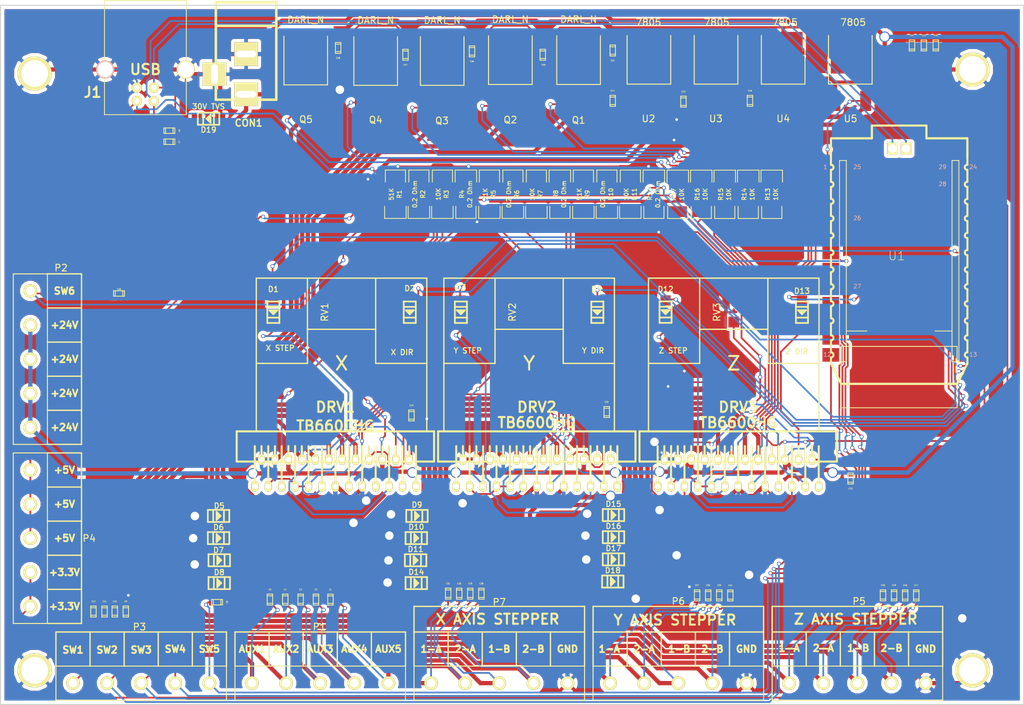
<source format=kicad_pcb>
(kicad_pcb (version 4) (host pcbnew 4.0.2-stable)
  (layers (0 F.Cu signal) (31 B.Cu signal) (34 B.Paste user) (35 F.Paste user) (36 B.SilkS user) (37 F.SilkS user) (38 B.Mask user) (39 F.Mask user) (44 Edge.Cuts user))
  (net 0 "")
  (net 1 GND)
  (net 2 +5V)
  (net 3 "Net-(C7-Pad2)")
  (net 4 "Net-(DRV1-Pad15)")
  (net 5 "Net-(DRV1-Pad3)")
  (net 6 /OUT2B_X)
  (net 7 "Net-(DRV1-Pad11)")
  (net 8 /OUT1B_X)
  (net 9 /OUT2A_X)
  (net 10 /OUT1A_X)
  (net 11 /X_STEP)
  (net 12 /X_DIR)
  (net 13 "Net-(DRV1-Pad23)")
  (net 14 "Net-(DRV2-Pad15)")
  (net 15 "Net-(DRV2-Pad3)")
  (net 16 /OUT2B_Y)
  (net 17 "Net-(DRV2-Pad11)")
  (net 18 /OUT1B_Y)
  (net 19 /OUT2A_Y)
  (net 20 /OUT1A_Y)
  (net 21 /Y_STEP)
  (net 22 /Y_DIR)
  (net 23 "Net-(DRV2-Pad23)")
  (net 24 "Net-(DRV3-Pad15)")
  (net 25 "Net-(DRV3-Pad3)")
  (net 26 /OUT2B_Z)
  (net 27 "Net-(DRV3-Pad11)")
  (net 28 /OUT1B_Z)
  (net 29 /OUT2A_Z)
  (net 30 /OUT1A_Z)
  (net 31 /Z_STEP)
  (net 32 /Z_DIR)
  (net 33 "Net-(DRV3-Pad23)")
  (net 34 /SWITCH1)
  (net 35 /AUX1_BASE)
  (net 36 /AUX2_BASE)
  (net 37 /SWITCH2)
  (net 38 /SWITCH3)
  (net 39 /AUX3_BASE)
  (net 40 /AUX1)
  (net 41 /AUX2)
  (net 42 /AUX3)
  (net 43 /AUX5)
  (net 44 /AUX4)
  (net 45 "Net-(C6-Pad2)")
  (net 46 /SWITCH5)
  (net 47 /SWITCH4)
  (net 48 "Net-(C13-Pad2)")
  (net 49 +24V)
  (net 50 "Net-(C32-Pad2)")
  (net 51 "Net-(C33-Pad2)")
  (net 52 "Net-(D1-Pad2)")
  (net 53 "Net-(D2-Pad2)")
  (net 54 "Net-(D3-Pad2)")
  (net 55 "Net-(DRV1-Pad5)")
  (net 56 /DRV_ENABLE)
  (net 57 "Net-(DRV2-Pad5)")
  (net 58 "Net-(D4-Pad2)")
  (net 59 "Net-(DRV3-Pad5)")
  (net 60 "Net-(D12-Pad2)")
  (net 61 "Net-(D13-Pad2)")
  (net 62 /SWITCH6)
  (net 63 +3.3V)
  (net 64 "Net-(C34-Pad2)")
  (net 65 "Net-(C35-Pad2)")
  (net 66 "Net-(C36-Pad2)")
  (net 67 /AUX5_BASE)
  (net 68 /AUX4_BASE)
  (net 69 "Net-(C37-Pad2)")
  (net 70 "Net-(C38-Pad2)")
  (module w_to:hzip25-100f (layer F.Cu) (at 150.365 105.125)
    (fp_text reference DRV2 (at 0 -7.80034) (layer F.SilkS) (effects (font (thickness 0.3048))))
    (fp_text value TB6600HG (at 0 -5.4991) (layer F.SilkS) (effects (font (thickness 0.3048))))
    (pad 15 thru_hole oval (at 2 4) (size 1.06 1.6) (drill 0.75) (layers *.Cu *.Mask F.SilkS) (net 14 "Net-(DRV2-Pad15)"))
    (pad 1 thru_hole oval (at -12 4) (size 1.06 1.6) (drill 0.75) (layers *.Cu *.Mask F.SilkS))
    (pad 2 thru_hole oval (at -11 0) (size 1.06 1.6) (drill 0.75) (layers *.Cu *.Mask F.SilkS) (net 1 GND))
    (pad 3 thru_hole oval (at -10 4) (size 1.06 1.6) (drill 0.75) (layers *.Cu *.Mask F.SilkS) (net 15 "Net-(DRV2-Pad3)"))
    (pad 4 thru_hole oval (at -9 0) (size 1.06 1.6) (drill 0.75) (layers *.Cu *.Mask F.SilkS) (net 1 GND))
    (pad 5 thru_hole oval (at -8 4) (size 1.06 1.6) (drill 0.75) (layers *.Cu *.Mask F.SilkS) (net 57 "Net-(DRV2-Pad5)"))
    (pad 6 thru_hole oval (at -7 0) (size 1.06 1.6) (drill 0.75) (layers *.Cu *.Mask F.SilkS) (net 49 +24V))
    (pad 7 thru_hole oval (at -6 4) (size 1.06 1.6) (drill 0.75) (layers *.Cu *.Mask F.SilkS) (net 15 "Net-(DRV2-Pad3)"))
    (pad 8 thru_hole oval (at -5 0) (size 1.06 1.6) (drill 0.75) (layers *.Cu *.Mask F.SilkS) (net 1 GND))
    (pad 9 thru_hole oval (at -4 4) (size 1.06 1.6) (drill 0.75) (layers *.Cu *.Mask F.SilkS) (net 15 "Net-(DRV2-Pad3)"))
    (pad 10 thru_hole oval (at -3 0) (size 1.06 1.6) (drill 0.75) (layers *.Cu *.Mask F.SilkS) (net 16 /OUT2B_Y))
    (pad 11 thru_hole oval (at -2 4) (size 1.06 1.6) (drill 0.75) (layers *.Cu *.Mask F.SilkS) (net 17 "Net-(DRV2-Pad11)"))
    (pad 12 thru_hole oval (at -1 0) (size 1.06 1.6) (drill 0.75) (layers *.Cu *.Mask F.SilkS) (net 18 /OUT1B_Y))
    (pad 13 thru_hole oval (at 0 4) (size 1.06 1.6) (drill 0.75) (layers *.Cu *.Mask F.SilkS) (net 1 GND))
    (pad 14 thru_hole oval (at 1 0) (size 1.06 1.6) (drill 0.75) (layers *.Cu *.Mask F.SilkS) (net 19 /OUT2A_Y))
    (pad 16 thru_hole oval (at 3 0) (size 1.06 1.6) (drill 0.75) (layers *.Cu *.Mask F.SilkS) (net 20 /OUT1A_Y))
    (pad 17 thru_hole oval (at 4 4) (size 1.06 1.6) (drill 0.75) (layers *.Cu *.Mask F.SilkS) (net 1 GND))
    (pad 18 thru_hole oval (at 5 0) (size 1.06 1.6) (drill 0.75) (layers *.Cu *.Mask F.SilkS) (net 56 /DRV_ENABLE))
    (pad 19 thru_hole oval (at 6 4) (size 1.06 1.6) (drill 0.75) (layers *.Cu *.Mask F.SilkS))
    (pad 20 thru_hole oval (at 7 0) (size 1.06 1.6) (drill 0.75) (layers *.Cu *.Mask F.SilkS) (net 49 +24V))
    (pad 21 thru_hole oval (at 8 4) (size 1.06 1.6) (drill 0.75) (layers *.Cu *.Mask F.SilkS) (net 54 "Net-(D3-Pad2)"))
    (pad 22 thru_hole oval (at 9 0) (size 1.06 1.6) (drill 0.75) (layers *.Cu *.Mask F.SilkS) (net 58 "Net-(D4-Pad2)"))
    (pad 23 thru_hole oval (at 10 4) (size 1.06 1.6) (drill 0.75) (layers *.Cu *.Mask F.SilkS) (net 23 "Net-(DRV2-Pad23)"))
    (pad 24 thru_hole oval (at 11 0) (size 1.06 1.6) (drill 0.75) (layers *.Cu *.Mask F.SilkS) (net 50 "Net-(C32-Pad2)"))
    (pad 25 thru_hole oval (at 12 4) (size 1.06 1.6) (drill 0.75) (layers *.Cu *.Mask F.SilkS))
  )
  (module PlasmaTable:PHOTON_SMD (layer F.Cu) (at 194.183 93.853)
    (fp_text reference U1 (at 9.79 -19.058) (layer F.SilkS) (effects (font (size 1.27 1.27) (thickness 0.0889))))
    (fp_text value PHOTON hide)
    (fp_text user 1 (at -0.8382 -32.3088) (layer B.SilkS) (effects (font (size 0.6096 0.6096) (thickness 0.0889))))
    (fp_text user 12 (at -0.5334 -4.36626) (layer B.SilkS) (effects (font (size 0.6096 0.6096) (thickness 0.0889))))
    (fp_text user 13 (at 21.1836 -4.36626) (layer B.SilkS) (effects (font (size 0.6096 0.6096) (thickness 0.0889))))
    (fp_text user 24 (at 21.1836 -32.3088) (layer B.SilkS) (effects (font (size 0.6096 0.6096) (thickness 0.0889))))
    (fp_text user 25 (at 3.9116 -32.3088) (layer B.SilkS) (effects (font (size 0.6096 0.6096) (thickness 0.0889))))
    (fp_text user 26 (at 3.9116 -24.6888) (layer B.SilkS) (effects (font (size 0.6096 0.6096) (thickness 0.0889))))
    (fp_text user 27 (at 3.9116 -14.52626) (layer B.SilkS) (effects (font (size 0.6096 0.6096) (thickness 0.0889))))
    (fp_text user 28 (at 16.6116 -29.7688) (layer B.SilkS) (effects (font (size 0.6096 0.6096) (thickness 0.0889))))
    (fp_text user 29 (at 16.6116 -32.3088) (layer B.SilkS) (effects (font (size 0.6096 0.6096) (thickness 0.0889))))
    (fp_text user 30 (at 11.2776 -35.10026) (layer B.SilkS) (effects (font (size 0.6096 0.6096) (thickness 0.0889))))
    (fp_text user 31 (at 9.2456 -35.10026) (layer B.SilkS) (effects (font (size 0.6096 0.6096) (thickness 0.0889))))
    (pad 1 smd rect (at 0 -32.258) (size 2.54 2.032) (layers F.Cu F.Paste F.Mask) (net 2 +5V))
    (pad 2 smd rect (at 0 -29.718) (size 2.54 2.032) (layers F.Cu F.Paste F.Mask) (net 1 GND))
    (pad 3 smd rect (at 0 -27.178) (size 2.54 2.032) (layers F.Cu F.Paste F.Mask) (net 67 /AUX5_BASE))
    (pad 4 smd rect (at 0 -24.638) (size 2.54 2.032) (layers F.Cu F.Paste F.Mask) (net 68 /AUX4_BASE))
    (pad 5 smd rect (at 0 -22.098) (size 2.54 2.032) (layers F.Cu F.Paste F.Mask) (net 39 /AUX3_BASE))
    (pad 6 smd rect (at 0 -19.558) (size 2.54 2.032) (layers F.Cu F.Paste F.Mask) (net 62 /SWITCH6))
    (pad 7 smd rect (at 0 -17.018) (size 2.54 2.032) (layers F.Cu F.Paste F.Mask) (net 36 /AUX2_BASE))
    (pad 8 smd rect (at 0 -14.47546) (size 2.54 2.032) (layers F.Cu F.Paste F.Mask) (net 35 /AUX1_BASE))
    (pad 9 smd rect (at 0 -11.938) (size 2.54 2.032) (layers F.Cu F.Paste F.Mask) (net 46 /SWITCH5))
    (pad 10 smd rect (at 0 -9.398) (size 2.54 2.032) (layers F.Cu F.Paste F.Mask) (net 47 /SWITCH4))
    (pad 11 smd rect (at 0 -6.858) (size 2.54 2.032) (layers F.Cu F.Paste F.Mask) (net 38 /SWITCH3))
    (pad 12 smd rect (at 0 -4.318) (size 2.54 2.032) (layers F.Cu F.Paste F.Mask) (net 37 /SWITCH2))
    (pad 13 smd rect (at 20.32 -4.318) (size 2.54 2.032) (layers F.Cu F.Paste F.Mask) (net 11 /X_STEP))
    (pad 14 smd rect (at 20.32 -6.858) (size 2.54 2.032) (layers F.Cu F.Paste F.Mask) (net 21 /Y_STEP))
    (pad 15 smd rect (at 20.32 -9.398) (size 2.54 2.032) (layers F.Cu F.Paste F.Mask) (net 31 /Z_STEP))
    (pad 16 smd rect (at 20.32 -11.938) (size 2.54 2.032) (layers F.Cu F.Paste F.Mask) (net 12 /X_DIR))
    (pad 17 smd rect (at 20.32 -14.47546) (size 2.54 2.032) (layers F.Cu F.Paste F.Mask) (net 22 /Y_DIR))
    (pad 18 smd rect (at 20.32 -17.018) (size 2.54 2.032) (layers F.Cu F.Paste F.Mask) (net 32 /Z_DIR))
    (pad 19 smd rect (at 20.32 -19.558) (size 2.54 2.032) (layers F.Cu F.Paste F.Mask) (net 34 /SWITCH1))
    (pad 20 smd rect (at 20.32 -22.098) (size 2.54 2.032) (layers F.Cu F.Paste F.Mask) (net 56 /DRV_ENABLE))
    (pad 21 smd rect (at 20.32 -24.638) (size 2.54 2.032) (layers F.Cu F.Paste F.Mask) (net 1 GND))
    (pad 22 smd rect (at 20.32 -27.178) (size 2.54 2.032) (layers F.Cu F.Paste F.Mask))
    (pad 23 smd rect (at 20.32 -29.718) (size 2.54 2.032) (layers F.Cu F.Paste F.Mask))
    (pad 24 smd rect (at 20.32 -32.258) (size 2.54 2.032) (layers F.Cu F.Paste F.Mask) (net 63 +3.3V))
    (pad 25 smd rect (at 3.81 -32.258) (size 1.778 1.778) (layers F.Cu F.Paste F.Mask))
    (pad 26 smd rect (at 3.81 -24.638) (size 1.778 1.778) (layers F.Cu F.Paste F.Mask))
    (pad 27 smd rect (at 3.81 -14.47546) (size 1.143 1.143) (layers F.Cu F.Paste F.Mask))
    (pad 28 smd rect (at 16.51 -29.718) (size 1.143 1.143) (layers F.Cu F.Paste F.Mask))
    (pad 29 smd rect (at 16.51 -32.258) (size 1.143 1.143) (layers F.Cu F.Paste F.Mask))
    (pad 30 thru_hole rect (at 11.176 -35.04946) (size 1.524 1.778) (drill 1.27) (layers *.Cu *.Mask F.SilkS) (net 3 "Net-(C7-Pad2)"))
    (pad 31 thru_hole rect (at 9.144 -35.04946) (size 1.524 1.778) (drill 1.27) (layers *.Cu *.Mask F.SilkS) (net 45 "Net-(C6-Pad2)"))
  )
  (module smd_resistors:r_2010 (layer F.Cu) (at 153.805 65.6031 90)
    (fp_text reference R8 (at 0 -0.59944 90) (layer F.SilkS) (effects (font (size 0.635 0.635) (thickness 0.11938))))
    (fp_text value "0.2 Ohm" (at 0 0.59944 90) (layer F.SilkS) (effects (font (size 0.635 0.635) (thickness 0.11938))))
    (pad 1 smd rect (at 2.5781 0 90) (size 1.6002 2.6924) (layers F.Cu F.Paste F.Mask) (net 1 GND))
    (pad 2 smd rect (at -2.5781 0 90) (size 1.6002 2.6924) (layers F.Cu F.Paste F.Mask) (net 14 "Net-(DRV2-Pad15)"))
  )
  (module PlasmaTable:TO-252-3 (layer F.Cu) (at 126.365 50.384)
    (fp_text reference Q4 (at 0.001 4.151) (layer F.SilkS))
    (fp_text value DARL_N (at 0 -10.68) (layer F.SilkS))
    (pad 2 smd rect (at -2.285 1.5) (size 1.6 3) (layers F.Cu F.Paste F.Mask) (net 69 "Net-(C37-Pad2)"))
    (pad 3 smd rect (at 0 -5.68) (size 5.8 6.2) (layers F.Cu F.Paste F.Mask) (net 41 /AUX2))
    (pad 1 smd rect (at 2.285 1.5) (size 1.6 3) (layers F.Cu F.Paste F.Mask) (net 1 GND))
    (pad 3 smd rect (at 0 1.5) (size 1.6 3) (layers F.Cu F.Paste F.Mask) (net 41 /AUX2))
  )
  (module smd_capacitors:c_0603 (layer F.Cu) (at 119.634 125.99416 90)
    (fp_text reference C1 (at 1.5 0 180) (layer F.SilkS) (effects (font (size 0.20066 0.20066) (thickness 0.04064))))
    (fp_text value C hide)
    (pad 1 smd rect (at 0.75184 0 90) (size 0.89916 1.00076) (layers F.Cu F.Paste F.Mask) (net 1 GND))
    (pad 2 smd rect (at -0.75184 0 90) (size 0.89916 1.00076) (layers F.Cu F.Paste F.Mask) (net 43 /AUX5))
  )
  (module smd_capacitors:c_0603 (layer F.Cu) (at 117.475 125.984 90)
    (fp_text reference C2 (at 1.5 0 180) (layer F.SilkS) (effects (font (size 0.20066 0.20066) (thickness 0.04064))))
    (fp_text value C hide)
    (pad 1 smd rect (at 0.75184 0 90) (size 0.89916 1.00076) (layers F.Cu F.Paste F.Mask) (net 1 GND))
    (pad 2 smd rect (at -0.75184 0 90) (size 0.89916 1.00076) (layers F.Cu F.Paste F.Mask) (net 44 /AUX4))
  )
  (module smd_capacitors:c_0603 (layer F.Cu) (at 115.189 125.984 90)
    (fp_text reference C3 (at 1.5 0 180) (layer F.SilkS) (effects (font (size 0.20066 0.20066) (thickness 0.04064))))
    (fp_text value C hide)
    (pad 1 smd rect (at 0.75184 0 90) (size 0.89916 1.00076) (layers F.Cu F.Paste F.Mask) (net 1 GND))
    (pad 2 smd rect (at -0.75184 0 90) (size 0.89916 1.00076) (layers F.Cu F.Paste F.Mask) (net 42 /AUX3))
  )
  (module smd_capacitors:c_0603 (layer F.Cu) (at 112.903 125.984 90)
    (fp_text reference C4 (at 1.5 0 180) (layer F.SilkS) (effects (font (size 0.20066 0.20066) (thickness 0.04064))))
    (fp_text value C hide)
    (pad 1 smd rect (at 0.75184 0 90) (size 0.89916 1.00076) (layers F.Cu F.Paste F.Mask) (net 1 GND))
    (pad 2 smd rect (at -0.75184 0 90) (size 0.89916 1.00076) (layers F.Cu F.Paste F.Mask) (net 41 /AUX2))
  )
  (module smd_capacitors:c_0603 (layer F.Cu) (at 110.617 125.984 90)
    (fp_text reference C5 (at 1.5 0 180) (layer F.SilkS) (effects (font (size 0.20066 0.20066) (thickness 0.04064))))
    (fp_text value C hide)
    (pad 1 smd rect (at 0.75184 0 90) (size 0.89916 1.00076) (layers F.Cu F.Paste F.Mask) (net 1 GND))
    (pad 2 smd rect (at -0.75184 0 90) (size 0.89916 1.00076) (layers F.Cu F.Paste F.Mask) (net 40 /AUX1))
  )
  (module smd_capacitors:c_0603 (layer F.Cu) (at 95.631 56.134)
    (fp_text reference C6 (at 1.5 0 90) (layer F.SilkS) (effects (font (size 0.20066 0.20066) (thickness 0.04064))))
    (fp_text value 0.1uF hide)
    (pad 1 smd rect (at 0.75184 0) (size 0.89916 1.00076) (layers F.Cu F.Paste F.Mask) (net 1 GND))
    (pad 2 smd rect (at -0.75184 0) (size 0.89916 1.00076) (layers F.Cu F.Paste F.Mask) (net 45 "Net-(C6-Pad2)"))
  )
  (module smd_capacitors:c_0603 (layer F.Cu) (at 95.631 57.785)
    (fp_text reference C7 (at 1.5 0 90) (layer F.SilkS) (effects (font (size 0.20066 0.20066) (thickness 0.04064))))
    (fp_text value 0.1uF hide)
    (pad 1 smd rect (at 0.75184 0) (size 0.89916 1.00076) (layers F.Cu F.Paste F.Mask) (net 1 GND))
    (pad 2 smd rect (at -0.75184 0) (size 0.89916 1.00076) (layers F.Cu F.Paste F.Mask) (net 3 "Net-(C7-Pad2)"))
  )
  (module smd_capacitors:c_0603 (layer F.Cu) (at 102.743 126.365)
    (fp_text reference C8 (at 1.5 0 90) (layer F.SilkS) (effects (font (size 0.20066 0.20066) (thickness 0.04064))))
    (fp_text value C hide)
    (pad 1 smd rect (at 0.75184 0) (size 0.89916 1.00076) (layers F.Cu F.Paste F.Mask) (net 1 GND))
    (pad 2 smd rect (at -0.75184 0) (size 0.89916 1.00076) (layers F.Cu F.Paste F.Mask) (net 46 /SWITCH5))
  )
  (module smd_capacitors:c_0603 (layer F.Cu) (at 89.154 127.762 90)
    (fp_text reference C9 (at 1.50184 0 180) (layer F.SilkS) (effects (font (size 0.20066 0.20066) (thickness 0.04064))))
    (fp_text value C hide)
    (pad 1 smd rect (at 0.75184 0 90) (size 0.89916 1.00076) (layers F.Cu F.Paste F.Mask) (net 1 GND))
    (pad 2 smd rect (at -0.75184 0 90) (size 0.89916 1.00076) (layers F.Cu F.Paste F.Mask) (net 47 /SWITCH4))
  )
  (module smd_capacitors:c_0603 (layer F.Cu) (at 87.503 127.762 90)
    (fp_text reference C10 (at 1.5 0 180) (layer F.SilkS) (effects (font (size 0.20066 0.20066) (thickness 0.04064))))
    (fp_text value C hide)
    (pad 1 smd rect (at 0.75184 0 90) (size 0.89916 1.00076) (layers F.Cu F.Paste F.Mask) (net 1 GND))
    (pad 2 smd rect (at -0.75184 0 90) (size 0.89916 1.00076) (layers F.Cu F.Paste F.Mask) (net 38 /SWITCH3))
  )
  (module smd_capacitors:c_0603 (layer F.Cu) (at 85.979 127.762 90)
    (fp_text reference C11 (at 1.5 0 180) (layer F.SilkS) (effects (font (size 0.20066 0.20066) (thickness 0.04064))))
    (fp_text value C hide)
    (pad 1 smd rect (at 0.75184 0 90) (size 0.89916 1.00076) (layers F.Cu F.Paste F.Mask) (net 1 GND))
    (pad 2 smd rect (at -0.75184 0 90) (size 0.89916 1.00076) (layers F.Cu F.Paste F.Mask) (net 37 /SWITCH2))
  )
  (module smd_capacitors:c_0603 (layer F.Cu) (at 84.328 127.762 90)
    (fp_text reference C12 (at 1.5 0 180) (layer F.SilkS) (effects (font (size 0.20066 0.20066) (thickness 0.04064))))
    (fp_text value C hide)
    (pad 1 smd rect (at 0.75184 0 90) (size 0.89916 1.00076) (layers F.Cu F.Paste F.Mask) (net 1 GND))
    (pad 2 smd rect (at -0.75184 0 90) (size 0.89916 1.00076) (layers F.Cu F.Paste F.Mask) (net 34 /SWITCH1))
  )
  (module smd_capacitors:c_0603 (layer F.Cu) (at 131.699 98.552 90)
    (fp_text reference C13 (at 1.5 0 180) (layer F.SilkS) (effects (font (size 0.20066 0.20066) (thickness 0.04064))))
    (fp_text value "0.1 uF" hide)
    (pad 1 smd rect (at 0.75184 0 90) (size 0.89916 1.00076) (layers F.Cu F.Paste F.Mask) (net 1 GND))
    (pad 2 smd rect (at -0.75184 0 90) (size 0.89916 1.00076) (layers F.Cu F.Paste F.Mask) (net 48 "Net-(C13-Pad2)"))
  )
  (module smd_capacitors:c_0603 (layer F.Cu) (at 161.671 51.689 270)
    (fp_text reference C14 (at -1.5 0 360) (layer F.SilkS) (effects (font (size 0.20066 0.20066) (thickness 0.04064))))
    (fp_text value "47 uF" hide)
    (pad 1 smd rect (at 0.75184 0 270) (size 0.89916 1.00076) (layers F.Cu F.Paste F.Mask) (net 49 +24V))
    (pad 2 smd rect (at -0.75184 0 270) (size 0.89916 1.00076) (layers F.Cu F.Paste F.Mask) (net 1 GND))
  )
  (module smd_capacitors:c_0603 (layer F.Cu) (at 172.212 51.816 270)
    (fp_text reference C15 (at -1.5 0 360) (layer F.SilkS) (effects (font (size 0.20066 0.20066) (thickness 0.04064))))
    (fp_text value "100 uF" hide)
    (pad 1 smd rect (at 0.75184 0 270) (size 0.89916 1.00076) (layers F.Cu F.Paste F.Mask) (net 49 +24V))
    (pad 2 smd rect (at -0.75184 0 270) (size 0.89916 1.00076) (layers F.Cu F.Paste F.Mask) (net 1 GND))
  )
  (module smd_capacitors:c_0603 (layer F.Cu) (at 182.118 51.689 270)
    (fp_text reference C16 (at -1.5 0 360) (layer F.SilkS) (effects (font (size 0.20066 0.20066) (thickness 0.04064))))
    (fp_text value "1000 uF" hide)
    (pad 1 smd rect (at 0.75184 0 270) (size 0.89916 1.00076) (layers F.Cu F.Paste F.Mask) (net 49 +24V))
    (pad 2 smd rect (at -0.75184 0 270) (size 0.89916 1.00076) (layers F.Cu F.Paste F.Mask) (net 1 GND))
  )
  (module smd_capacitors:c_0603 (layer F.Cu) (at 206.883 125.35916 90)
    (fp_text reference C17 (at 1.5 0 180) (layer F.SilkS) (effects (font (size 0.20066 0.20066) (thickness 0.04064))))
    (fp_text value C hide)
    (pad 1 smd rect (at 0.75184 0 90) (size 0.89916 1.00076) (layers F.Cu F.Paste F.Mask) (net 1 GND))
    (pad 2 smd rect (at -0.75184 0 90) (size 0.89916 1.00076) (layers F.Cu F.Paste F.Mask) (net 26 /OUT2B_Z))
  )
  (module smd_capacitors:c_0603 (layer F.Cu) (at 205.232 125.35916 90)
    (fp_text reference C18 (at 1.5 0 180) (layer F.SilkS) (effects (font (size 0.20066 0.20066) (thickness 0.04064))))
    (fp_text value C hide)
    (pad 1 smd rect (at 0.75184 0 90) (size 0.89916 1.00076) (layers F.Cu F.Paste F.Mask) (net 1 GND))
    (pad 2 smd rect (at -0.75184 0 90) (size 0.89916 1.00076) (layers F.Cu F.Paste F.Mask) (net 28 /OUT1B_Z))
  )
  (module smd_capacitors:c_0603 (layer F.Cu) (at 203.581 125.349 90)
    (fp_text reference C19 (at 1.5 0 180) (layer F.SilkS) (effects (font (size 0.20066 0.20066) (thickness 0.04064))))
    (fp_text value C hide)
    (pad 1 smd rect (at 0.75184 0 90) (size 0.89916 1.00076) (layers F.Cu F.Paste F.Mask) (net 1 GND))
    (pad 2 smd rect (at -0.75184 0 90) (size 0.89916 1.00076) (layers F.Cu F.Paste F.Mask) (net 29 /OUT2A_Z))
  )
  (module smd_capacitors:c_0603 (layer F.Cu) (at 201.93 125.349 90)
    (fp_text reference C20 (at 1.5 0 180) (layer F.SilkS) (effects (font (size 0.20066 0.20066) (thickness 0.04064))))
    (fp_text value C hide)
    (pad 1 smd rect (at 0.75184 0 90) (size 0.89916 1.00076) (layers F.Cu F.Paste F.Mask) (net 1 GND))
    (pad 2 smd rect (at -0.75184 0 90) (size 0.89916 1.00076) (layers F.Cu F.Paste F.Mask) (net 30 /OUT1A_Z))
  )
  (module smd_capacitors:c_0603 (layer F.Cu) (at 206.248 43.434 90)
    (fp_text reference C21 (at 1.5 0 180) (layer F.SilkS) (effects (font (size 0.20066 0.20066) (thickness 0.04064))))
    (fp_text value "47 uF" hide)
    (pad 1 smd rect (at 0.75184 0 90) (size 0.89916 1.00076) (layers F.Cu F.Paste F.Mask) (net 1 GND))
    (pad 2 smd rect (at -0.75184 0 90) (size 0.89916 1.00076) (layers F.Cu F.Paste F.Mask) (net 2 +5V))
  )
  (module smd_capacitors:c_0603 (layer F.Cu) (at 208.026 43.44416 90)
    (fp_text reference C22 (at 1.5 0 180) (layer F.SilkS) (effects (font (size 0.20066 0.20066) (thickness 0.04064))))
    (fp_text value "100 uF" hide)
    (pad 1 smd rect (at 0.75184 0 90) (size 0.89916 1.00076) (layers F.Cu F.Paste F.Mask) (net 1 GND))
    (pad 2 smd rect (at -0.75184 0 90) (size 0.89916 1.00076) (layers F.Cu F.Paste F.Mask) (net 2 +5V))
  )
  (module smd_capacitors:c_0603 (layer F.Cu) (at 209.804 43.434 90)
    (fp_text reference C23 (at 1.5 0 180) (layer F.SilkS) (effects (font (size 0.20066 0.20066) (thickness 0.04064))))
    (fp_text value "1000 uF" hide)
    (pad 1 smd rect (at 0.75184 0 90) (size 0.89916 1.00076) (layers F.Cu F.Paste F.Mask) (net 1 GND))
    (pad 2 smd rect (at -0.75184 0 90) (size 0.89916 1.00076) (layers F.Cu F.Paste F.Mask) (net 2 +5V))
  )
  (module smd_capacitors:c_0603 (layer F.Cu) (at 179.197 125.368505 90)
    (fp_text reference C24 (at 1.5 0 180) (layer F.SilkS) (effects (font (size 0.20066 0.20066) (thickness 0.04064))))
    (fp_text value C hide)
    (pad 1 smd rect (at 0.75184 0 90) (size 0.89916 1.00076) (layers F.Cu F.Paste F.Mask) (net 1 GND))
    (pad 2 smd rect (at -0.75184 0 90) (size 0.89916 1.00076) (layers F.Cu F.Paste F.Mask) (net 16 /OUT2B_Y))
  )
  (module smd_capacitors:c_0603 (layer F.Cu) (at 177.546 125.349 90)
    (fp_text reference C25 (at 1.5 0 180) (layer F.SilkS) (effects (font (size 0.20066 0.20066) (thickness 0.04064))))
    (fp_text value C hide)
    (pad 1 smd rect (at 0.75184 0 90) (size 0.89916 1.00076) (layers F.Cu F.Paste F.Mask) (net 1 GND))
    (pad 2 smd rect (at -0.75184 0 90) (size 0.89916 1.00076) (layers F.Cu F.Paste F.Mask) (net 18 /OUT1B_Y))
  )
  (module smd_capacitors:c_0603 (layer F.Cu) (at 175.895 125.349 90)
    (fp_text reference C26 (at 1.5 0 180) (layer F.SilkS) (effects (font (size 0.20066 0.20066) (thickness 0.04064))))
    (fp_text value C hide)
    (pad 1 smd rect (at 0.75184 0 90) (size 0.89916 1.00076) (layers F.Cu F.Paste F.Mask) (net 1 GND))
    (pad 2 smd rect (at -0.75184 0 90) (size 0.89916 1.00076) (layers F.Cu F.Paste F.Mask) (net 19 /OUT2A_Y))
  )
  (module smd_capacitors:c_0603 (layer F.Cu) (at 174.244 125.349 90)
    (fp_text reference C27 (at 1.5 0 180) (layer F.SilkS) (effects (font (size 0.20066 0.20066) (thickness 0.04064))))
    (fp_text value C hide)
    (pad 1 smd rect (at 0.75184 0 90) (size 0.89916 1.00076) (layers F.Cu F.Paste F.Mask) (net 1 GND))
    (pad 2 smd rect (at -0.75184 0 90) (size 0.89916 1.00076) (layers F.Cu F.Paste F.Mask) (net 20 /OUT1A_Y))
  )
  (module smd_capacitors:c_0603 (layer F.Cu) (at 142.113 125.10516 90)
    (fp_text reference C28 (at 1.5 0 180) (layer F.SilkS) (effects (font (size 0.20066 0.20066) (thickness 0.04064))))
    (fp_text value C hide)
    (pad 1 smd rect (at 0.75184 0 90) (size 0.89916 1.00076) (layers F.Cu F.Paste F.Mask) (net 1 GND))
    (pad 2 smd rect (at -0.75184 0 90) (size 0.89916 1.00076) (layers F.Cu F.Paste F.Mask) (net 6 /OUT2B_X))
  )
  (module smd_capacitors:c_0603 (layer F.Cu) (at 140.462 125.10516 90)
    (fp_text reference C29 (at 1.5 0 180) (layer F.SilkS) (effects (font (size 0.20066 0.20066) (thickness 0.04064))))
    (fp_text value C hide)
    (pad 1 smd rect (at 0.75184 0 90) (size 0.89916 1.00076) (layers F.Cu F.Paste F.Mask) (net 1 GND))
    (pad 2 smd rect (at -0.75184 0 90) (size 0.89916 1.00076) (layers F.Cu F.Paste F.Mask) (net 8 /OUT1B_X))
  )
  (module smd_capacitors:c_0603 (layer F.Cu) (at 138.811 125.10516 90)
    (fp_text reference C30 (at 1.5 0 360) (layer F.SilkS) (effects (font (size 0.20066 0.20066) (thickness 0.04064))))
    (fp_text value C hide)
    (pad 1 smd rect (at 0.75184 0 90) (size 0.89916 1.00076) (layers F.Cu F.Paste F.Mask) (net 1 GND))
    (pad 2 smd rect (at -0.75184 0 90) (size 0.89916 1.00076) (layers F.Cu F.Paste F.Mask) (net 9 /OUT2A_X))
  )
  (module smd_capacitors:c_0603 (layer F.Cu) (at 137.16 125.095 90)
    (fp_text reference C31 (at 1.5 0 180) (layer F.SilkS) (effects (font (size 0.20066 0.20066) (thickness 0.04064))))
    (fp_text value C hide)
    (pad 1 smd rect (at 0.75184 0 90) (size 0.89916 1.00076) (layers F.Cu F.Paste F.Mask) (net 1 GND))
    (pad 2 smd rect (at -0.75184 0 90) (size 0.89916 1.00076) (layers F.Cu F.Paste F.Mask) (net 10 /OUT1A_X))
  )
  (module smd_capacitors:c_0603 (layer F.Cu) (at 160.782 98.044 90)
    (fp_text reference C32 (at 1.5 0 180) (layer F.SilkS) (effects (font (size 0.20066 0.20066) (thickness 0.04064))))
    (fp_text value "0.1 uF" hide)
    (pad 1 smd rect (at 0.75184 0 90) (size 0.89916 1.00076) (layers F.Cu F.Paste F.Mask) (net 1 GND))
    (pad 2 smd rect (at -0.75184 0 90) (size 0.89916 1.00076) (layers F.Cu F.Paste F.Mask) (net 50 "Net-(C32-Pad2)"))
  )
  (module smd_capacitors:c_0603 (layer F.Cu) (at 197.104 107.95 270)
    (fp_text reference C33 (at 1.5 0 360) (layer F.SilkS) (effects (font (size 0.20066 0.20066) (thickness 0.04064))))
    (fp_text value "0.1 uF" hide)
    (pad 1 smd rect (at 0.75184 0 270) (size 0.89916 1.00076) (layers F.Cu F.Paste F.Mask) (net 1 GND))
    (pad 2 smd rect (at -0.75184 0 270) (size 0.89916 1.00076) (layers F.Cu F.Paste F.Mask) (net 51 "Net-(C33-Pad2)"))
  )
  (module smd_capacitors:c_0603 (layer F.Cu) (at 161.671 44.196 270)
    (fp_text reference C34 (at 1.5 0 360) (layer F.SilkS) (effects (font (size 0.20066 0.20066) (thickness 0.04064))))
    (fp_text value C hide)
    (pad 1 smd rect (at 0.75184 0 270) (size 0.89916 1.00076) (layers F.Cu F.Paste F.Mask) (net 1 GND))
    (pad 2 smd rect (at -0.75184 0 270) (size 0.89916 1.00076) (layers F.Cu F.Paste F.Mask) (net 64 "Net-(C34-Pad2)"))
  )
  (module smd_capacitors:c_0603 (layer F.Cu) (at 151.257 44.831 270)
    (fp_text reference C35 (at 1.5 -0.1 360) (layer F.SilkS) (effects (font (size 0.20066 0.20066) (thickness 0.04064))))
    (fp_text value C hide)
    (pad 1 smd rect (at 0.75184 0 270) (size 0.89916 1.00076) (layers F.Cu F.Paste F.Mask) (net 1 GND))
    (pad 2 smd rect (at -0.75184 0 270) (size 0.89916 1.00076) (layers F.Cu F.Paste F.Mask) (net 65 "Net-(C35-Pad2)"))
  )
  (module smd_capacitors:c_0603 (layer F.Cu) (at 140.716 44.323 270)
    (fp_text reference C36 (at 1.5 0 360) (layer F.SilkS) (effects (font (size 0.20066 0.20066) (thickness 0.04064))))
    (fp_text value C hide)
    (pad 1 smd rect (at 0.75184 0 270) (size 0.89916 1.00076) (layers F.Cu F.Paste F.Mask) (net 1 GND))
    (pad 2 smd rect (at -0.75184 0 270) (size 0.89916 1.00076) (layers F.Cu F.Paste F.Mask) (net 66 "Net-(C36-Pad2)"))
  )
  (module smd_capacitors:c_0603 (layer F.Cu) (at 130.81 44.831 270)
    (fp_text reference C37 (at 1.5 0 360) (layer F.SilkS) (effects (font (size 0.20066 0.20066) (thickness 0.04064))))
    (fp_text value C hide)
    (pad 1 smd rect (at 0.75184 0 270) (size 0.89916 1.00076) (layers F.Cu F.Paste F.Mask) (net 1 GND))
    (pad 2 smd rect (at -0.75184 0 270) (size 0.89916 1.00076) (layers F.Cu F.Paste F.Mask) (net 69 "Net-(C37-Pad2)"))
  )
  (module smd_capacitors:c_0603 (layer F.Cu) (at 120.777 43.815 270)
    (fp_text reference C38 (at 1.5 0 360) (layer F.SilkS) (effects (font (size 0.20066 0.20066) (thickness 0.04064))))
    (fp_text value C hide)
    (pad 1 smd rect (at 0.75184 0 270) (size 0.89916 1.00076) (layers F.Cu F.Paste F.Mask) (net 1 GND))
    (pad 2 smd rect (at -0.75184 0 270) (size 0.89916 1.00076) (layers F.Cu F.Paste F.Mask) (net 70 "Net-(C38-Pad2)"))
  )
  (module connect:BARREL_JACK (layer F.Cu) (at 107.065 44.525 270)
    (fp_text reference CON1 (at 10.466 -0.377 540) (layer F.SilkS) (effects (font (size 1.016 1.016) (thickness 0.2032))))
    (fp_text value BARREL_JACK hide)
    (pad 1 thru_hole rect (at 6.20014 0 270) (size 3.50012 3.50012) (drill oval 1.00076 2.99974) (layers *.Cu *.Mask F.SilkS) (net 49 +24V))
    (pad 2 thru_hole rect (at 0.20066 0 270) (size 3.50012 3.50012) (drill oval 1.00076 2.99974) (layers *.Cu *.Mask F.SilkS) (net 1 GND))
    (pad 3 thru_hole rect (at 3.2004 4.699 270) (size 3.50012 3.50012) (drill oval 2.99974 1.00076) (layers *.Cu *.Mask F.SilkS) (net 1 GND))
  )
  (module w_smd_leds:Led_1206 (layer F.Cu) (at 111.125 83.185 270)
    (fp_text reference D1 (at -3.429 0 360) (layer F.SilkS) (effects (font (size 0.8001 0.8001) (thickness 0.14986))))
    (fp_text value "X STEP" (at 5.334 -1.016 360) (layer F.SilkS) (effects (font (size 0.8001 0.8001) (thickness 0.14986))))
    (pad 1 smd rect (at -1.74752 0 270) (size 1.4986 1.4986) (layers F.Cu F.Paste F.Mask) (net 11 /X_STEP))
    (pad 2 smd rect (at 1.74752 0 270) (size 1.4986 1.4986) (layers F.Cu F.Paste F.Mask) (net 52 "Net-(D1-Pad2)"))
  )
  (module w_smd_leds:Led_1206 (layer F.Cu) (at 131.445 83.185 270)
    (fp_text reference D2 (at -3.556 0 360) (layer F.SilkS) (effects (font (size 0.8001 0.8001) (thickness 0.14986))))
    (fp_text value "X DIR" (at 5.969 1.143 360) (layer F.SilkS) (effects (font (size 0.8001 0.8001) (thickness 0.14986))))
    (pad 1 smd rect (at -1.74752 0 270) (size 1.4986 1.4986) (layers F.Cu F.Paste F.Mask) (net 12 /X_DIR))
    (pad 2 smd rect (at 1.74752 0 270) (size 1.4986 1.4986) (layers F.Cu F.Paste F.Mask) (net 53 "Net-(D2-Pad2)"))
  )
  (module w_smd_leds:Led_1206 (layer F.Cu) (at 139.065 83.185 270)
    (fp_text reference D3 (at -3.683 0 360) (layer F.SilkS) (effects (font (size 0.8001 0.8001) (thickness 0.14986))))
    (fp_text value "Y STEP" (at 5.715 -1.016 360) (layer F.SilkS) (effects (font (size 0.8001 0.8001) (thickness 0.14986))))
    (pad 1 smd rect (at -1.74752 0 270) (size 1.4986 1.4986) (layers F.Cu F.Paste F.Mask) (net 21 /Y_STEP))
    (pad 2 smd rect (at 1.74752 0 270) (size 1.4986 1.4986) (layers F.Cu F.Paste F.Mask) (net 54 "Net-(D3-Pad2)"))
  )
  (module w_smd_leds:Led_1206 (layer F.Cu) (at 159.385 83.185 270)
    (fp_text reference D4 (at -3.429 0.127 540) (layer F.SilkS) (effects (font (size 0.8001 0.8001) (thickness 0.14986))))
    (fp_text value "Y DIR" (at 5.715 0.635 360) (layer F.SilkS) (effects (font (size 0.8001 0.8001) (thickness 0.14986))))
    (pad 1 smd rect (at -1.74752 0 270) (size 1.4986 1.4986) (layers F.Cu F.Paste F.Mask) (net 22 /Y_DIR))
    (pad 2 smd rect (at 1.74752 0 270) (size 1.4986 1.4986) (layers F.Cu F.Paste F.Mask) (net 58 "Net-(D4-Pad2)"))
  )
  (module w_smd_leds:Led_1206 (layer F.Cu) (at 102.965 113.525)
    (fp_text reference D5 (at 0.1 -1.5) (layer F.SilkS) (effects (font (size 0.8001 0.8001) (thickness 0.14986))))
    (fp_text value DIODESCH hide)
    (pad 1 smd rect (at -1.74752 0) (size 1.4986 1.4986) (layers F.Cu F.Paste F.Mask) (net 1 GND))
    (pad 2 smd rect (at 1.74752 0) (size 1.4986 1.4986) (layers F.Cu F.Paste F.Mask) (net 10 /OUT1A_X))
  )
  (module w_smd_leds:Led_1206 (layer F.Cu) (at 102.965 116.825)
    (fp_text reference D6 (at 0 -1.6) (layer F.SilkS) (effects (font (size 0.8001 0.8001) (thickness 0.14986))))
    (fp_text value DIODESCH hide)
    (pad 1 smd rect (at -1.74752 0) (size 1.4986 1.4986) (layers F.Cu F.Paste F.Mask) (net 1 GND))
    (pad 2 smd rect (at 1.74752 0) (size 1.4986 1.4986) (layers F.Cu F.Paste F.Mask) (net 9 /OUT2A_X))
  )
  (module w_smd_leds:Led_1206 (layer F.Cu) (at 103.065 120.125)
    (fp_text reference D7 (at -0.1 -1.5) (layer F.SilkS) (effects (font (size 0.8001 0.8001) (thickness 0.14986))))
    (fp_text value DIODESCH hide)
    (pad 1 smd rect (at -1.74752 0) (size 1.4986 1.4986) (layers F.Cu F.Paste F.Mask) (net 1 GND))
    (pad 2 smd rect (at 1.74752 0) (size 1.4986 1.4986) (layers F.Cu F.Paste F.Mask) (net 8 /OUT1B_X))
  )
  (module w_smd_leds:Led_1206 (layer F.Cu) (at 103.065 123.525)
    (fp_text reference D8 (at 0 -1.6) (layer F.SilkS) (effects (font (size 0.8001 0.8001) (thickness 0.14986))))
    (fp_text value DIODESCH hide)
    (pad 1 smd rect (at -1.74752 0) (size 1.4986 1.4986) (layers F.Cu F.Paste F.Mask) (net 1 GND))
    (pad 2 smd rect (at 1.74752 0) (size 1.4986 1.4986) (layers F.Cu F.Paste F.Mask) (net 6 /OUT2B_X))
  )
  (module w_smd_leds:Led_1206 (layer F.Cu) (at 132.517 113.525)
    (fp_text reference D9 (at 0 -1.651) (layer F.SilkS) (effects (font (size 0.8001 0.8001) (thickness 0.14986))))
    (fp_text value DIODESCH hide)
    (pad 1 smd rect (at -1.74752 0) (size 1.4986 1.4986) (layers F.Cu F.Paste F.Mask) (net 1 GND))
    (pad 2 smd rect (at 1.74752 0) (size 1.4986 1.4986) (layers F.Cu F.Paste F.Mask) (net 20 /OUT1A_Y))
  )
  (module w_smd_leds:Led_1206 (layer F.Cu) (at 132.417 116.825)
    (fp_text reference D10 (at 0 -1.651) (layer F.SilkS) (effects (font (size 0.8001 0.8001) (thickness 0.14986))))
    (fp_text value DIODESCH hide)
    (pad 1 smd rect (at -1.74752 0) (size 1.4986 1.4986) (layers F.Cu F.Paste F.Mask) (net 1 GND))
    (pad 2 smd rect (at 1.74752 0) (size 1.4986 1.4986) (layers F.Cu F.Paste F.Mask) (net 19 /OUT2A_Y))
  )
  (module w_smd_leds:Led_1206 (layer F.Cu) (at 132.317 120.125)
    (fp_text reference D11 (at 0 -1.651) (layer F.SilkS) (effects (font (size 0.8001 0.8001) (thickness 0.14986))))
    (fp_text value DIODESCH hide)
    (pad 1 smd rect (at -1.74752 0) (size 1.4986 1.4986) (layers F.Cu F.Paste F.Mask) (net 1 GND))
    (pad 2 smd rect (at 1.74752 0) (size 1.4986 1.4986) (layers F.Cu F.Paste F.Mask) (net 18 /OUT1B_Y))
  )
  (module w_smd_leds:Led_1206 (layer F.Cu) (at 169.545 83.165 270)
    (fp_text reference D12 (at -3.409 0 360) (layer F.SilkS) (effects (font (size 0.8001 0.8001) (thickness 0.14986))))
    (fp_text value "Z STEP" (at 5.735 -1.143 360) (layer F.SilkS) (effects (font (size 0.8001 0.8001) (thickness 0.14986))))
    (pad 1 smd rect (at -1.74752 0 270) (size 1.4986 1.4986) (layers F.Cu F.Paste F.Mask) (net 31 /Z_STEP))
    (pad 2 smd rect (at 1.74752 0 270) (size 1.4986 1.4986) (layers F.Cu F.Paste F.Mask) (net 60 "Net-(D12-Pad2)"))
  )
  (module w_smd_leds:Led_1206 (layer F.Cu) (at 189.865 83.185 270)
    (fp_text reference D13 (at -3.175 0 540) (layer F.SilkS) (effects (font (size 0.8001 0.8001) (thickness 0.14986))))
    (fp_text value "Z DIR" (at 5.842 0.762 360) (layer F.SilkS) (effects (font (size 0.8001 0.8001) (thickness 0.14986))))
    (pad 1 smd rect (at -1.74752 0 270) (size 1.4986 1.4986) (layers F.Cu F.Paste F.Mask) (net 32 /Z_DIR))
    (pad 2 smd rect (at 1.74752 0 270) (size 1.4986 1.4986) (layers F.Cu F.Paste F.Mask) (net 61 "Net-(D13-Pad2)"))
  )
  (module w_smd_leds:Led_1206 (layer F.Cu) (at 132.417 123.525)
    (fp_text reference D14 (at 0 -1.651) (layer F.SilkS) (effects (font (size 0.8001 0.8001) (thickness 0.14986))))
    (fp_text value DIODESCH hide)
    (pad 1 smd rect (at -1.74752 0) (size 1.4986 1.4986) (layers F.Cu F.Paste F.Mask) (net 1 GND))
    (pad 2 smd rect (at 1.74752 0) (size 1.4986 1.4986) (layers F.Cu F.Paste F.Mask) (net 16 /OUT2B_Y))
  )
  (module w_smd_leds:Led_1206 (layer F.Cu) (at 161.789846 113.395962)
    (fp_text reference D15 (at 0 -1.651) (layer F.SilkS) (effects (font (size 0.8001 0.8001) (thickness 0.14986))))
    (fp_text value DIODESCH hide)
    (pad 1 smd rect (at -1.74752 0) (size 1.4986 1.4986) (layers F.Cu F.Paste F.Mask) (net 1 GND))
    (pad 2 smd rect (at 1.74752 0) (size 1.4986 1.4986) (layers F.Cu F.Paste F.Mask) (net 30 /OUT1A_Z))
  )
  (module w_smd_leds:Led_1206 (layer F.Cu) (at 161.789846 116.695962)
    (fp_text reference D16 (at 0 -1.651) (layer F.SilkS) (effects (font (size 0.8001 0.8001) (thickness 0.14986))))
    (fp_text value DIODESCH hide)
    (pad 1 smd rect (at -1.74752 0) (size 1.4986 1.4986) (layers F.Cu F.Paste F.Mask) (net 1 GND))
    (pad 2 smd rect (at 1.74752 0) (size 1.4986 1.4986) (layers F.Cu F.Paste F.Mask) (net 29 /OUT2A_Z))
  )
  (module w_smd_leds:Led_1206 (layer F.Cu) (at 161.789846 119.995962)
    (fp_text reference D17 (at 0 -1.651) (layer F.SilkS) (effects (font (size 0.8001 0.8001) (thickness 0.14986))))
    (fp_text value DIODESCH hide)
    (pad 1 smd rect (at -1.74752 0) (size 1.4986 1.4986) (layers F.Cu F.Paste F.Mask) (net 1 GND))
    (pad 2 smd rect (at 1.74752 0) (size 1.4986 1.4986) (layers F.Cu F.Paste F.Mask) (net 28 /OUT1B_Z))
  )
  (module w_smd_leds:Led_1206 (layer F.Cu) (at 161.689846 123.295962)
    (fp_text reference D18 (at 0 -1.651) (layer F.SilkS) (effects (font (size 0.8001 0.8001) (thickness 0.14986))))
    (fp_text value DIODESCH hide)
    (pad 1 smd rect (at -1.74752 0) (size 1.4986 1.4986) (layers F.Cu F.Paste F.Mask) (net 1 GND))
    (pad 2 smd rect (at 1.74752 0) (size 1.4986 1.4986) (layers F.Cu F.Paste F.Mask) (net 26 /OUT2B_Z))
  )
  (module w_smd_leds:Led_1206 (layer F.Cu) (at 101.473 54.356 180)
    (fp_text reference D19 (at 0 -1.651 180) (layer F.SilkS) (effects (font (size 0.8001 0.8001) (thickness 0.14986))))
    (fp_text value "30V TVS" (at 0 1.80086 180) (layer F.SilkS) (effects (font (size 0.8001 0.8001) (thickness 0.14986))))
    (pad 1 smd rect (at -1.74752 0 180) (size 1.4986 1.4986) (layers F.Cu F.Paste F.Mask) (net 1 GND))
    (pad 2 smd rect (at 1.74752 0 180) (size 1.4986 1.4986) (layers F.Cu F.Paste F.Mask) (net 49 +24V))
  )
  (module w_to:hzip25-100f (layer F.Cu) (at 120.365 105.125)
    (fp_text reference DRV1 (at 0 -7.80034) (layer F.SilkS) (effects (font (thickness 0.3048))))
    (fp_text value TB6600HG (at 0 -5) (layer F.SilkS) (effects (font (thickness 0.3048))))
    (pad 15 thru_hole oval (at 2 4) (size 1.06 1.6) (drill 0.75) (layers *.Cu *.Mask F.SilkS) (net 4 "Net-(DRV1-Pad15)"))
    (pad 1 thru_hole oval (at -12 4) (size 1.06 1.6) (drill 0.75) (layers *.Cu *.Mask F.SilkS))
    (pad 2 thru_hole oval (at -11 0) (size 1.06 1.6) (drill 0.75) (layers *.Cu *.Mask F.SilkS) (net 1 GND))
    (pad 3 thru_hole oval (at -10 4) (size 1.06 1.6) (drill 0.75) (layers *.Cu *.Mask F.SilkS) (net 5 "Net-(DRV1-Pad3)"))
    (pad 4 thru_hole oval (at -9 0) (size 1.06 1.6) (drill 0.75) (layers *.Cu *.Mask F.SilkS) (net 1 GND))
    (pad 5 thru_hole oval (at -8 4) (size 1.06 1.6) (drill 0.75) (layers *.Cu *.Mask F.SilkS) (net 55 "Net-(DRV1-Pad5)"))
    (pad 6 thru_hole oval (at -7 0) (size 1.06 1.6) (drill 0.75) (layers *.Cu *.Mask F.SilkS) (net 49 +24V))
    (pad 7 thru_hole oval (at -6 4) (size 1.06 1.6) (drill 0.75) (layers *.Cu *.Mask F.SilkS) (net 5 "Net-(DRV1-Pad3)"))
    (pad 8 thru_hole oval (at -5 0) (size 1.06 1.6) (drill 0.75) (layers *.Cu *.Mask F.SilkS) (net 1 GND))
    (pad 9 thru_hole oval (at -4 4) (size 1.06 1.6) (drill 0.75) (layers *.Cu *.Mask F.SilkS) (net 5 "Net-(DRV1-Pad3)"))
    (pad 10 thru_hole oval (at -3 0) (size 1.06 1.6) (drill 0.75) (layers *.Cu *.Mask F.SilkS) (net 6 /OUT2B_X))
    (pad 11 thru_hole oval (at -2 4) (size 1.06 1.6) (drill 0.75) (layers *.Cu *.Mask F.SilkS) (net 7 "Net-(DRV1-Pad11)"))
    (pad 12 thru_hole oval (at -1 0) (size 1.06 1.6) (drill 0.75) (layers *.Cu *.Mask F.SilkS) (net 8 /OUT1B_X))
    (pad 13 thru_hole oval (at 0 4) (size 1.06 1.6) (drill 0.75) (layers *.Cu *.Mask F.SilkS) (net 1 GND))
    (pad 14 thru_hole oval (at 1 0) (size 1.06 1.6) (drill 0.75) (layers *.Cu *.Mask F.SilkS) (net 9 /OUT2A_X))
    (pad 16 thru_hole oval (at 3 0) (size 1.06 1.6) (drill 0.75) (layers *.Cu *.Mask F.SilkS) (net 10 /OUT1A_X))
    (pad 17 thru_hole oval (at 4 4) (size 1.06 1.6) (drill 0.75) (layers *.Cu *.Mask F.SilkS) (net 1 GND))
    (pad 18 thru_hole oval (at 5 0) (size 1.06 1.6) (drill 0.75) (layers *.Cu *.Mask F.SilkS) (net 56 /DRV_ENABLE))
    (pad 19 thru_hole oval (at 6 4) (size 1.06 1.6) (drill 0.75) (layers *.Cu *.Mask F.SilkS))
    (pad 20 thru_hole oval (at 7 0) (size 1.06 1.6) (drill 0.75) (layers *.Cu *.Mask F.SilkS) (net 49 +24V))
    (pad 21 thru_hole oval (at 8 4) (size 1.06 1.6) (drill 0.75) (layers *.Cu *.Mask F.SilkS) (net 52 "Net-(D1-Pad2)"))
    (pad 22 thru_hole oval (at 9 0) (size 1.06 1.6) (drill 0.75) (layers *.Cu *.Mask F.SilkS) (net 53 "Net-(D2-Pad2)"))
    (pad 23 thru_hole oval (at 10 4) (size 1.06 1.6) (drill 0.75) (layers *.Cu *.Mask F.SilkS) (net 13 "Net-(DRV1-Pad23)"))
    (pad 24 thru_hole oval (at 11 0) (size 1.06 1.6) (drill 0.75) (layers *.Cu *.Mask F.SilkS) (net 48 "Net-(C13-Pad2)"))
    (pad 25 thru_hole oval (at 12 4) (size 1.06 1.6) (drill 0.75) (layers *.Cu *.Mask F.SilkS))
  )
  (module w_to:hzip25-100f (layer F.Cu) (at 180.365 105.125)
    (fp_text reference DRV3 (at 0 -7.80034) (layer F.SilkS) (effects (font (thickness 0.3048))))
    (fp_text value TB6600HG (at 0 -5.4991) (layer F.SilkS) (effects (font (thickness 0.3048))))
    (pad 15 thru_hole oval (at 2 4) (size 1.06 1.6) (drill 0.75) (layers *.Cu *.Mask F.SilkS) (net 24 "Net-(DRV3-Pad15)"))
    (pad 1 thru_hole oval (at -12 4) (size 1.06 1.6) (drill 0.75) (layers *.Cu *.Mask F.SilkS))
    (pad 2 thru_hole oval (at -11 0) (size 1.06 1.6) (drill 0.75) (layers *.Cu *.Mask F.SilkS) (net 1 GND))
    (pad 3 thru_hole oval (at -10 4) (size 1.06 1.6) (drill 0.75) (layers *.Cu *.Mask F.SilkS) (net 25 "Net-(DRV3-Pad3)"))
    (pad 4 thru_hole oval (at -9 0) (size 1.06 1.6) (drill 0.75) (layers *.Cu *.Mask F.SilkS) (net 1 GND))
    (pad 5 thru_hole oval (at -8 4) (size 1.06 1.6) (drill 0.75) (layers *.Cu *.Mask F.SilkS) (net 59 "Net-(DRV3-Pad5)"))
    (pad 6 thru_hole oval (at -7 0) (size 1.06 1.6) (drill 0.75) (layers *.Cu *.Mask F.SilkS) (net 49 +24V))
    (pad 7 thru_hole oval (at -6 4) (size 1.06 1.6) (drill 0.75) (layers *.Cu *.Mask F.SilkS) (net 25 "Net-(DRV3-Pad3)"))
    (pad 8 thru_hole oval (at -5 0) (size 1.06 1.6) (drill 0.75) (layers *.Cu *.Mask F.SilkS) (net 1 GND))
    (pad 9 thru_hole oval (at -4 4) (size 1.06 1.6) (drill 0.75) (layers *.Cu *.Mask F.SilkS) (net 25 "Net-(DRV3-Pad3)"))
    (pad 10 thru_hole oval (at -3 0) (size 1.06 1.6) (drill 0.75) (layers *.Cu *.Mask F.SilkS) (net 26 /OUT2B_Z))
    (pad 11 thru_hole oval (at -2 4) (size 1.06 1.6) (drill 0.75) (layers *.Cu *.Mask F.SilkS) (net 27 "Net-(DRV3-Pad11)"))
    (pad 12 thru_hole oval (at -1 0) (size 1.06 1.6) (drill 0.75) (layers *.Cu *.Mask F.SilkS) (net 28 /OUT1B_Z))
    (pad 13 thru_hole oval (at 0 4) (size 1.06 1.6) (drill 0.75) (layers *.Cu *.Mask F.SilkS) (net 1 GND))
    (pad 14 thru_hole oval (at 1 0) (size 1.06 1.6) (drill 0.75) (layers *.Cu *.Mask F.SilkS) (net 29 /OUT2A_Z))
    (pad 16 thru_hole oval (at 3 0) (size 1.06 1.6) (drill 0.75) (layers *.Cu *.Mask F.SilkS) (net 30 /OUT1A_Z))
    (pad 17 thru_hole oval (at 4 4) (size 1.06 1.6) (drill 0.75) (layers *.Cu *.Mask F.SilkS) (net 1 GND))
    (pad 18 thru_hole oval (at 5 0) (size 1.06 1.6) (drill 0.75) (layers *.Cu *.Mask F.SilkS) (net 56 /DRV_ENABLE))
    (pad 19 thru_hole oval (at 6 4) (size 1.06 1.6) (drill 0.75) (layers *.Cu *.Mask F.SilkS))
    (pad 20 thru_hole oval (at 7 0) (size 1.06 1.6) (drill 0.75) (layers *.Cu *.Mask F.SilkS) (net 49 +24V))
    (pad 21 thru_hole oval (at 8 4) (size 1.06 1.6) (drill 0.75) (layers *.Cu *.Mask F.SilkS) (net 60 "Net-(D12-Pad2)"))
    (pad 22 thru_hole oval (at 9 0) (size 1.06 1.6) (drill 0.75) (layers *.Cu *.Mask F.SilkS) (net 61 "Net-(D13-Pad2)"))
    (pad 23 thru_hole oval (at 10 4) (size 1.06 1.6) (drill 0.75) (layers *.Cu *.Mask F.SilkS) (net 33 "Net-(DRV3-Pad23)"))
    (pad 24 thru_hole oval (at 11 0) (size 1.06 1.6) (drill 0.75) (layers *.Cu *.Mask F.SilkS) (net 51 "Net-(C33-Pad2)"))
    (pad 25 thru_hole oval (at 12 4) (size 1.06 1.6) (drill 0.75) (layers *.Cu *.Mask F.SilkS))
  )
  (module connect:USB_B (layer F.Cu) (at 92.065 47.025 180)
    (fp_text reference J1 (at 7.864 -3.394 180) (layer F.SilkS) (effects (font (thickness 0.3048))))
    (fp_text value USB (at 0 0 180) (layer F.SilkS) (effects (font (thickness 0.3048))))
    (pad 1 thru_hole circle (at 1.27 -4.699 180) (size 1.524 1.524) (drill 0.8128) (layers *.Cu *.Mask F.SilkS) (net 2 +5V))
    (pad 2 thru_hole circle (at -1.27 -4.699 180) (size 1.524 1.524) (drill 0.8128) (layers *.Cu *.Mask F.SilkS) (net 3 "Net-(C7-Pad2)"))
    (pad 3 thru_hole circle (at -1.27 -2.70002 180) (size 1.524 1.524) (drill 0.8128) (layers *.Cu *.Mask F.SilkS) (net 45 "Net-(C6-Pad2)"))
    (pad 4 thru_hole circle (at 1.27 -2.70002 180) (size 1.524 1.524) (drill 0.8128) (layers *.Cu *.Mask F.SilkS) (net 1 GND))
    (pad 5 np_thru_hole circle (at 5.99948 0 180) (size 2.70002 2.70002) (drill 2.30124) (layers *.Cu *.SilkS *.Mask) (net 1 GND))
    (pad 6 thru_hole circle (at -5.99948 0 180) (size 2.70002 2.70002) (drill 2.30124) (layers *.Cu *.Mask F.SilkS) (net 1 GND))
  )
  (module PlasmaTable:BOLT_HOLE (layer F.Cu) (at 215.265 47.025)
    (fp_text reference P8 hide)
    (fp_text value CONN_1 hide)
    (pad 1 thru_hole circle (at 0 0) (size 5.08 5.08) (drill 3.96875) (layers *.Cu *.Mask F.SilkS) (net 1 GND))
  )
  (module PlasmaTable:BOLT_HOLE (layer F.Cu) (at 75.565 136.525)
    (fp_text reference P9 hide)
    (fp_text value CONN_1 hide)
    (pad 1 thru_hole circle (at 0 0) (size 5.08 5.08) (drill 3.96875) (layers *.Cu *.Mask F.SilkS) (net 1 GND))
  )
  (module PlasmaTable:BOLT_HOLE (layer F.Cu) (at 75.565 47.625)
    (fp_text reference P10 hide)
    (fp_text value CONN_1 hide)
    (pad 1 thru_hole circle (at 0 0) (size 5.08 5.08) (drill 3.96875) (layers *.Cu *.Mask F.SilkS) (net 1 GND))
  )
  (module PlasmaTable:BOLT_HOLE (layer F.Cu) (at 215.265 136.525)
    (fp_text reference P11 hide)
    (fp_text value CONN_1 hide)
    (pad 1 thru_hole circle (at 0 0) (size 5.08 5.08) (drill 3.96875) (layers *.Cu *.Mask F.SilkS) (net 1 GND))
  )
  (module smd_resistors:r_2010 (layer F.Cu) (at 129.305 65.6031 270)
    (fp_text reference R1 (at 0 -0.59944 270) (layer F.SilkS) (effects (font (size 0.635 0.635) (thickness 0.11938))))
    (fp_text value 51K (at 0 0.59944 270) (layer F.SilkS) (effects (font (size 0.635 0.635) (thickness 0.11938))))
    (pad 1 smd rect (at 2.5781 0 270) (size 1.6002 2.6924) (layers F.Cu F.Paste F.Mask) (net 13 "Net-(DRV1-Pad23)"))
    (pad 2 smd rect (at -2.5781 0 270) (size 1.6002 2.6924) (layers F.Cu F.Paste F.Mask) (net 1 GND))
  )
  (module smd_resistors:r_2010 (layer F.Cu) (at 132.805 65.6031 270)
    (fp_text reference R2 (at 0 -0.59944 270) (layer F.SilkS) (effects (font (size 0.635 0.635) (thickness 0.11938))))
    (fp_text value "0.2 Ohm" (at 0 0.59944 270) (layer F.SilkS) (effects (font (size 0.635 0.635) (thickness 0.11938))))
    (pad 1 smd rect (at 2.5781 0 270) (size 1.6002 2.6924) (layers F.Cu F.Paste F.Mask) (net 7 "Net-(DRV1-Pad11)"))
    (pad 2 smd rect (at -2.5781 0 270) (size 1.6002 2.6924) (layers F.Cu F.Paste F.Mask) (net 1 GND))
  )
  (module smd_resistors:r_2010 (layer F.Cu) (at 136.305 65.6031 270)
    (fp_text reference R3 (at 0 -0.59944 270) (layer F.SilkS) (effects (font (size 0.635 0.635) (thickness 0.11938))))
    (fp_text value 10K (at 0 0.59944 270) (layer F.SilkS) (effects (font (size 0.635 0.635) (thickness 0.11938))))
    (pad 1 smd rect (at 2.5781 0 270) (size 1.6002 2.6924) (layers F.Cu F.Paste F.Mask) (net 5 "Net-(DRV1-Pad3)"))
    (pad 2 smd rect (at -2.5781 0 270) (size 1.6002 2.6924) (layers F.Cu F.Paste F.Mask) (net 2 +5V))
  )
  (module smd_resistors:r_2010 (layer F.Cu) (at 139.805 65.6031 90)
    (fp_text reference R4 (at 0 -0.59944 90) (layer F.SilkS) (effects (font (size 0.635 0.635) (thickness 0.11938))))
    (fp_text value "0.2 Ohm" (at 0 0.59944 90) (layer F.SilkS) (effects (font (size 0.635 0.635) (thickness 0.11938))))
    (pad 1 smd rect (at 2.5781 0 90) (size 1.6002 2.6924) (layers F.Cu F.Paste F.Mask) (net 1 GND))
    (pad 2 smd rect (at -2.5781 0 90) (size 1.6002 2.6924) (layers F.Cu F.Paste F.Mask) (net 4 "Net-(DRV1-Pad15)"))
  )
  (module smd_resistors:r_2010 (layer F.Cu) (at 143.305 65.6031 270)
    (fp_text reference R5 (at 0 -0.59944 270) (layer F.SilkS) (effects (font (size 0.635 0.635) (thickness 0.11938))))
    (fp_text value 51K (at 0 0.59944 270) (layer F.SilkS) (effects (font (size 0.635 0.635) (thickness 0.11938))))
    (pad 1 smd rect (at 2.5781 0 270) (size 1.6002 2.6924) (layers F.Cu F.Paste F.Mask) (net 23 "Net-(DRV2-Pad23)"))
    (pad 2 smd rect (at -2.5781 0 270) (size 1.6002 2.6924) (layers F.Cu F.Paste F.Mask) (net 1 GND))
  )
  (module smd_resistors:r_2010 (layer F.Cu) (at 146.805 65.6031 270)
    (fp_text reference R6 (at 0 -0.59944 270) (layer F.SilkS) (effects (font (size 0.635 0.635) (thickness 0.11938))))
    (fp_text value "0.2 Ohm" (at 0 0.59944 270) (layer F.SilkS) (effects (font (size 0.635 0.635) (thickness 0.11938))))
    (pad 1 smd rect (at 2.5781 0 270) (size 1.6002 2.6924) (layers F.Cu F.Paste F.Mask) (net 17 "Net-(DRV2-Pad11)"))
    (pad 2 smd rect (at -2.5781 0 270) (size 1.6002 2.6924) (layers F.Cu F.Paste F.Mask) (net 1 GND))
  )
  (module smd_resistors:r_2010 (layer F.Cu) (at 150.305 65.6031 270)
    (fp_text reference R7 (at 0 -0.59944 270) (layer F.SilkS) (effects (font (size 0.635 0.635) (thickness 0.11938))))
    (fp_text value 10K (at 0 0.59944 270) (layer F.SilkS) (effects (font (size 0.635 0.635) (thickness 0.11938))))
    (pad 1 smd rect (at 2.5781 0 270) (size 1.6002 2.6924) (layers F.Cu F.Paste F.Mask) (net 15 "Net-(DRV2-Pad3)"))
    (pad 2 smd rect (at -2.5781 0 270) (size 1.6002 2.6924) (layers F.Cu F.Paste F.Mask) (net 2 +5V))
  )
  (module smd_resistors:r_2010 (layer F.Cu) (at 157.305 65.6031 270)
    (fp_text reference R9 (at 0 -0.59944 270) (layer F.SilkS) (effects (font (size 0.635 0.635) (thickness 0.11938))))
    (fp_text value 51K (at 0 0.59944 270) (layer F.SilkS) (effects (font (size 0.635 0.635) (thickness 0.11938))))
    (pad 1 smd rect (at 2.5781 0 270) (size 1.6002 2.6924) (layers F.Cu F.Paste F.Mask) (net 33 "Net-(DRV3-Pad23)"))
    (pad 2 smd rect (at -2.5781 0 270) (size 1.6002 2.6924) (layers F.Cu F.Paste F.Mask) (net 1 GND))
  )
  (module smd_resistors:r_2010 (layer F.Cu) (at 160.805 65.6031 270)
    (fp_text reference R10 (at 0 -0.59944 270) (layer F.SilkS) (effects (font (size 0.635 0.635) (thickness 0.11938))))
    (fp_text value "0.2 Ohm" (at 0 0.59944 270) (layer F.SilkS) (effects (font (size 0.635 0.635) (thickness 0.11938))))
    (pad 1 smd rect (at 2.5781 0 270) (size 1.6002 2.6924) (layers F.Cu F.Paste F.Mask) (net 27 "Net-(DRV3-Pad11)"))
    (pad 2 smd rect (at -2.5781 0 270) (size 1.6002 2.6924) (layers F.Cu F.Paste F.Mask) (net 1 GND))
  )
  (module smd_resistors:r_2010 (layer F.Cu) (at 164.305 65.6031 270)
    (fp_text reference R11 (at 0 -0.59944 270) (layer F.SilkS) (effects (font (size 0.635 0.635) (thickness 0.11938))))
    (fp_text value 10K (at 0 0.59944 270) (layer F.SilkS) (effects (font (size 0.635 0.635) (thickness 0.11938))))
    (pad 1 smd rect (at 2.5781 0 270) (size 1.6002 2.6924) (layers F.Cu F.Paste F.Mask) (net 25 "Net-(DRV3-Pad3)"))
    (pad 2 smd rect (at -2.5781 0 270) (size 1.6002 2.6924) (layers F.Cu F.Paste F.Mask) (net 2 +5V))
  )
  (module smd_resistors:r_2010 (layer F.Cu) (at 167.805 65.6031 90)
    (fp_text reference R12 (at 0 -0.59944 90) (layer F.SilkS) (effects (font (size 0.635 0.635) (thickness 0.11938))))
    (fp_text value "0.2 Ohm" (at 0 0.59944 90) (layer F.SilkS) (effects (font (size 0.635 0.635) (thickness 0.11938))))
    (pad 1 smd rect (at 2.5781 0 90) (size 1.6002 2.6924) (layers F.Cu F.Paste F.Mask) (net 1 GND))
    (pad 2 smd rect (at -2.5781 0 90) (size 1.6002 2.6924) (layers F.Cu F.Paste F.Mask) (net 24 "Net-(DRV3-Pad15)"))
  )
  (module smd_resistors:r_2010 (layer F.Cu) (at 185.364769 65.616795 90)
    (fp_text reference R13 (at 0 -0.59944 90) (layer F.SilkS) (effects (font (size 0.635 0.635) (thickness 0.11938))))
    (fp_text value 10K (at 0 0.59944 90) (layer F.SilkS) (effects (font (size 0.635 0.635) (thickness 0.11938))))
    (pad 1 smd rect (at 2.5781 0 90) (size 1.6002 2.6924) (layers F.Cu F.Paste F.Mask) (net 64 "Net-(C34-Pad2)"))
    (pad 2 smd rect (at -2.5781 0 90) (size 1.6002 2.6924) (layers F.Cu F.Paste F.Mask) (net 67 /AUX5_BASE))
  )
  (module smd_resistors:r_2010 (layer F.Cu) (at 181.864769 65.616795 90)
    (fp_text reference R14 (at 0 -0.59944 90) (layer F.SilkS) (effects (font (size 0.635 0.635) (thickness 0.11938))))
    (fp_text value 10K (at 0 0.59944 90) (layer F.SilkS) (effects (font (size 0.635 0.635) (thickness 0.11938))))
    (pad 1 smd rect (at 2.5781 0 90) (size 1.6002 2.6924) (layers F.Cu F.Paste F.Mask) (net 65 "Net-(C35-Pad2)"))
    (pad 2 smd rect (at -2.5781 0 90) (size 1.6002 2.6924) (layers F.Cu F.Paste F.Mask) (net 68 /AUX4_BASE))
  )
  (module smd_resistors:r_2010 (layer F.Cu) (at 178.364769 65.616795 90)
    (fp_text reference R15 (at 0 -0.59944 90) (layer F.SilkS) (effects (font (size 0.635 0.635) (thickness 0.11938))))
    (fp_text value 10K (at 0 0.59944 90) (layer F.SilkS) (effects (font (size 0.635 0.635) (thickness 0.11938))))
    (pad 1 smd rect (at 2.5781 0 90) (size 1.6002 2.6924) (layers F.Cu F.Paste F.Mask) (net 66 "Net-(C36-Pad2)"))
    (pad 2 smd rect (at -2.5781 0 90) (size 1.6002 2.6924) (layers F.Cu F.Paste F.Mask) (net 39 /AUX3_BASE))
  )
  (module smd_resistors:r_2010 (layer F.Cu) (at 174.864769 65.616795 90)
    (fp_text reference R16 (at 0 -0.59944 90) (layer F.SilkS) (effects (font (size 0.635 0.635) (thickness 0.11938))))
    (fp_text value 10K (at 0 0.59944 90) (layer F.SilkS) (effects (font (size 0.635 0.635) (thickness 0.11938))))
    (pad 1 smd rect (at 2.5781 0 90) (size 1.6002 2.6924) (layers F.Cu F.Paste F.Mask) (net 69 "Net-(C37-Pad2)"))
    (pad 2 smd rect (at -2.5781 0 90) (size 1.6002 2.6924) (layers F.Cu F.Paste F.Mask) (net 36 /AUX2_BASE))
  )
  (module smd_resistors:r_2010 (layer F.Cu) (at 171.364769 65.616795 90)
    (fp_text reference R17 (at 0 -0.59944 90) (layer F.SilkS) (effects (font (size 0.635 0.635) (thickness 0.11938))))
    (fp_text value 10K (at 0 0.59944 90) (layer F.SilkS) (effects (font (size 0.635 0.635) (thickness 0.11938))))
    (pad 1 smd rect (at 2.5781 0 90) (size 1.6002 2.6924) (layers F.Cu F.Paste F.Mask) (net 70 "Net-(C38-Pad2)"))
    (pad 2 smd rect (at -2.5781 0 90) (size 1.6002 2.6924) (layers F.Cu F.Paste F.Mask) (net 35 /AUX1_BASE))
  )
  (module PlasmaTable:TRIM_POT (layer F.Cu) (at 121.285 83.185 180)
    (fp_text reference RV1 (at 2.5 0 270) (layer F.SilkS))
    (fp_text value POT)
    (pad 2 smd rect (at 0 -1.4605 180) (size 1.6002 1.6002) (layers F.Cu F.Paste F.Mask) (net 55 "Net-(DRV1-Pad5)"))
    (pad 3 smd rect (at -1.1557 1.4605 180) (size 1.0922 1.6002) (layers F.Cu F.Paste F.Mask) (net 49 +24V))
    (pad 1 smd rect (at 1.1557 1.4605 180) (size 1.0922 1.6002) (layers F.Cu F.Paste F.Mask) (net 1 GND))
  )
  (module PlasmaTable:TRIM_POT (layer F.Cu) (at 149.225 83.185 180)
    (fp_text reference RV2 (at 2.5 0 270) (layer F.SilkS))
    (fp_text value POT)
    (pad 2 smd rect (at 0 -1.4605 180) (size 1.6002 1.6002) (layers F.Cu F.Paste F.Mask) (net 57 "Net-(DRV2-Pad5)"))
    (pad 3 smd rect (at -1.1557 1.4605 180) (size 1.0922 1.6002) (layers F.Cu F.Paste F.Mask) (net 49 +24V))
    (pad 1 smd rect (at 1.1557 1.4605 180) (size 1.0922 1.6002) (layers F.Cu F.Paste F.Mask) (net 1 GND))
  )
  (module PlasmaTable:TRIM_POT (layer F.Cu) (at 179.705 83.185 180)
    (fp_text reference RV3 (at 2.5 0 270) (layer F.SilkS))
    (fp_text value POT)
    (pad 2 smd rect (at 0 -1.4605 180) (size 1.6002 1.6002) (layers F.Cu F.Paste F.Mask) (net 59 "Net-(DRV3-Pad5)"))
    (pad 3 smd rect (at -1.1557 1.4605 180) (size 1.0922 1.6002) (layers F.Cu F.Paste F.Mask) (net 49 +24V))
    (pad 1 smd rect (at 1.1557 1.4605 180) (size 1.0922 1.6002) (layers F.Cu F.Paste F.Mask) (net 1 GND))
  )
  (module PlasmaTable:7805_DPAK (layer F.Cu) (at 167.065 50.205)
    (fp_text reference U2 (at -0.06 4.151) (layer F.SilkS))
    (fp_text value 7805 (at -0.06 -10.2) (layer F.SilkS))
    (pad VI smd rect (at -2.285 1.5) (size 1.6 3) (layers F.Cu F.Paste F.Mask) (net 49 +24V))
    (pad GND smd rect (at 0 -5.68) (size 5.8 6.2) (layers F.Cu F.Paste F.Mask) (net 1 GND))
    (pad VO smd rect (at 2.285 1.5) (size 1.6 3) (layers F.Cu F.Paste F.Mask) (net 2 +5V))
  )
  (module PlasmaTable:7805_DPAK (layer F.Cu) (at 177.065 50.205)
    (fp_text reference U3 (at -0.027 4.151) (layer F.SilkS))
    (fp_text value 7805 (at 0.1 -10.2) (layer F.SilkS))
    (pad VI smd rect (at -2.285 1.5) (size 1.6 3) (layers F.Cu F.Paste F.Mask) (net 49 +24V))
    (pad GND smd rect (at 0 -5.68) (size 5.8 6.2) (layers F.Cu F.Paste F.Mask) (net 1 GND))
    (pad VO smd rect (at 2.285 1.5) (size 1.6 3) (layers F.Cu F.Paste F.Mask) (net 2 +5V))
  )
  (module PlasmaTable:7805_DPAK (layer F.Cu) (at 187.065 50.205)
    (fp_text reference U4 (at 0.006 4.151) (layer F.SilkS))
    (fp_text value 7805 (at 0.26 -10.2) (layer F.SilkS))
    (pad VI smd rect (at -2.285 1.5) (size 1.6 3) (layers F.Cu F.Paste F.Mask) (net 49 +24V))
    (pad GND smd rect (at 0 -5.68) (size 5.8 6.2) (layers F.Cu F.Paste F.Mask) (net 1 GND))
    (pad VO smd rect (at 2.285 1.5) (size 1.6 3) (layers F.Cu F.Paste F.Mask) (net 2 +5V))
  )
  (module PlasmaTable:7805_DPAK (layer F.Cu) (at 197.065 50.205)
    (fp_text reference U5 (at 0.039 4.151) (layer F.SilkS))
    (fp_text value 7805 (at 0.42 -10.2) (layer F.SilkS))
    (pad VI smd rect (at -2.285 1.5) (size 1.6 3) (layers F.Cu F.Paste F.Mask) (net 49 +24V))
    (pad GND smd rect (at 0 -5.68) (size 5.8 6.2) (layers F.Cu F.Paste F.Mask) (net 1 GND))
    (pad VO smd rect (at 2.285 1.5) (size 1.6 3) (layers F.Cu F.Paste F.Mask) (net 2 +5V))
  )
  (module PlasmaTable:TO-252-3 (layer F.Cu) (at 156.591 50.257)
    (fp_text reference Q1 (at 0 4.32) (layer F.SilkS))
    (fp_text value DARL_N (at 0 -10.68) (layer F.SilkS))
    (pad 2 smd rect (at -2.285 1.5) (size 1.6 3) (layers F.Cu F.Paste F.Mask) (net 64 "Net-(C34-Pad2)"))
    (pad 3 smd rect (at 0 -5.68) (size 5.8 6.2) (layers F.Cu F.Paste F.Mask) (net 43 /AUX5))
    (pad 1 smd rect (at 2.285 1.5) (size 1.6 3) (layers F.Cu F.Paste F.Mask) (net 1 GND))
    (pad 3 smd rect (at 0 1.5) (size 1.6 3) (layers F.Cu F.Paste F.Mask) (net 43 /AUX5))
  )
  (module PlasmaTable:TO-252-3 (layer F.Cu) (at 146.431 50.257)
    (fp_text reference Q2 (at 0 4.278) (layer F.SilkS))
    (fp_text value DARL_N (at 0 -10.68) (layer F.SilkS))
    (pad 2 smd rect (at -2.285 1.5) (size 1.6 3) (layers F.Cu F.Paste F.Mask) (net 65 "Net-(C35-Pad2)"))
    (pad 3 smd rect (at 0 -5.68) (size 5.8 6.2) (layers F.Cu F.Paste F.Mask) (net 44 /AUX4))
    (pad 1 smd rect (at 2.285 1.5) (size 1.6 3) (layers F.Cu F.Paste F.Mask) (net 1 GND))
    (pad 3 smd rect (at 0 1.5) (size 1.6 3) (layers F.Cu F.Paste F.Mask) (net 44 /AUX4))
  )
  (module PlasmaTable:TO-252-3 (layer F.Cu) (at 136.271 50.384)
    (fp_text reference Q3 (at -0.032 4.278) (layer F.SilkS))
    (fp_text value DARL_N (at 0 -10.68) (layer F.SilkS))
    (pad 2 smd rect (at -2.285 1.5) (size 1.6 3) (layers F.Cu F.Paste F.Mask) (net 66 "Net-(C36-Pad2)"))
    (pad 3 smd rect (at 0 -5.68) (size 5.8 6.2) (layers F.Cu F.Paste F.Mask) (net 42 /AUX3))
    (pad 1 smd rect (at 2.285 1.5) (size 1.6 3) (layers F.Cu F.Paste F.Mask) (net 1 GND))
    (pad 3 smd rect (at 0 1.5) (size 1.6 3) (layers F.Cu F.Paste F.Mask) (net 42 /AUX3))
  )
  (module PlasmaTable:TO-252-3 (layer F.Cu) (at 115.95 50.316)
    (fp_text reference Q5 (at 0.034 4.151) (layer F.SilkS))
    (fp_text value DARL_N (at 0 -10.68) (layer F.SilkS))
    (pad 2 smd rect (at -2.285 1.5) (size 1.6 3) (layers F.Cu F.Paste F.Mask) (net 70 "Net-(C38-Pad2)"))
    (pad 3 smd rect (at 0 -5.68) (size 5.8 6.2) (layers F.Cu F.Paste F.Mask) (net 40 /AUX1))
    (pad 1 smd rect (at 2.285 1.5) (size 1.6 3) (layers F.Cu F.Paste F.Mask) (net 1 GND))
    (pad 3 smd rect (at 0 1.5) (size 1.6 3) (layers F.Cu F.Paste F.Mask) (net 40 /AUX1))
  )
  (module PlasmaTable:PLUGABLE_HEADER (layer F.Cu) (at 118.11 138.43)
    (fp_text reference P1 (at -0.127 -8.382) (layer F.SilkS))
    (fp_text value CONN_5 hide)
    (pad 1 thru_hole circle (at -10.16 0) (size 2.032 2.032) (drill 1.3208) (layers *.Cu *.Mask F.SilkS) (net 40 /AUX1))
    (pad 2 thru_hole circle (at -5.08 0) (size 2.032 2.032) (drill 1.3208) (layers *.Cu *.Mask F.SilkS) (net 41 /AUX2))
    (pad 3 thru_hole circle (at 0 0) (size 2.032 2.032) (drill 1.3208) (layers *.Cu *.Mask F.SilkS) (net 42 /AUX3))
    (pad 4 thru_hole circle (at 5.08 0) (size 2.032 2.032) (drill 1.3208) (layers *.Cu *.Mask F.SilkS) (net 44 /AUX4))
    (pad 5 thru_hole circle (at 10.16 0) (size 2.032 2.032) (drill 1.3208) (layers *.Cu *.Mask F.SilkS) (net 43 /AUX5))
  )
  (module PlasmaTable:PLUGABLE_HEADER (layer F.Cu) (at 74.93 90.17 270)
    (fp_text reference P2 (at -13.589 -4.572 540) (layer F.SilkS))
    (fp_text value CONN_5 hide)
    (pad 1 thru_hole circle (at -10.16 0 270) (size 2.032 2.032) (drill 1.3208) (layers *.Cu *.Mask F.SilkS) (net 62 /SWITCH6))
    (pad 2 thru_hole circle (at -5.08 0 270) (size 2.032 2.032) (drill 1.3208) (layers *.Cu *.Mask F.SilkS) (net 49 +24V))
    (pad 3 thru_hole circle (at 0 0 270) (size 2.032 2.032) (drill 1.3208) (layers *.Cu *.Mask F.SilkS) (net 49 +24V))
    (pad 4 thru_hole circle (at 5.08 0 270) (size 2.032 2.032) (drill 1.3208) (layers *.Cu *.Mask F.SilkS) (net 49 +24V))
    (pad 5 thru_hole circle (at 10.16 0 270) (size 2.032 2.032) (drill 1.3208) (layers *.Cu *.Mask F.SilkS) (net 49 +24V))
  )
  (module PlasmaTable:PLUGABLE_HEADER (layer F.Cu) (at 91.44 138.43)
    (fp_text reference P3 (at -0.254 -8.382) (layer F.SilkS))
    (fp_text value CONN_5 hide)
    (pad 1 thru_hole circle (at -10.16 0) (size 2.032 2.032) (drill 1.3208) (layers *.Cu *.Mask F.SilkS) (net 34 /SWITCH1))
    (pad 2 thru_hole circle (at -5.08 0) (size 2.032 2.032) (drill 1.3208) (layers *.Cu *.Mask F.SilkS) (net 37 /SWITCH2))
    (pad 3 thru_hole circle (at 0 0) (size 2.032 2.032) (drill 1.3208) (layers *.Cu *.Mask F.SilkS) (net 38 /SWITCH3))
    (pad 4 thru_hole circle (at 5.08 0) (size 2.032 2.032) (drill 1.3208) (layers *.Cu *.Mask F.SilkS) (net 47 /SWITCH4))
    (pad 5 thru_hole circle (at 10.16 0) (size 2.032 2.032) (drill 1.3208) (layers *.Cu *.Mask F.SilkS) (net 46 /SWITCH5))
  )
  (module PlasmaTable:PLUGABLE_HEADER (layer F.Cu) (at 74.93 116.84 270)
    (fp_text reference P4 (at 0.025 -8.763 540) (layer F.SilkS))
    (fp_text value CONN_5 hide)
    (pad 1 thru_hole circle (at -10.16 0 270) (size 2.032 2.032) (drill 1.3208) (layers *.Cu *.Mask F.SilkS) (net 2 +5V))
    (pad 2 thru_hole circle (at -5.08 0 270) (size 2.032 2.032) (drill 1.3208) (layers *.Cu *.Mask F.SilkS) (net 2 +5V))
    (pad 3 thru_hole circle (at 0 0 270) (size 2.032 2.032) (drill 1.3208) (layers *.Cu *.Mask F.SilkS) (net 2 +5V))
    (pad 4 thru_hole circle (at 5.08 0 270) (size 2.032 2.032) (drill 1.3208) (layers *.Cu *.Mask F.SilkS) (net 63 +3.3V))
    (pad 5 thru_hole circle (at 10.16 0 270) (size 2.032 2.032) (drill 1.3208) (layers *.Cu *.Mask F.SilkS) (net 63 +3.3V))
  )
  (module PlasmaTable:PLUGABLE_HEADER (layer F.Cu) (at 198.12 138.43)
    (fp_text reference P5 (at 0.254 -12.192) (layer F.SilkS))
    (fp_text value CONN_5 hide)
    (pad 1 thru_hole circle (at -10.16 0) (size 2.032 2.032) (drill 1.3208) (layers *.Cu *.Mask F.SilkS) (net 30 /OUT1A_Z))
    (pad 2 thru_hole circle (at -5.08 0) (size 2.032 2.032) (drill 1.3208) (layers *.Cu *.Mask F.SilkS) (net 29 /OUT2A_Z))
    (pad 3 thru_hole circle (at 0 0) (size 2.032 2.032) (drill 1.3208) (layers *.Cu *.Mask F.SilkS) (net 28 /OUT1B_Z))
    (pad 4 thru_hole circle (at 5.08 0) (size 2.032 2.032) (drill 1.3208) (layers *.Cu *.Mask F.SilkS) (net 26 /OUT2B_Z))
    (pad 5 thru_hole circle (at 10.16 0) (size 2.032 2.032) (drill 1.3208) (layers *.Cu *.Mask F.SilkS) (net 1 GND))
  )
  (module PlasmaTable:PLUGABLE_HEADER (layer F.Cu) (at 171.45 138.43)
    (fp_text reference P6 (at 0 -12.192) (layer F.SilkS))
    (fp_text value CONN_5 hide)
    (pad 1 thru_hole circle (at -10.16 0) (size 2.032 2.032) (drill 1.3208) (layers *.Cu *.Mask F.SilkS) (net 20 /OUT1A_Y))
    (pad 2 thru_hole circle (at -5.08 0) (size 2.032 2.032) (drill 1.3208) (layers *.Cu *.Mask F.SilkS) (net 19 /OUT2A_Y))
    (pad 3 thru_hole circle (at 0 0) (size 2.032 2.032) (drill 1.3208) (layers *.Cu *.Mask F.SilkS) (net 18 /OUT1B_Y))
    (pad 4 thru_hole circle (at 5.08 0) (size 2.032 2.032) (drill 1.3208) (layers *.Cu *.Mask F.SilkS) (net 16 /OUT2B_Y))
    (pad 5 thru_hole circle (at 10.16 0) (size 2.032 2.032) (drill 1.3208) (layers *.Cu *.Mask F.SilkS) (net 1 GND))
  )
  (module PlasmaTable:PLUGABLE_HEADER (layer F.Cu) (at 144.78 138.43)
    (fp_text reference P7 (at 0 -12.065) (layer F.SilkS))
    (fp_text value CONN_5 hide)
    (pad 1 thru_hole circle (at -10.16 0) (size 2.032 2.032) (drill 1.3208) (layers *.Cu *.Mask F.SilkS) (net 10 /OUT1A_X))
    (pad 2 thru_hole circle (at -5.08 0) (size 2.032 2.032) (drill 1.3208) (layers *.Cu *.Mask F.SilkS) (net 9 /OUT2A_X))
    (pad 3 thru_hole circle (at 0 0) (size 2.032 2.032) (drill 1.3208) (layers *.Cu *.Mask F.SilkS) (net 8 /OUT1B_X))
    (pad 4 thru_hole circle (at 5.08 0) (size 2.032 2.032) (drill 1.3208) (layers *.Cu *.Mask F.SilkS) (net 6 /OUT2B_X))
    (pad 5 thru_hole circle (at 10.16 0) (size 2.032 2.032) (drill 1.3208) (layers *.Cu *.Mask F.SilkS) (net 1 GND))
  )
  (module smd_capacitors:c_0603 (layer F.Cu) (at 88.138 80.391)
    (fp_text reference C39 (at 0 -0.635) (layer F.SilkS) (effects (font (size 0.20066 0.20066) (thickness 0.04064))))
    (fp_text value C hide)
    (pad 1 smd rect (at 0.75184 0) (size 0.89916 1.00076) (layers F.Cu F.Paste F.Mask) (net 1 GND))
    (pad 2 smd rect (at -0.75184 0) (size 0.89916 1.00076) (layers F.Cu F.Paste F.Mask) (net 62 /SWITCH6))
  )
  (gr_text GND (at 208.28 133.35) (layer F.SilkS) (effects (font (size 1.016 1.016) (thickness 0.254))))
  (gr_text 1-B (at 198.247 133.223) (layer F.SilkS) (effects (font (size 1.016 1.016) (thickness 0.254))))
  (gr_text 2-B (at 203.2 133.223) (layer F.SilkS) (effects (font (size 1.016 1.016) (thickness 0.254))))
  (gr_text 2-A (at 193.04 133.223) (layer F.SilkS) (effects (font (size 1.016 1.016) (thickness 0.254))))
  (gr_text 1-A (at 187.96 133.223) (layer F.SilkS) (effects (font (size 1.016 1.016) (thickness 0.254))))
  (gr_text GND (at 181.61 133.35) (layer F.SilkS) (effects (font (size 1.016 1.016) (thickness 0.254))))
  (gr_text 2-B (at 176.53 133.35) (layer F.SilkS) (effects (font (size 1.016 1.016) (thickness 0.254))))
  (gr_text 1-B (at 171.577 133.35) (layer F.SilkS) (effects (font (size 1.016 1.016) (thickness 0.254))))
  (gr_text 2-A (at 166.37 133.35) (layer F.SilkS) (effects (font (size 1.016 1.016) (thickness 0.254))))
  (gr_text 1-A (at 161.163 133.35) (layer F.SilkS) (effects (font (size 1.016 1.016) (thickness 0.254))))
  (gr_text GND (at 154.94 133.35) (layer F.SilkS) (effects (font (size 1.016 1.016) (thickness 0.254))))
  (gr_text 2-B (at 149.86 133.35) (layer F.SilkS) (effects (font (size 1.016 1.016) (thickness 0.254))))
  (gr_text 1-B (at 144.78 133.35) (layer F.SilkS) (effects (font (size 1.016 1.016) (thickness 0.254))))
  (gr_text 2-A (at 139.7 133.35) (layer F.SilkS) (effects (font (size 1.016 1.016) (thickness 0.254))))
  (gr_text "Z AXIS STEPPER" (at 197.866 128.905) (layer F.SilkS) (effects (font (size 1.5 1.5) (thickness 0.3))))
  (gr_text "Y AXIS STEPPER" (at 170.942 129.032) (layer F.SilkS) (effects (font (size 1.5 1.5) (thickness 0.3))))
  (gr_text "X AXIS STEPPER" (at 144.526 128.905) (layer F.SilkS) (effects (font (size 1.5 1.5) (thickness 0.3))))
  (gr_line (start 132.08 127) (end 132.08 130.937) (layer F.SilkS) (width 0.2))
  (gr_line (start 137.16 127) (end 132.08 127) (layer F.SilkS) (width 0.2))
  (gr_line (start 157.48 127) (end 137.16 127) (layer F.SilkS) (width 0.2))
  (gr_line (start 157.48 130.81) (end 157.48 127) (layer F.SilkS) (width 0.2))
  (gr_line (start 158.75 127) (end 158.75 130.81) (layer F.SilkS) (width 0.2))
  (gr_line (start 184.15 127) (end 158.75 127) (layer F.SilkS) (width 0.2))
  (gr_line (start 184.15 130.81) (end 184.15 127) (layer F.SilkS) (width 0.2))
  (gr_line (start 185.42 127) (end 185.42 130.81) (layer F.SilkS) (width 0.2))
  (gr_line (start 210.82 127) (end 185.42 127) (layer F.SilkS) (width 0.2))
  (gr_line (start 210.82 130.81) (end 210.82 127) (layer F.SilkS) (width 0.2))
  (gr_text 1-A (at 134.62 133.35) (layer F.SilkS) (effects (font (size 1.016 1.016) (thickness 0.254))))
  (gr_text AUX5 (at 128.27 133.35) (layer F.SilkS) (effects (font (size 1.016 1.016) (thickness 0.254))))
  (gr_text AUX4 (at 123.19 133.35) (layer F.SilkS) (effects (font (size 1.016 1.016) (thickness 0.254))))
  (gr_text AUX3 (at 118.11 133.35) (layer F.SilkS) (effects (font (size 1.016 1.016) (thickness 0.254))))
  (gr_text AUX2 (at 113.03 133.35) (layer F.SilkS) (effects (font (size 1.016 1.016) (thickness 0.254))))
  (gr_text AUX1 (at 107.95 133.35) (layer F.SilkS) (effects (font (size 1.016 1.016) (thickness 0.254))))
  (gr_text +3.3V (at 80.01 127) (layer F.SilkS) (effects (font (size 1.016 1.016) (thickness 0.254))))
  (gr_text +3.3V (at 80.01 121.92) (layer F.SilkS) (effects (font (size 1.016 1.016) (thickness 0.254))))
  (gr_text +5V (at 80.01 116.84) (layer F.SilkS) (effects (font (size 1.016 1.016) (thickness 0.254))))
  (gr_text +5V (at 80.01 111.76) (layer F.SilkS) (effects (font (size 1.016 1.016) (thickness 0.254))))
  (gr_text +5V (at 80.01 106.68) (layer F.SilkS) (effects (font (size 1.016 1.016) (thickness 0.254))))
  (gr_text +24V (at 80.01 100.33) (layer F.SilkS) (effects (font (size 1.016 1.016) (thickness 0.254))))
  (gr_text +24V (at 80.01 95.25) (layer F.SilkS) (effects (font (size 1.016 1.016) (thickness 0.254))))
  (gr_text +24V (at 80.01 90.17) (layer F.SilkS) (effects (font (size 1.016 1.016) (thickness 0.254))))
  (gr_text +24V (at 80.01 85.09) (layer F.SilkS) (effects (font (size 1.016 1.016) (thickness 0.254))))
  (gr_text SW6 (at 80.01 80.01) (layer F.SilkS) (effects (font (size 1.016 1.016) (thickness 0.254))))
  (gr_text SW5 (at 101.6 133.35) (layer F.SilkS) (effects (font (size 1.016 1.016) (thickness 0.254))))
  (gr_text SW4 (at 96.52 133.35) (layer F.SilkS) (effects (font (size 1.016 1.016) (thickness 0.254))))
  (gr_text SW3 (at 91.44 133.477) (layer F.SilkS) (effects (font (size 1.016 1.016) (thickness 0.254))))
  (gr_text SW2 (at 86.36 133.477) (layer F.SilkS) (effects (font (size 1.016 1.016) (thickness 0.254))))
  (gr_text SW1 (at 81.28 133.477) (layer F.SilkS) (effects (font (size 1.016 1.016) (thickness 0.254))))
  (gr_line (start 77.47 82.55) (end 82.55 82.55) (layer F.SilkS) (width 0.2))
  (gr_line (start 77.47 87.63) (end 82.55 87.63) (layer F.SilkS) (width 0.2))
  (gr_line (start 77.47 92.71) (end 82.55 92.71) (layer F.SilkS) (width 0.2))
  (gr_line (start 77.47 97.79) (end 82.55 97.79) (layer F.SilkS) (width 0.2))
  (gr_line (start 77.47 109.22) (end 82.55 109.22) (layer F.SilkS) (width 0.2))
  (gr_line (start 77.47 114.3) (end 82.55 114.3) (layer F.SilkS) (width 0.2))
  (gr_line (start 77.47 119.38) (end 82.55 119.38) (layer F.SilkS) (width 0.2))
  (gr_line (start 77.597 124.46) (end 82.55 124.46) (layer F.SilkS) (width 0.2))
  (gr_line (start 205.74 135.89) (end 205.74 130.81) (layer F.SilkS) (width 0.2))
  (gr_line (start 200.66 135.89) (end 200.66 130.81) (layer F.SilkS) (width 0.2))
  (gr_line (start 195.58 135.89) (end 195.58 130.937) (layer F.SilkS) (width 0.2))
  (gr_line (start 190.5 135.89) (end 190.5 130.81) (layer F.SilkS) (width 0.2))
  (gr_line (start 179.07 135.89) (end 179.07 130.81) (layer F.SilkS) (width 0.2))
  (gr_line (start 173.99 135.89) (end 173.99 130.81) (layer F.SilkS) (width 0.2))
  (gr_line (start 168.91 135.89) (end 168.91 130.81) (layer F.SilkS) (width 0.2))
  (gr_line (start 163.83 135.89) (end 163.83 130.81) (layer F.SilkS) (width 0.2))
  (gr_line (start 152.4 135.89) (end 152.4 130.81) (layer F.SilkS) (width 0.2))
  (gr_line (start 147.32 135.89) (end 147.32 130.81) (layer F.SilkS) (width 0.2))
  (gr_line (start 142.24 135.89) (end 142.24 130.81) (layer F.SilkS) (width 0.2))
  (gr_line (start 137.16 135.89) (end 137.16 130.81) (layer F.SilkS) (width 0.2))
  (gr_line (start 125.73 135.89) (end 125.73 130.81) (layer F.SilkS) (width 0.2))
  (gr_line (start 120.65 135.89) (end 120.65 130.81) (layer F.SilkS) (width 0.2))
  (gr_line (start 115.57 135.89) (end 115.57 130.81) (layer F.SilkS) (width 0.2))
  (gr_line (start 110.49 135.89) (end 110.49 130.81) (layer F.SilkS) (width 0.2))
  (gr_line (start 99.06 135.89) (end 99.06 130.81) (layer F.SilkS) (width 0.2))
  (gr_line (start 93.98 135.89) (end 93.98 130.81) (layer F.SilkS) (width 0.2))
  (gr_line (start 88.9 135.89) (end 88.9 130.81) (layer F.SilkS) (width 0.2))
  (gr_line (start 83.82 135.89) (end 83.82 130.81) (layer F.SilkS) (width 0.2))
  (gr_line (start 82.55 77.47) (end 77.47 77.47) (layer F.SilkS) (width 0.2))
  (gr_line (start 82.55 102.87) (end 82.55 77.47) (layer F.SilkS) (width 0.2))
  (gr_line (start 77.47 102.87) (end 82.55 102.87) (layer F.SilkS) (width 0.2))
  (gr_line (start 82.55 104.14) (end 77.47 104.14) (layer F.SilkS) (width 0.2))
  (gr_line (start 82.55 129.54) (end 82.55 104.14) (layer F.SilkS) (width 0.2))
  (gr_line (start 77.597 129.54) (end 82.55 129.54) (layer F.SilkS) (width 0.2))
  (gr_line (start 210.82 130.81) (end 210.82 135.89) (layer F.SilkS) (width 0.2))
  (gr_line (start 185.42 130.81) (end 210.82 130.81) (layer F.SilkS) (width 0.2))
  (gr_line (start 185.42 135.89) (end 185.42 130.81) (layer F.SilkS) (width 0.2))
  (gr_line (start 184.15 130.81) (end 184.15 135.89) (layer F.SilkS) (width 0.2))
  (gr_line (start 158.75 130.81) (end 184.15 130.81) (layer F.SilkS) (width 0.2))
  (gr_line (start 158.75 135.89) (end 158.75 130.81) (layer F.SilkS) (width 0.2))
  (gr_line (start 157.48 130.81) (end 157.48 135.89) (layer F.SilkS) (width 0.2))
  (gr_line (start 132.08 130.81) (end 157.48 130.81) (layer F.SilkS) (width 0.2))
  (gr_line (start 132.08 135.89) (end 132.08 130.81) (layer F.SilkS) (width 0.2))
  (gr_line (start 130.81 130.81) (end 130.81 135.89) (layer F.SilkS) (width 0.2))
  (gr_line (start 105.41 130.81) (end 130.81 130.81) (layer F.SilkS) (width 0.2))
  (gr_line (start 105.41 135.89) (end 105.41 130.81) (layer F.SilkS) (width 0.2))
  (gr_line (start 104.14 130.81) (end 104.14 135.89) (layer F.SilkS) (width 0.2))
  (gr_line (start 78.74 130.81) (end 104.14 130.81) (layer F.SilkS) (width 0.2))
  (gr_line (start 78.74 135.89) (end 78.74 130.81) (layer F.SilkS) (width 0.2))
  (gr_line (start 70.485 141.605) (end 70.485 37.465) (layer Edge.Cuts) (width 0.15))
  (gr_line (start 222.885 141.605) (end 70.485 141.605) (layer Edge.Cuts) (width 0.15))
  (gr_line (start 222.885 37.465) (end 222.885 141.605) (layer Edge.Cuts) (width 0.15))
  (gr_line (start 70.485 37.465) (end 222.885 37.465) (layer Edge.Cuts) (width 0.15))
  (gr_text Z (at 179.705 90.805) (layer F.SilkS) (effects (font (size 2.032 2.032) (thickness 0.3))))
  (gr_text Y (at 149.225 90.805) (layer F.SilkS) (effects (font (size 2.032 2.032) (thickness 0.3))))
  (gr_text X (at 121.285 90.805) (layer F.SilkS) (effects (font (size 2.032 2.032) (thickness 0.3))))
  (gr_line (start 116.205 90.805) (end 108.585 90.805) (layer F.SilkS) (width 0.2))
  (gr_line (start 116.205 85.725) (end 116.205 90.805) (layer F.SilkS) (width 0.2))
  (gr_line (start 126.365 90.805) (end 133.985 90.805) (layer F.SilkS) (width 0.2))
  (gr_line (start 126.365 85.725) (end 126.365 90.805) (layer F.SilkS) (width 0.2))
  (gr_line (start 144.145 90.805) (end 136.525 90.805) (layer F.SilkS) (width 0.2))
  (gr_line (start 144.145 85.725) (end 144.145 90.805) (layer F.SilkS) (width 0.2))
  (gr_line (start 154.305 90.805) (end 161.925 90.805) (layer F.SilkS) (width 0.2))
  (gr_line (start 154.305 85.725) (end 154.305 90.805) (layer F.SilkS) (width 0.2))
  (gr_line (start 174.625 90.805) (end 167.005 90.805) (layer F.SilkS) (width 0.2))
  (gr_line (start 174.625 85.725) (end 174.625 90.805) (layer F.SilkS) (width 0.2))
  (gr_line (start 184.785 90.805) (end 192.405 90.805) (layer F.SilkS) (width 0.2))
  (gr_line (start 184.785 85.725) (end 184.785 90.805) (layer F.SilkS) (width 0.2))
  (gr_line (start 184.785 85.725) (end 184.785 78.105) (layer F.SilkS) (width 0.2))
  (gr_line (start 174.625 85.725) (end 184.785 85.725) (layer F.SilkS) (width 0.2))
  (gr_line (start 174.625 78.105) (end 174.625 85.725) (layer F.SilkS) (width 0.2))
  (gr_line (start 154.305 85.725) (end 154.305 78.105) (layer F.SilkS) (width 0.2))
  (gr_line (start 144.145 85.725) (end 154.305 85.725) (layer F.SilkS) (width 0.2))
  (gr_line (start 144.145 78.105) (end 144.145 85.725) (layer F.SilkS) (width 0.2))
  (gr_line (start 136.525 78.105) (end 161.925 78.105) (layer F.SilkS) (width 0.2))
  (gr_line (start 116.205 85.725) (end 116.205 78.105) (layer F.SilkS) (width 0.2))
  (gr_line (start 126.365 85.725) (end 116.205 85.725) (layer F.SilkS) (width 0.2))
  (gr_line (start 126.365 78.105) (end 126.365 85.725) (layer F.SilkS) (width 0.2))
  (gr_line (start 192.405 78.105) (end 192.405 80.645) (layer F.SilkS) (width 0.2))
  (gr_line (start 167.005 78.105) (end 192.405 78.105) (layer F.SilkS) (width 0.2))
  (gr_line (start 192.405 80.645) (end 192.405 100.965) (layer F.SilkS) (width 0.2))
  (gr_line (start 167.005 78.105) (end 167.005 100.965) (layer F.SilkS) (width 0.2))
  (gr_line (start 161.925 78.105) (end 161.925 100.965) (layer F.SilkS) (width 0.2))
  (gr_line (start 136.525 78.105) (end 136.525 100.965) (layer F.SilkS) (width 0.2))
  (gr_line (start 108.585 100.965) (end 108.585 78.105) (layer F.SilkS) (width 0.2))
  (gr_line (start 133.985 78.105) (end 108.585 78.105) (layer F.SilkS) (width 0.2))
  (gr_line (start 133.985 90.805) (end 133.985 100.965) (layer F.SilkS) (width 0.2))
  (gr_line (start 133.985 78.105) (end 133.985 90.805) (layer F.SilkS) (width 0.2))
  (segment (start 177.065 44.525) (end 167.065 44.525) (width 0.635) (layer F.Cu) (net 1))
  (segment (start 187.065 44.525) (end 177.065 44.525) (width 0.635) (layer F.Cu) (net 1))
  (segment (start 197.065 44.525) (end 187.065 44.525) (width 0.635) (layer F.Cu) (net 1))
  (segment (start 162.814 45.684) (end 162.814 45.241) (width 0.635) (layer F.Cu) (net 1))
  (segment (start 162.814 45.241) (end 163.53 44.525) (width 0.635) (layer F.Cu) (net 1))
  (segment (start 163.53 44.525) (end 167.065 44.525) (width 0.635) (layer F.Cu) (net 1))
  (segment (start 171.704 54.102) (end 171.577 53.975) (width 0.254) (layer F.Cu) (net 1))
  (segment (start 171.577 53.975) (end 170.942 53.34) (width 0.254) (layer F.Cu) (net 1))
  (segment (start 171.196 54.483) (end 171.577 54.102) (width 0.254) (layer F.Cu) (net 1))
  (segment (start 171.577 54.102) (end 171.577 53.975) (width 0.254) (layer F.Cu) (net 1))
  (segment (start 170.815 57.531) (end 171.196 57.15) (width 0.254) (layer B.Cu) (net 1))
  (segment (start 171.196 57.15) (end 171.196 54.483) (width 0.254) (layer B.Cu) (net 1))
  (via (at 171.196 54.483) (size 0.6) (drill 0.4) (layers F.Cu B.Cu) (net 1))
  (segment (start 169.47199 56.58801) (end 169.87201 56.58801) (width 0.254) (layer F.Cu) (net 1))
  (segment (start 169.87201 56.58801) (end 170.815 57.531) (width 0.254) (layer F.Cu) (net 1))
  (via (at 170.815 57.531) (size 0.6) (drill 0.4) (layers F.Cu B.Cu) (net 1))
  (segment (start 121.031 50.038) (end 120.013 50.038) (width 0.635) (layer F.Cu) (net 1))
  (segment (start 120.013 50.038) (end 118.235 51.816) (width 0.635) (layer F.Cu) (net 1))
  (segment (start 107.065 44.72566) (end 115.71866 44.72566) (width 0.635) (layer B.Cu) (net 1))
  (segment (start 115.71866 44.72566) (end 121.031 50.038) (width 0.635) (layer B.Cu) (net 1))
  (via (at 121.031 50.038) (size 1.5875) (drill 1.27) (layers F.Cu B.Cu) (net 1))
  (segment (start 75.565 136.525) (end 79.375 132.715) (width 0.254) (layer B.Cu) (net 1))
  (segment (start 79.375 132.715) (end 79.375 131.699) (width 0.254) (layer B.Cu) (net 1))
  (segment (start 79.375 131.699) (end 79.882999 131.191001) (width 0.254) (layer B.Cu) (net 1))
  (segment (start 83.692999 131.191001) (end 89.535 125.349) (width 0.254) (layer B.Cu) (net 1))
  (segment (start 79.882999 131.191001) (end 83.692999 131.191001) (width 0.254) (layer B.Cu) (net 1))
  (segment (start 172.339 91.948) (end 178.5493 85.7377) (width 0.254) (layer F.Cu) (net 1))
  (segment (start 178.5493 85.7377) (end 178.5493 81.7245) (width 0.254) (layer F.Cu) (net 1))
  (segment (start 169.926 94.234) (end 172.212 91.948) (width 0.254) (layer B.Cu) (net 1))
  (segment (start 172.212 91.948) (end 172.339 91.948) (width 0.254) (layer B.Cu) (net 1))
  (via (at 172.339 91.948) (size 0.6) (drill 0.4) (layers F.Cu B.Cu) (net 1))
  (segment (start 182.784751 123.094749) (end 181.991002 122.301) (width 0.635) (layer F.Cu) (net 1))
  (segment (start 188.468002 128.778) (end 182.784751 123.094749) (width 0.635) (layer F.Cu) (net 1))
  (segment (start 213.741 128.778) (end 188.468002 128.778) (width 0.635) (layer F.Cu) (net 1))
  (segment (start 180.86847 122.301) (end 181.991002 122.301) (width 0.635) (layer F.Cu) (net 1))
  (segment (start 181.61 122.682002) (end 181.991002 122.301) (width 0.635) (layer B.Cu) (net 1))
  (segment (start 181.61 138.43) (end 181.61 122.682002) (width 0.635) (layer B.Cu) (net 1))
  (segment (start 165.1 125.857) (end 168.656 122.301) (width 0.635) (layer F.Cu) (net 1))
  (segment (start 168.656 122.301) (end 180.86847 122.301) (width 0.635) (layer F.Cu) (net 1))
  (via (at 181.991002 122.301) (size 1.5875) (drill 1.27) (layers F.Cu B.Cu) (net 1))
  (segment (start 213.741 129.900532) (end 213.741 128.778) (width 0.635) (layer B.Cu) (net 1))
  (segment (start 208.28 138.43) (end 213.741 132.969) (width 0.635) (layer B.Cu) (net 1))
  (segment (start 213.741 132.969) (end 213.741 129.900532) (width 0.635) (layer B.Cu) (net 1))
  (via (at 213.741 128.778) (size 1.5875) (drill 1.27) (layers F.Cu B.Cu) (net 1))
  (segment (start 165.1 125.857) (end 163.977468 125.857) (width 0.635) (layer B.Cu) (net 1))
  (segment (start 163.977468 125.857) (end 154.94 134.894468) (width 0.635) (layer B.Cu) (net 1))
  (segment (start 154.94 134.894468) (end 154.94 136.99316) (width 0.635) (layer B.Cu) (net 1))
  (segment (start 154.94 136.99316) (end 154.94 138.43) (width 0.635) (layer B.Cu) (net 1))
  (segment (start 171.196 119.38) (end 165.1 125.476) (width 0.635) (layer F.Cu) (net 1))
  (segment (start 165.1 125.476) (end 165.1 125.857) (width 0.635) (layer F.Cu) (net 1))
  (via (at 165.1 125.857) (size 1.5875) (drill 1.27) (layers F.Cu B.Cu) (net 1))
  (segment (start 168.656 112.649) (end 168.656 116.84) (width 0.635) (layer B.Cu) (net 1))
  (segment (start 168.656 116.84) (end 171.196 119.38) (width 0.635) (layer B.Cu) (net 1))
  (via (at 171.196 119.38) (size 1.5875) (drill 1.27) (layers F.Cu B.Cu) (net 1))
  (segment (start 167.894 102.489) (end 167.894 103.654) (width 0.635) (layer B.Cu) (net 1))
  (segment (start 167.894 103.654) (end 169.365 105.125) (width 0.635) (layer B.Cu) (net 1))
  (segment (start 168.656 112.649) (end 167.862251 111.855251) (width 0.635) (layer F.Cu) (net 1))
  (segment (start 167.862251 111.855251) (end 167.862251 111.01572) (width 0.635) (layer F.Cu) (net 1))
  (segment (start 167.862251 111.01572) (end 166.86348 110.016949) (width 0.635) (layer F.Cu) (net 1))
  (segment (start 166.86348 110.016949) (end 166.86348 103.51952) (width 0.635) (layer F.Cu) (net 1))
  (segment (start 166.86348 103.51952) (end 167.894 102.489) (width 0.635) (layer F.Cu) (net 1))
  (via (at 167.894 102.489) (size 1.5875) (drill 1.27) (layers F.Cu B.Cu) (net 1))
  (segment (start 168.656 112.649) (end 168.870041 112.434959) (width 0.635) (layer F.Cu) (net 1))
  (segment (start 168.870041 112.434959) (end 177.325041 112.434959) (width 0.635) (layer F.Cu) (net 1))
  (segment (start 177.325041 112.434959) (end 180.365 109.395) (width 0.635) (layer F.Cu) (net 1))
  (segment (start 180.365 109.395) (end 180.365 109.125) (width 0.635) (layer F.Cu) (net 1))
  (segment (start 161.348307 110.559023) (end 166.566023 110.559023) (width 0.635) (layer B.Cu) (net 1))
  (segment (start 166.566023 110.559023) (end 168.656 112.649) (width 0.635) (layer B.Cu) (net 1))
  (via (at 168.656 112.649) (size 1.5875) (drill 1.27) (layers F.Cu B.Cu) (net 1))
  (segment (start 153.016 110.744) (end 159.766 110.744) (width 0.635) (layer F.Cu) (net 1))
  (segment (start 159.766 110.744) (end 159.950977 110.559023) (width 0.635) (layer F.Cu) (net 1))
  (segment (start 159.950977 110.559023) (end 161.348307 110.559023) (width 0.635) (layer F.Cu) (net 1))
  (via (at 161.348307 110.559023) (size 1.5875) (drill 1.27) (layers F.Cu B.Cu) (net 1))
  (segment (start 147.608402 111.633) (end 139.319 111.633) (width 0.635) (layer F.Cu) (net 1))
  (segment (start 139.319 111.633) (end 138.684 111.633) (width 0.635) (layer F.Cu) (net 1))
  (segment (start 128.651 113.284) (end 137.668 113.284) (width 0.635) (layer B.Cu) (net 1))
  (segment (start 137.668 113.284) (end 139.319 111.633) (width 0.635) (layer B.Cu) (net 1))
  (via (at 139.319 111.633) (size 1.5875) (drill 1.27) (layers F.Cu B.Cu) (net 1))
  (segment (start 123.063 114.554) (end 127.381 114.554) (width 0.635) (layer B.Cu) (net 1))
  (segment (start 127.381 114.554) (end 128.651 113.284) (width 0.635) (layer B.Cu) (net 1))
  (segment (start 124.945503 111.229503) (end 124.945503 112.671497) (width 0.635) (layer F.Cu) (net 1))
  (segment (start 124.945503 112.671497) (end 123.063 114.554) (width 0.635) (layer F.Cu) (net 1))
  (via (at 123.063 114.554) (size 1.5875) (drill 1.27) (layers F.Cu B.Cu) (net 1))
  (segment (start 124.365 109.125) (end 124.365 110.649) (width 0.635) (layer B.Cu) (net 1))
  (segment (start 124.365 110.649) (end 124.945503 111.229503) (width 0.635) (layer B.Cu) (net 1))
  (via (at 124.945503 111.229503) (size 1.5875) (drill 1.27) (layers F.Cu B.Cu) (net 1))
  (segment (start 133.985 99.06) (end 139.365 104.44) (width 0.254) (layer B.Cu) (net 1))
  (segment (start 139.365 104.44) (end 139.365 105.125) (width 0.254) (layer B.Cu) (net 1))
  (segment (start 131.699 97.80016) (end 132.72516 97.80016) (width 0.254) (layer F.Cu) (net 1))
  (segment (start 132.72516 97.80016) (end 133.985 99.06) (width 0.254) (layer F.Cu) (net 1))
  (via (at 133.985 99.06) (size 0.6) (drill 0.4) (layers F.Cu B.Cu) (net 1))
  (segment (start 200.025 64.135) (end 200.279 63.881) (width 0.254) (layer F.Cu) (net 1))
  (segment (start 200.279 63.881) (end 200.406 63.754) (width 0.254) (layer F.Cu) (net 1))
  (segment (start 214.503 69.215) (end 205.613 69.215) (width 0.254) (layer F.Cu) (net 1))
  (segment (start 205.613 69.215) (end 200.279 63.881) (width 0.254) (layer F.Cu) (net 1))
  (segment (start 119.546 111.379) (end 108.867598 111.379) (width 0.635) (layer F.Cu) (net 1))
  (segment (start 108.867598 111.379) (end 106.765749 109.277151) (width 0.635) (layer F.Cu) (net 1))
  (segment (start 106.765749 109.277151) (end 106.765749 106.558599) (width 0.635) (layer F.Cu) (net 1))
  (segment (start 106.765749 106.558599) (end 108.199348 105.125) (width 0.635) (layer F.Cu) (net 1))
  (segment (start 108.199348 105.125) (end 108.2 105.125) (width 0.635) (layer F.Cu) (net 1))
  (segment (start 108.2 105.125) (end 109.365 105.125) (width 0.635) (layer F.Cu) (net 1))
  (segment (start 120.365 109.125) (end 120.365 110.56) (width 0.635) (layer F.Cu) (net 1))
  (segment (start 120.365 110.56) (end 119.546 111.379) (width 0.635) (layer F.Cu) (net 1))
  (segment (start 122.232598 110.744) (end 123.016 110.744) (width 0.635) (layer F.Cu) (net 1))
  (segment (start 123.016 110.744) (end 124.365 109.395) (width 0.635) (layer F.Cu) (net 1))
  (segment (start 124.365 109.395) (end 124.365 109.125) (width 0.635) (layer F.Cu) (net 1))
  (segment (start 120.365 109.125) (end 120.613598 109.125) (width 0.635) (layer F.Cu) (net 1))
  (segment (start 120.613598 109.125) (end 122.232598 110.744) (width 0.635) (layer F.Cu) (net 1))
  (segment (start 111.365 105.125) (end 111.613598 105.125) (width 0.635) (layer F.Cu) (net 1))
  (segment (start 111.613598 105.125) (end 113.048598 103.69) (width 0.635) (layer F.Cu) (net 1))
  (segment (start 113.048598 103.69) (end 114.2 103.69) (width 0.635) (layer F.Cu) (net 1))
  (segment (start 114.2 103.69) (end 115.365 104.855) (width 0.635) (layer F.Cu) (net 1))
  (segment (start 115.365 104.855) (end 115.365 105.125) (width 0.635) (layer F.Cu) (net 1))
  (segment (start 109.365 105.125) (end 111.365 105.125) (width 0.635) (layer F.Cu) (net 1))
  (segment (start 150.549 110.744) (end 153.016 110.744) (width 0.635) (layer F.Cu) (net 1))
  (segment (start 153.016 110.744) (end 154.365 109.395) (width 0.635) (layer F.Cu) (net 1))
  (segment (start 154.365 109.395) (end 154.365 109.125) (width 0.635) (layer F.Cu) (net 1))
  (segment (start 150.365 109.125) (end 150.365 110.56) (width 0.635) (layer F.Cu) (net 1))
  (segment (start 150.365 110.56) (end 150.549 110.744) (width 0.635) (layer F.Cu) (net 1))
  (segment (start 160.042326 113.395962) (end 158.058692 113.395962) (width 0.635) (layer F.Cu) (net 1))
  (segment (start 158.058692 113.395962) (end 157.861 113.19827) (width 0.635) (layer F.Cu) (net 1))
  (segment (start 157.607 116.459) (end 157.607 113.45227) (width 0.635) (layer B.Cu) (net 1))
  (segment (start 157.607 113.45227) (end 157.861 113.19827) (width 0.635) (layer B.Cu) (net 1))
  (via (at 157.861 113.19827) (size 1.5875) (drill 1.27) (layers F.Cu B.Cu) (net 1))
  (segment (start 136.85201 105.97199) (end 137.699 105.125) (width 0.635) (layer F.Cu) (net 1))
  (segment (start 137.699 105.125) (end 139.365 105.125) (width 0.635) (layer F.Cu) (net 1))
  (segment (start 136.85201 109.80101) (end 136.85201 105.97199) (width 0.635) (layer F.Cu) (net 1))
  (segment (start 138.684 111.633) (end 136.85201 109.80101) (width 0.635) (layer F.Cu) (net 1))
  (segment (start 150.365 109.125) (end 150.116402 109.125) (width 0.635) (layer F.Cu) (net 1))
  (segment (start 150.116402 109.125) (end 147.608402 111.633) (width 0.635) (layer F.Cu) (net 1))
  (segment (start 141.365 105.125) (end 141.365 104.855) (width 0.635) (layer F.Cu) (net 1))
  (segment (start 144.2 103.69) (end 145.365 104.855) (width 0.635) (layer F.Cu) (net 1))
  (segment (start 141.365 104.855) (end 142.53 103.69) (width 0.635) (layer F.Cu) (net 1))
  (segment (start 142.53 103.69) (end 144.2 103.69) (width 0.635) (layer F.Cu) (net 1))
  (segment (start 145.365 104.855) (end 145.365 105.125) (width 0.635) (layer F.Cu) (net 1))
  (segment (start 139.365 105.125) (end 141.365 105.125) (width 0.635) (layer F.Cu) (net 1))
  (segment (start 169.501736 94.234) (end 169.926 94.234) (width 0.254) (layer F.Cu) (net 1))
  (segment (start 160.782 97.29216) (end 161.53638 97.29216) (width 0.254) (layer F.Cu) (net 1))
  (segment (start 169.365 94.795) (end 169.626001 94.533999) (width 0.254) (layer B.Cu) (net 1))
  (segment (start 164.59454 94.234) (end 169.501736 94.234) (width 0.254) (layer F.Cu) (net 1))
  (segment (start 161.53638 97.29216) (end 164.59454 94.234) (width 0.254) (layer F.Cu) (net 1))
  (segment (start 169.365 105.125) (end 169.365 94.795) (width 0.254) (layer B.Cu) (net 1))
  (segment (start 169.626001 94.533999) (end 169.926 94.234) (width 0.254) (layer B.Cu) (net 1))
  (via (at 169.926 94.234) (size 0.6) (drill 0.4) (layers F.Cu B.Cu) (net 1))
  (segment (start 184.365 109.125) (end 184.116402 109.125) (width 0.635) (layer F.Cu) (net 1))
  (segment (start 184.116402 109.125) (end 182.681402 110.56) (width 0.635) (layer F.Cu) (net 1))
  (segment (start 182.681402 110.56) (end 181.53 110.56) (width 0.635) (layer F.Cu) (net 1))
  (segment (start 181.53 110.56) (end 180.365 109.395) (width 0.635) (layer F.Cu) (net 1))
  (segment (start 171.365 105.125) (end 171.365 103.69) (width 0.635) (layer F.Cu) (net 1))
  (segment (start 171.365 103.69) (end 171.677 103.378) (width 0.635) (layer F.Cu) (net 1))
  (segment (start 171.677 103.378) (end 175.053 103.378) (width 0.635) (layer F.Cu) (net 1))
  (segment (start 175.053 103.378) (end 175.365 103.69) (width 0.635) (layer F.Cu) (net 1))
  (segment (start 175.365 103.69) (end 175.365 105.125) (width 0.635) (layer F.Cu) (net 1))
  (segment (start 169.365 105.125) (end 171.365 105.125) (width 0.635) (layer F.Cu) (net 1))
  (segment (start 103.49484 126.365) (end 103.49484 124.69906) (width 0.254) (layer F.Cu) (net 1))
  (segment (start 103.49484 124.69906) (end 102.32078 123.525) (width 0.254) (layer F.Cu) (net 1))
  (segment (start 102.32078 123.525) (end 101.31748 123.525) (width 0.254) (layer F.Cu) (net 1))
  (segment (start 96.38284 57.785) (end 96.38284 57.277) (width 0.254) (layer F.Cu) (net 1))
  (segment (start 96.38284 57.277) (end 96.38284 56.134) (width 0.254) (layer F.Cu) (net 1))
  (segment (start 96.38284 60.46216) (end 96.38284 57.277) (width 0.254) (layer F.Cu) (net 1))
  (segment (start 88.88984 67.95516) (end 96.38284 60.46216) (width 0.254) (layer F.Cu) (net 1))
  (segment (start 88.88984 80.391) (end 88.88984 67.95516) (width 0.254) (layer F.Cu) (net 1))
  (segment (start 209.804 42.68216) (end 210.92216 42.68216) (width 0.254) (layer F.Cu) (net 1))
  (segment (start 210.92216 42.68216) (end 215.265 47.025) (width 0.254) (layer F.Cu) (net 1))
  (segment (start 208.026 42.69232) (end 209.79384 42.69232) (width 0.254) (layer F.Cu) (net 1))
  (segment (start 209.79384 42.69232) (end 209.804 42.68216) (width 0.254) (layer F.Cu) (net 1))
  (segment (start 206.248 42.68216) (end 208.01584 42.68216) (width 0.254) (layer F.Cu) (net 1))
  (segment (start 208.01584 42.68216) (end 208.026 42.69232) (width 0.254) (layer F.Cu) (net 1))
  (segment (start 182.118 50.93716) (end 182.0672 50.93716) (width 0.254) (layer F.Cu) (net 1))
  (segment (start 182.0672 50.93716) (end 180.78704 49.657) (width 0.254) (layer F.Cu) (net 1))
  (segment (start 180.78704 49.657) (end 178.308 49.657) (width 0.254) (layer F.Cu) (net 1))
  (segment (start 178.308 49.657) (end 176.403 51.562) (width 0.254) (layer F.Cu) (net 1))
  (segment (start 170.942 53.34) (end 170.942 51.943) (width 0.254) (layer F.Cu) (net 1))
  (segment (start 176.403 51.562) (end 176.403 53.467) (width 0.254) (layer F.Cu) (net 1))
  (segment (start 176.403 53.467) (end 175.768 54.102) (width 0.254) (layer F.Cu) (net 1))
  (segment (start 175.768 54.102) (end 171.704 54.102) (width 0.254) (layer F.Cu) (net 1))
  (segment (start 170.942 51.943) (end 171.82084 51.06416) (width 0.254) (layer F.Cu) (net 1))
  (segment (start 171.82084 51.06416) (end 172.1612 51.06416) (width 0.254) (layer F.Cu) (net 1))
  (segment (start 172.1612 51.06416) (end 172.212 51.06416) (width 0.254) (layer F.Cu) (net 1))
  (segment (start 172.1612 51.06416) (end 170.88104 49.784) (width 0.254) (layer F.Cu) (net 1))
  (segment (start 160.267 53.848) (end 158.876 52.457) (width 0.254) (layer F.Cu) (net 1))
  (segment (start 170.88104 49.784) (end 167.513 49.784) (width 0.254) (layer F.Cu) (net 1))
  (segment (start 167.513 49.784) (end 166.624 50.673) (width 0.254) (layer F.Cu) (net 1))
  (segment (start 166.624 50.673) (end 166.624 52.749602) (width 0.254) (layer F.Cu) (net 1))
  (segment (start 166.624 52.749602) (end 165.525602 53.848) (width 0.254) (layer F.Cu) (net 1))
  (segment (start 165.525602 53.848) (end 160.267 53.848) (width 0.254) (layer F.Cu) (net 1))
  (segment (start 158.876 52.457) (end 158.876 51.757) (width 0.254) (layer F.Cu) (net 1))
  (segment (start 162.397 46.101) (end 161.671 46.827) (width 0.635) (layer F.Cu) (net 1))
  (segment (start 161.671 46.827) (end 158.876 49.622) (width 0.635) (layer F.Cu) (net 1))
  (segment (start 161.671 50.93716) (end 161.671 46.827) (width 0.254) (layer F.Cu) (net 1))
  (segment (start 89.535 125.349) (end 94.1323 120.7517) (width 0.254) (layer B.Cu) (net 1))
  (segment (start 94.1323 120.7517) (end 99.4157 120.7517) (width 0.254) (layer B.Cu) (net 1))
  (segment (start 89.154 127.01016) (end 89.154 125.73) (width 0.254) (layer F.Cu) (net 1))
  (segment (start 89.154 125.73) (end 89.535 125.349) (width 0.254) (layer F.Cu) (net 1))
  (via (at 89.535 125.349) (size 0.6) (drill 0.4) (layers F.Cu B.Cu) (net 1))
  (segment (start 87.503 127.01016) (end 89.154 127.01016) (width 0.254) (layer F.Cu) (net 1))
  (segment (start 85.979 127.01016) (end 87.503 127.01016) (width 0.254) (layer F.Cu) (net 1))
  (segment (start 84.328 127.01016) (end 85.979 127.01016) (width 0.254) (layer F.Cu) (net 1))
  (segment (start 117.475 125.23216) (end 119.62384 125.23216) (width 0.254) (layer F.Cu) (net 1))
  (segment (start 119.62384 125.23216) (end 119.634 125.24232) (width 0.254) (layer F.Cu) (net 1))
  (segment (start 115.189 125.23216) (end 117.475 125.23216) (width 0.254) (layer F.Cu) (net 1))
  (segment (start 112.903 125.23216) (end 115.189 125.23216) (width 0.254) (layer F.Cu) (net 1))
  (segment (start 110.617 125.23216) (end 112.903 125.23216) (width 0.254) (layer F.Cu) (net 1))
  (segment (start 107.061 126.365) (end 108.19384 125.23216) (width 0.254) (layer F.Cu) (net 1))
  (segment (start 108.19384 125.23216) (end 110.617 125.23216) (width 0.254) (layer F.Cu) (net 1))
  (segment (start 103.49484 126.365) (end 107.061 126.365) (width 0.254) (layer F.Cu) (net 1))
  (segment (start 96.38284 56.134) (end 96.38284 55.37962) (width 0.254) (layer F.Cu) (net 1))
  (segment (start 96.38284 55.37962) (end 98.06448 53.69798) (width 0.254) (layer F.Cu) (net 1))
  (segment (start 98.06448 53.69798) (end 98.06448 48.934202) (width 0.254) (layer F.Cu) (net 1))
  (segment (start 98.06448 48.934202) (end 98.06448 47.025) (width 0.254) (layer F.Cu) (net 1))
  (segment (start 192.34404 113.411) (end 188.381 113.411) (width 0.254) (layer F.Cu) (net 1))
  (segment (start 188.381 113.411) (end 184.365 109.395) (width 0.254) (layer F.Cu) (net 1))
  (segment (start 184.365 109.395) (end 184.365 109.125) (width 0.254) (layer F.Cu) (net 1))
  (segment (start 197.104 108.70184) (end 197.0532 108.70184) (width 0.254) (layer F.Cu) (net 1))
  (segment (start 197.0532 108.70184) (end 192.34404 113.411) (width 0.254) (layer F.Cu) (net 1))
  (segment (start 162.814 45.684) (end 162.397 46.101) (width 0.635) (layer F.Cu) (net 1))
  (segment (start 161.671 44.94784) (end 161.671 45.65142) (width 0.254) (layer F.Cu) (net 1))
  (segment (start 161.671 45.65142) (end 162.12058 46.101) (width 0.254) (layer F.Cu) (net 1))
  (segment (start 162.12058 46.101) (end 162.397 46.101) (width 0.254) (layer F.Cu) (net 1))
  (segment (start 162.814 42.291) (end 162.814 45.684) (width 0.635) (layer F.Cu) (net 1))
  (segment (start 158.876 49.622) (end 158.876 51.757) (width 0.635) (layer F.Cu) (net 1))
  (segment (start 151.384 40.894) (end 152.4 39.878) (width 0.635) (layer F.Cu) (net 1))
  (segment (start 160.528 39.878) (end 165.175 44.525) (width 0.635) (layer F.Cu) (net 1))
  (segment (start 152.4 39.878) (end 160.528 39.878) (width 0.635) (layer F.Cu) (net 1))
  (segment (start 165.175 44.525) (end 167.065 44.525) (width 0.635) (layer F.Cu) (net 1))
  (segment (start 152.4 47.498) (end 151.892 48.006) (width 0.635) (layer F.Cu) (net 1))
  (segment (start 151.892 48.006) (end 148.716 51.182) (width 0.635) (layer F.Cu) (net 1))
  (segment (start 151.892 46.92142) (end 151.892 48.006) (width 0.254) (layer F.Cu) (net 1))
  (segment (start 151.257 45.58284) (end 151.257 46.28642) (width 0.254) (layer F.Cu) (net 1))
  (segment (start 151.257 46.28642) (end 151.892 46.92142) (width 0.254) (layer F.Cu) (net 1))
  (segment (start 151.384 40.894) (end 152.4 41.91) (width 0.635) (layer F.Cu) (net 1))
  (segment (start 152.4 41.91) (end 152.4 47.498) (width 0.635) (layer F.Cu) (net 1))
  (segment (start 148.716 51.182) (end 148.716 51.757) (width 0.635) (layer F.Cu) (net 1))
  (segment (start 150.241 39.751) (end 151.384 40.894) (width 0.635) (layer F.Cu) (net 1))
  (segment (start 140.462 40.894) (end 141.605 39.751) (width 0.635) (layer F.Cu) (net 1))
  (segment (start 141.605 39.751) (end 150.241 39.751) (width 0.635) (layer F.Cu) (net 1))
  (segment (start 142.113 46.192) (end 141.605 46.7) (width 0.635) (layer F.Cu) (net 1))
  (segment (start 140.716 45.07484) (end 140.716 45.77842) (width 0.254) (layer F.Cu) (net 1))
  (segment (start 140.716 45.77842) (end 141.605 46.66742) (width 0.254) (layer F.Cu) (net 1))
  (segment (start 141.605 46.7) (end 138.556 49.749) (width 0.635) (layer F.Cu) (net 1))
  (segment (start 141.605 46.66742) (end 141.605 46.7) (width 0.254) (layer F.Cu) (net 1))
  (segment (start 131.826 40.767) (end 132.715 39.878) (width 0.635) (layer F.Cu) (net 1))
  (segment (start 139.446 39.878) (end 140.462 40.894) (width 0.635) (layer F.Cu) (net 1))
  (segment (start 132.715 39.878) (end 139.446 39.878) (width 0.635) (layer F.Cu) (net 1))
  (segment (start 140.462 40.894) (end 140.843 40.894) (width 0.635) (layer F.Cu) (net 1))
  (segment (start 140.843 40.894) (end 142.113 42.164) (width 0.635) (layer F.Cu) (net 1))
  (segment (start 142.113 42.164) (end 142.113 46.192) (width 0.635) (layer F.Cu) (net 1))
  (segment (start 138.556 49.749) (end 138.556 51.884) (width 0.635) (layer F.Cu) (net 1))
  (segment (start 131.826 40.767) (end 131.953 40.894) (width 0.635) (layer F.Cu) (net 1))
  (segment (start 131.953 40.894) (end 131.953 46.446) (width 0.635) (layer F.Cu) (net 1))
  (segment (start 131.953 46.446) (end 131.663 46.736) (width 0.635) (layer F.Cu) (net 1))
  (segment (start 130.556 40.767) (end 131.826 40.767) (width 0.635) (layer F.Cu) (net 1))
  (segment (start 129.54 39.751) (end 130.556 40.767) (width 0.635) (layer F.Cu) (net 1))
  (segment (start 121.307 46.609) (end 121.92 45.996) (width 0.635) (layer F.Cu) (net 1))
  (segment (start 121.92 45.996) (end 121.92 41.021) (width 0.635) (layer F.Cu) (net 1))
  (segment (start 121.92 41.021) (end 123.19 39.751) (width 0.635) (layer F.Cu) (net 1))
  (segment (start 123.19 39.751) (end 129.54 39.751) (width 0.635) (layer F.Cu) (net 1))
  (segment (start 130.81 45.58284) (end 130.81 46.28642) (width 0.254) (layer F.Cu) (net 1))
  (segment (start 131.663 46.736) (end 128.65 49.749) (width 0.635) (layer F.Cu) (net 1))
  (segment (start 130.81 46.28642) (end 131.25958 46.736) (width 0.254) (layer F.Cu) (net 1))
  (segment (start 131.25958 46.736) (end 131.663 46.736) (width 0.254) (layer F.Cu) (net 1))
  (segment (start 128.65 49.749) (end 128.65 51.884) (width 0.635) (layer F.Cu) (net 1))
  (segment (start 118.235 49.681) (end 121.307 46.609) (width 0.635) (layer F.Cu) (net 1))
  (segment (start 120.777 46.079) (end 121.307 46.609) (width 0.254) (layer F.Cu) (net 1))
  (segment (start 120.777 44.56684) (end 120.777 46.079) (width 0.254) (layer F.Cu) (net 1))
  (segment (start 179.197 124.616665) (end 201.910495 124.616665) (width 0.254) (layer F.Cu) (net 1))
  (segment (start 201.910495 124.616665) (end 201.93 124.59716) (width 0.254) (layer F.Cu) (net 1))
  (segment (start 173.101 124.079) (end 173.72584 124.079) (width 0.254) (layer F.Cu) (net 1))
  (segment (start 173.72584 124.079) (end 174.244 124.59716) (width 0.254) (layer F.Cu) (net 1))
  (segment (start 157.734 120.015) (end 169.037 120.015) (width 0.254) (layer B.Cu) (net 1))
  (segment (start 169.037 120.015) (end 173.101 124.079) (width 0.254) (layer B.Cu) (net 1))
  (via (at 173.101 124.079) (size 0.6) (drill 0.4) (layers F.Cu B.Cu) (net 1))
  (segment (start 140.462 123.444) (end 147.447 116.459) (width 0.635) (layer B.Cu) (net 1))
  (segment (start 147.447 116.459) (end 157.607 116.459) (width 0.635) (layer B.Cu) (net 1))
  (segment (start 128.143 123.444) (end 140.462 123.444) (width 0.635) (layer B.Cu) (net 1))
  (segment (start 99.4157 120.7517) (end 125.4507 120.7517) (width 0.635) (layer B.Cu) (net 1))
  (segment (start 125.4507 120.7517) (end 128.143 123.444) (width 0.635) (layer B.Cu) (net 1))
  (segment (start 101.31748 120.125) (end 101.31748 123.525) (width 0.635) (layer F.Cu) (net 1))
  (segment (start 99.4157 120.7517) (end 100.69078 120.7517) (width 0.635) (layer F.Cu) (net 1))
  (segment (start 100.69078 120.7517) (end 101.31748 120.125) (width 0.635) (layer F.Cu) (net 1))
  (segment (start 99.187 116.84) (end 99.187 120.523) (width 0.635) (layer B.Cu) (net 1))
  (via (at 99.4157 120.7517) (size 1.5875) (drill 1.27) (layers F.Cu B.Cu) (net 1))
  (segment (start 99.187 120.523) (end 99.4157 120.7517) (width 0.635) (layer B.Cu) (net 1))
  (segment (start 99.187 116.84) (end 101.20248 116.84) (width 0.635) (layer F.Cu) (net 1))
  (segment (start 101.20248 116.84) (end 101.21748 116.825) (width 0.635) (layer F.Cu) (net 1))
  (segment (start 99.441 113.538) (end 99.441 116.586) (width 0.635) (layer B.Cu) (net 1))
  (segment (start 99.441 116.586) (end 99.187 116.84) (width 0.635) (layer B.Cu) (net 1))
  (via (at 99.187 116.84) (size 1.5875) (drill 1.27) (layers F.Cu B.Cu) (net 1))
  (segment (start 101.21748 113.525) (end 99.454 113.525) (width 0.635) (layer F.Cu) (net 1))
  (segment (start 99.454 113.525) (end 99.441 113.538) (width 0.635) (layer F.Cu) (net 1))
  (via (at 99.441 113.538) (size 1.5875) (drill 1.27) (layers F.Cu B.Cu) (net 1))
  (segment (start 160.042326 119.995962) (end 160.042326 123.195962) (width 0.635) (layer F.Cu) (net 1))
  (segment (start 160.042326 123.195962) (end 159.942326 123.295962) (width 0.635) (layer F.Cu) (net 1))
  (segment (start 157.734 120.015) (end 160.023288 120.015) (width 0.635) (layer F.Cu) (net 1))
  (segment (start 160.023288 120.015) (end 160.042326 119.995962) (width 0.635) (layer F.Cu) (net 1))
  (segment (start 157.607 116.459) (end 157.607 119.888) (width 0.635) (layer B.Cu) (net 1))
  (via (at 157.734 120.015) (size 1.5875) (drill 1.27) (layers F.Cu B.Cu) (net 1))
  (segment (start 157.607 119.888) (end 157.734 120.015) (width 0.635) (layer B.Cu) (net 1))
  (segment (start 157.607 116.459) (end 159.805364 116.459) (width 0.635) (layer F.Cu) (net 1))
  (segment (start 159.805364 116.459) (end 160.042326 116.695962) (width 0.635) (layer F.Cu) (net 1))
  (via (at 157.607 116.459) (size 1.5875) (drill 1.27) (layers F.Cu B.Cu) (net 1))
  (segment (start 128.671468 125.095) (end 136.35736 125.095) (width 0.254) (layer F.Cu) (net 1))
  (segment (start 136.35736 125.095) (end 137.1092 124.34316) (width 0.254) (layer F.Cu) (net 1))
  (segment (start 137.1092 124.34316) (end 137.16 124.34316) (width 0.254) (layer F.Cu) (net 1))
  (segment (start 128.143 123.444) (end 128.143 124.566532) (width 0.254) (layer F.Cu) (net 1))
  (segment (start 128.143 124.566532) (end 128.671468 125.095) (width 0.254) (layer F.Cu) (net 1))
  (segment (start 128.143 123.444) (end 130.58848 123.444) (width 0.635) (layer F.Cu) (net 1))
  (segment (start 130.58848 123.444) (end 130.66948 123.525) (width 0.635) (layer F.Cu) (net 1))
  (segment (start 128.27 120.142) (end 128.27 123.317) (width 0.635) (layer B.Cu) (net 1))
  (segment (start 128.27 123.317) (end 128.143 123.444) (width 0.635) (layer B.Cu) (net 1))
  (via (at 128.143 123.444) (size 1.5875) (drill 1.27) (layers F.Cu B.Cu) (net 1))
  (segment (start 128.27 120.142) (end 130.55248 120.142) (width 0.635) (layer F.Cu) (net 1))
  (segment (start 130.55248 120.142) (end 130.56948 120.125) (width 0.635) (layer F.Cu) (net 1))
  (segment (start 128.397 116.459) (end 128.397 120.015) (width 0.635) (layer B.Cu) (net 1))
  (segment (start 128.397 120.015) (end 128.27 120.142) (width 0.635) (layer B.Cu) (net 1))
  (via (at 128.27 120.142) (size 1.5875) (drill 1.27) (layers F.Cu B.Cu) (net 1))
  (segment (start 128.397 116.459) (end 130.30348 116.459) (width 0.635) (layer F.Cu) (net 1))
  (segment (start 130.30348 116.459) (end 130.66948 116.825) (width 0.635) (layer F.Cu) (net 1))
  (segment (start 128.651 113.284) (end 128.651 116.205) (width 0.635) (layer B.Cu) (net 1))
  (segment (start 128.651 116.205) (end 128.397 116.459) (width 0.635) (layer B.Cu) (net 1))
  (via (at 128.397 116.459) (size 1.5875) (drill 1.27) (layers F.Cu B.Cu) (net 1))
  (segment (start 130.76948 113.525) (end 128.892 113.525) (width 0.635) (layer F.Cu) (net 1))
  (segment (start 128.892 113.525) (end 128.651 113.284) (width 0.635) (layer F.Cu) (net 1))
  (via (at 128.651 113.284) (size 1.5875) (drill 1.27) (layers F.Cu B.Cu) (net 1))
  (segment (start 140.462 124.35332) (end 142.113 124.35332) (width 0.254) (layer F.Cu) (net 1))
  (segment (start 138.811 124.35332) (end 140.462 124.35332) (width 0.254) (layer F.Cu) (net 1))
  (segment (start 137.16 124.34316) (end 138.80084 124.34316) (width 0.254) (layer F.Cu) (net 1))
  (segment (start 138.80084 124.34316) (end 138.811 124.35332) (width 0.254) (layer F.Cu) (net 1))
  (segment (start 179.197 124.616665) (end 177.565505 124.616665) (width 0.254) (layer F.Cu) (net 1))
  (segment (start 177.565505 124.616665) (end 177.546 124.59716) (width 0.254) (layer F.Cu) (net 1))
  (segment (start 175.895 124.59716) (end 177.546 124.59716) (width 0.254) (layer F.Cu) (net 1))
  (segment (start 174.244 124.59716) (end 175.895 124.59716) (width 0.254) (layer F.Cu) (net 1))
  (segment (start 205.232 124.60732) (end 206.883 124.60732) (width 0.254) (layer F.Cu) (net 1))
  (segment (start 203.581 124.59716) (end 205.22184 124.59716) (width 0.254) (layer F.Cu) (net 1))
  (segment (start 205.22184 124.59716) (end 205.232 124.60732) (width 0.254) (layer F.Cu) (net 1))
  (segment (start 201.93 124.59716) (end 203.581 124.59716) (width 0.254) (layer F.Cu) (net 1))
  (segment (start 167.805 63.025) (end 167.805 61.468) (width 0.635) (layer F.Cu) (net 1))
  (segment (start 167.805 61.468) (end 167.805 58.255) (width 0.635) (layer F.Cu) (net 1))
  (segment (start 167.005 61.46001) (end 167.79701 61.46001) (width 0.254) (layer F.Cu) (net 1))
  (segment (start 167.79701 61.46001) (end 167.805 61.468) (width 0.254) (layer F.Cu) (net 1))
  (segment (start 168.523071 71.252929) (end 168.523071 62.978081) (width 0.254) (layer B.Cu) (net 1))
  (segment (start 168.523071 62.978081) (end 167.005 61.46001) (width 0.254) (layer B.Cu) (net 1))
  (via (at 167.005 61.46001) (size 0.6) (drill 0.4) (layers F.Cu B.Cu) (net 1))
  (segment (start 178.5493 81.7245) (end 178.5493 81.4705) (width 0.254) (layer F.Cu) (net 1))
  (segment (start 168.523071 71.444271) (end 168.523071 71.252929) (width 0.254) (layer F.Cu) (net 1))
  (segment (start 178.5493 81.4705) (end 168.523071 71.444271) (width 0.254) (layer F.Cu) (net 1))
  (via (at 168.523071 71.252929) (size 0.6) (drill 0.4) (layers F.Cu B.Cu) (net 1))
  (segment (start 140.208 61.468) (end 140.208 62.622) (width 0.254) (layer F.Cu) (net 1))
  (segment (start 140.208 62.622) (end 139.805 63.025) (width 0.254) (layer F.Cu) (net 1))
  (segment (start 141.478 69.723) (end 141.478 62.738) (width 0.254) (layer B.Cu) (net 1))
  (segment (start 141.478 62.738) (end 140.208 61.468) (width 0.254) (layer B.Cu) (net 1))
  (via (at 140.208 61.468) (size 0.6) (drill 0.4) (layers F.Cu B.Cu) (net 1))
  (segment (start 148.0693 81.7245) (end 148.0693 81.4705) (width 0.254) (layer F.Cu) (net 1))
  (segment (start 148.0693 81.4705) (end 141.478 74.8792) (width 0.254) (layer F.Cu) (net 1))
  (segment (start 141.478 74.8792) (end 141.478 69.723) (width 0.254) (layer F.Cu) (net 1))
  (via (at 141.478 69.723) (size 0.6) (drill 0.4) (layers F.Cu B.Cu) (net 1))
  (segment (start 129.667 61.468) (end 129.667 62.663) (width 0.254) (layer F.Cu) (net 1))
  (segment (start 129.667 62.663) (end 129.305 63.025) (width 0.254) (layer F.Cu) (net 1))
  (segment (start 125.222 63.373) (end 127.127 61.468) (width 0.254) (layer B.Cu) (net 1))
  (segment (start 127.127 61.468) (end 129.667 61.468) (width 0.254) (layer B.Cu) (net 1))
  (via (at 129.667 61.468) (size 0.6) (drill 0.4) (layers F.Cu B.Cu) (net 1))
  (segment (start 120.1293 81.7245) (end 120.1293 68.4657) (width 0.254) (layer F.Cu) (net 1))
  (segment (start 120.1293 68.4657) (end 125.222 63.373) (width 0.254) (layer F.Cu) (net 1))
  (via (at 125.222 63.373) (size 0.6) (drill 0.4) (layers F.Cu B.Cu) (net 1))
  (segment (start 90.795 49.72502) (end 90.795 48.64739) (width 0.254) (layer B.Cu) (net 1))
  (segment (start 90.795 48.64739) (end 89.17261 47.025) (width 0.254) (layer B.Cu) (net 1))
  (segment (start 89.17261 47.025) (end 87.974722 47.025) (width 0.254) (layer B.Cu) (net 1))
  (segment (start 87.974722 47.025) (end 86.06552 47.025) (width 0.254) (layer B.Cu) (net 1))
  (segment (start 200.406 58.674) (end 198.32001 56.58801) (width 0.254) (layer F.Cu) (net 1))
  (segment (start 198.32001 56.58801) (end 197.698492 56.58801) (width 0.254) (layer F.Cu) (net 1))
  (segment (start 200.406 63.754) (end 200.406 58.674) (width 0.254) (layer F.Cu) (net 1))
  (segment (start 194.183 64.135) (end 200.025 64.135) (width 0.254) (layer F.Cu) (net 1))
  (segment (start 201.168 51.689) (end 205.832 47.025) (width 0.635) (layer F.Cu) (net 1))
  (segment (start 205.832 47.025) (end 215.265 47.025) (width 0.635) (layer F.Cu) (net 1))
  (segment (start 201.168 53.118502) (end 201.168 51.689) (width 0.635) (layer F.Cu) (net 1))
  (segment (start 167.805 58.255) (end 169.47199 56.58801) (width 0.635) (layer F.Cu) (net 1))
  (segment (start 169.47199 56.58801) (end 197.698492 56.58801) (width 0.635) (layer F.Cu) (net 1))
  (segment (start 197.698492 56.58801) (end 201.168 53.118502) (width 0.635) (layer F.Cu) (net 1))
  (segment (start 160.805 63.025) (end 161.3511 63.025) (width 0.635) (layer F.Cu) (net 1))
  (segment (start 161.3511 63.025) (end 162.7862 61.5899) (width 0.635) (layer F.Cu) (net 1))
  (segment (start 162.7862 61.5899) (end 165.8238 61.5899) (width 0.635) (layer F.Cu) (net 1))
  (segment (start 167.2589 63.025) (end 167.805 63.025) (width 0.635) (layer F.Cu) (net 1))
  (segment (start 165.8238 61.5899) (end 167.2589 63.025) (width 0.635) (layer F.Cu) (net 1))
  (segment (start 146.805 63.025) (end 148.122601 61.707399) (width 0.635) (layer F.Cu) (net 1))
  (segment (start 148.122601 61.707399) (end 151.941299 61.707399) (width 0.635) (layer F.Cu) (net 1))
  (segment (start 151.941299 61.707399) (end 153.2589 63.025) (width 0.635) (layer F.Cu) (net 1))
  (segment (start 153.2589 63.025) (end 153.805 63.025) (width 0.635) (layer F.Cu) (net 1))
  (segment (start 135.0351 61.341) (end 137.5749 61.341) (width 0.635) (layer F.Cu) (net 1))
  (segment (start 139.2589 63.025) (end 139.805 63.025) (width 0.635) (layer F.Cu) (net 1))
  (segment (start 137.5749 61.341) (end 139.2589 63.025) (width 0.635) (layer F.Cu) (net 1))
  (segment (start 132.805 63.025) (end 133.3511 63.025) (width 0.635) (layer F.Cu) (net 1))
  (segment (start 133.3511 63.025) (end 135.0351 61.341) (width 0.635) (layer F.Cu) (net 1))
  (segment (start 157.226 53.848) (end 157.731502 53.848) (width 0.635) (layer F.Cu) (net 1))
  (segment (start 157.731502 53.848) (end 158.876 52.703502) (width 0.635) (layer F.Cu) (net 1))
  (segment (start 158.876 52.703502) (end 158.876 51.757) (width 0.635) (layer F.Cu) (net 1))
  (segment (start 157.305 63.025) (end 160.805 63.025) (width 0.635) (layer F.Cu) (net 1))
  (segment (start 153.805 63.025) (end 157.305 63.025) (width 0.635) (layer F.Cu) (net 1))
  (segment (start 143.305 63.025) (end 146.805 63.025) (width 0.635) (layer F.Cu) (net 1))
  (segment (start 139.805 63.025) (end 143.305 63.025) (width 0.635) (layer F.Cu) (net 1))
  (segment (start 129.305 63.025) (end 132.805 63.025) (width 0.635) (layer F.Cu) (net 1))
  (segment (start 118.235 51.816) (end 118.235 49.681) (width 0.635) (layer F.Cu) (net 1))
  (segment (start 103.22052 54.356) (end 103.22052 48.57992) (width 0.635) (layer F.Cu) (net 1))
  (segment (start 103.22052 48.57992) (end 102.366 47.7254) (width 0.635) (layer F.Cu) (net 1))
  (segment (start 98.06448 47.025) (end 96.155278 47.025) (width 0.635) (layer F.Cu) (net 1))
  (segment (start 96.155278 47.025) (end 86.06552 47.025) (width 0.635) (layer F.Cu) (net 1))
  (segment (start 102.366 47.7254) (end 98.76488 47.7254) (width 0.635) (layer F.Cu) (net 1))
  (segment (start 98.76488 47.7254) (end 98.06448 47.025) (width 0.635) (layer F.Cu) (net 1))
  (segment (start 86.06552 47.025) (end 76.165 47.025) (width 0.635) (layer F.Cu) (net 1))
  (segment (start 76.165 47.025) (end 75.565 47.625) (width 0.635) (layer F.Cu) (net 1))
  (segment (start 102.366 47.7254) (end 102.366 45.34034) (width 0.635) (layer F.Cu) (net 1))
  (segment (start 102.366 45.34034) (end 102.98068 44.72566) (width 0.635) (layer F.Cu) (net 1))
  (segment (start 102.98068 44.72566) (end 104.67994 44.72566) (width 0.635) (layer F.Cu) (net 1))
  (segment (start 104.67994 44.72566) (end 107.065 44.72566) (width 0.635) (layer F.Cu) (net 1))
  (segment (start 167.065 44.725) (end 167.065 44.525) (width 0.635) (layer F.Cu) (net 1))
  (segment (start 208.28 138.43) (end 213.36 138.43) (width 0.635) (layer F.Cu) (net 1))
  (segment (start 213.36 138.43) (end 215.265 136.525) (width 0.635) (layer F.Cu) (net 1))
  (segment (start 73.152 103.46516) (end 73.152 69.367) (width 0.254) (layer F.Cu) (net 2))
  (segment (start 73.152 69.367) (end 90.795 51.724) (width 0.254) (layer F.Cu) (net 2))
  (segment (start 74.93 106.68) (end 74.93 105.24316) (width 0.254) (layer F.Cu) (net 2))
  (segment (start 74.93 105.24316) (end 73.152 103.46516) (width 0.254) (layer F.Cu) (net 2))
  (segment (start 74.93 111.76) (end 74.93 110.32316) (width 0.254) (layer F.Cu) (net 2))
  (segment (start 74.93 110.32316) (end 74.93 106.68) (width 0.254) (layer F.Cu) (net 2))
  (segment (start 74.93 116.84) (end 74.93 115.40316) (width 0.254) (layer F.Cu) (net 2))
  (segment (start 74.93 115.40316) (end 74.93 111.76) (width 0.254) (layer F.Cu) (net 2))
  (segment (start 206.248 44.18584) (end 206.1972 44.18584) (width 0.254) (layer F.Cu) (net 2))
  (segment (start 206.1972 44.18584) (end 202.82851 47.55453) (width 0.254) (layer F.Cu) (net 2))
  (segment (start 202.82851 48.22649) (end 201.104 49.951) (width 0.254) (layer F.Cu) (net 2))
  (segment (start 202.82851 47.55453) (end 202.82851 48.22649) (width 0.254) (layer F.Cu) (net 2))
  (segment (start 201.104 49.951) (end 200.404 49.951) (width 0.254) (layer F.Cu) (net 2))
  (segment (start 199.35 51.005) (end 199.35 51.705) (width 0.254) (layer F.Cu) (net 2))
  (segment (start 200.404 49.951) (end 199.35 51.005) (width 0.254) (layer F.Cu) (net 2))
  (segment (start 208.026 44.196) (end 206.25816 44.196) (width 0.254) (layer F.Cu) (net 2))
  (segment (start 206.25816 44.196) (end 206.248 44.18584) (width 0.254) (layer F.Cu) (net 2))
  (segment (start 209.804 44.18584) (end 208.03616 44.18584) (width 0.254) (layer F.Cu) (net 2))
  (segment (start 208.03616 44.18584) (end 208.026 44.196) (width 0.254) (layer F.Cu) (net 2))
  (segment (start 125.857 61.849) (end 126.156999 62.148999) (width 0.254) (layer F.Cu) (net 2))
  (segment (start 126.156999 62.148999) (end 126.664999 62.148999) (width 0.254) (layer F.Cu) (net 2))
  (segment (start 126.664999 62.148999) (end 126.746 62.23) (width 0.254) (layer F.Cu) (net 2))
  (segment (start 111.125 53.594) (end 119.38 61.849) (width 0.254) (layer B.Cu) (net 2))
  (segment (start 119.38 61.849) (end 125.857 61.849) (width 0.254) (layer B.Cu) (net 2))
  (via (at 125.857 61.849) (size 0.6) (drill 0.4) (layers F.Cu B.Cu) (net 2))
  (segment (start 98.298 53.594) (end 111.125 53.594) (width 0.254) (layer B.Cu) (net 2))
  (segment (start 96.266 51.562) (end 98.298 53.594) (width 0.254) (layer B.Cu) (net 2))
  (segment (start 95.108722 51.562) (end 96.266 51.562) (width 0.254) (layer B.Cu) (net 2))
  (segment (start 90.95237 52.959) (end 93.711722 52.959) (width 0.254) (layer B.Cu) (net 2))
  (segment (start 93.711722 52.959) (end 95.108722 51.562) (width 0.254) (layer B.Cu) (net 2))
  (segment (start 90.795 51.724) (end 90.795 52.80163) (width 0.254) (layer B.Cu) (net 2))
  (segment (start 90.795 52.80163) (end 90.95237 52.959) (width 0.254) (layer B.Cu) (net 2))
  (segment (start 193.675 58.928) (end 193.675 61.087) (width 0.254) (layer F.Cu) (net 2))
  (segment (start 193.675 61.087) (end 194.183 61.595) (width 0.254) (layer F.Cu) (net 2))
  (segment (start 196.977 51.816) (end 193.675 55.118) (width 0.254) (layer B.Cu) (net 2))
  (segment (start 193.675 55.118) (end 193.675 58.928) (width 0.254) (layer B.Cu) (net 2))
  (via (at 193.675 58.928) (size 0.6) (drill 0.4) (layers F.Cu B.Cu) (net 2))
  (segment (start 199.35 51.705) (end 197.088 51.705) (width 0.254) (layer F.Cu) (net 2))
  (via (at 196.977 51.816) (size 0.6) (drill 0.4) (layers F.Cu B.Cu) (net 2))
  (segment (start 197.088 51.705) (end 196.977 51.816) (width 0.254) (layer F.Cu) (net 2))
  (segment (start 126.746 62.23) (end 128.47001 60.50599) (width 0.635) (layer F.Cu) (net 2))
  (segment (start 128.47001 60.50599) (end 163.76701 60.50599) (width 0.635) (layer F.Cu) (net 2))
  (segment (start 163.76701 60.50599) (end 169.35 54.923) (width 0.635) (layer F.Cu) (net 2))
  (segment (start 126.746 63.543802) (end 126.746 62.23) (width 0.635) (layer F.Cu) (net 2))
  (segment (start 136.2491 64.516) (end 127.718198 64.516) (width 0.635) (layer F.Cu) (net 2))
  (segment (start 127.718198 64.516) (end 126.746 63.543802) (width 0.635) (layer F.Cu) (net 2))
  (segment (start 136.305 63.025) (end 136.305 64.4601) (width 0.635) (layer F.Cu) (net 2))
  (segment (start 136.305 64.4601) (end 136.2491 64.516) (width 0.635) (layer F.Cu) (net 2))
  (segment (start 150.305 63.025) (end 150.8511 63.025) (width 0.635) (layer F.Cu) (net 2))
  (segment (start 150.8511 63.025) (end 152.2862 64.4601) (width 0.635) (layer F.Cu) (net 2))
  (segment (start 152.2862 64.4601) (end 162.3238 64.4601) (width 0.635) (layer F.Cu) (net 2))
  (segment (start 162.3238 64.4601) (end 163.7589 63.025) (width 0.635) (layer F.Cu) (net 2))
  (segment (start 163.7589 63.025) (end 164.305 63.025) (width 0.635) (layer F.Cu) (net 2))
  (segment (start 136.305 63.025) (end 136.8511 63.025) (width 0.635) (layer F.Cu) (net 2))
  (segment (start 136.8511 63.025) (end 138.2862 64.4601) (width 0.635) (layer F.Cu) (net 2))
  (segment (start 138.2862 64.4601) (end 148.3238 64.4601) (width 0.635) (layer F.Cu) (net 2))
  (segment (start 148.3238 64.4601) (end 149.7589 63.025) (width 0.635) (layer F.Cu) (net 2))
  (segment (start 149.7589 63.025) (end 150.305 63.025) (width 0.635) (layer F.Cu) (net 2))
  (segment (start 170.18 55.753) (end 169.35 54.923) (width 0.635) (layer F.Cu) (net 2))
  (segment (start 169.35 54.923) (end 169.35 51.705) (width 0.635) (layer F.Cu) (net 2))
  (segment (start 177.546 55.753) (end 170.18 55.753) (width 0.635) (layer F.Cu) (net 2))
  (segment (start 179.324 53.975) (end 177.546 55.753) (width 0.635) (layer F.Cu) (net 2))
  (segment (start 179.324 52.431) (end 179.324 53.975) (width 0.635) (layer F.Cu) (net 2))
  (segment (start 179.35 51.705) (end 179.35 52.405) (width 0.635) (layer F.Cu) (net 2))
  (segment (start 179.35 52.405) (end 179.324 52.431) (width 0.635) (layer F.Cu) (net 2))
  (segment (start 180.848 55.499) (end 179.35 54.001) (width 0.635) (layer F.Cu) (net 2))
  (segment (start 179.35 54.001) (end 179.35 51.705) (width 0.635) (layer F.Cu) (net 2))
  (segment (start 188.595 55.499) (end 180.848 55.499) (width 0.635) (layer F.Cu) (net 2))
  (segment (start 189.35 54.744) (end 188.595 55.499) (width 0.635) (layer F.Cu) (net 2))
  (segment (start 189.35 51.705) (end 189.35 54.744) (width 0.635) (layer F.Cu) (net 2))
  (segment (start 199.35 51.705) (end 199.35 52.405) (width 0.635) (layer F.Cu) (net 2))
  (segment (start 189.35 53.587) (end 189.35 51.705) (width 0.635) (layer F.Cu) (net 2))
  (segment (start 199.35 52.405) (end 196.51 55.245) (width 0.635) (layer F.Cu) (net 2))
  (segment (start 191.008 55.245) (end 189.35 53.587) (width 0.635) (layer F.Cu) (net 2))
  (segment (start 196.51 55.245) (end 191.008 55.245) (width 0.635) (layer F.Cu) (net 2))
  (segment (start 94.87916 57.785) (end 94.17558 57.785) (width 0.254) (layer F.Cu) (net 3))
  (segment (start 94.17558 57.785) (end 93.335 56.94442) (width 0.254) (layer F.Cu) (net 3))
  (segment (start 93.335 56.94442) (end 93.335 52.80163) (width 0.254) (layer F.Cu) (net 3))
  (segment (start 93.335 52.80163) (end 93.335 51.724) (width 0.254) (layer F.Cu) (net 3))
  (segment (start 92.837 48.133) (end 92.245999 48.724001) (width 0.254) (layer B.Cu) (net 3))
  (segment (start 92.245999 48.724001) (end 92.245999 50.634999) (width 0.254) (layer B.Cu) (net 3))
  (segment (start 92.245999 50.634999) (end 92.573001 50.962001) (width 0.254) (layer B.Cu) (net 3))
  (segment (start 92.573001 50.962001) (end 93.335 51.724) (width 0.254) (layer B.Cu) (net 3))
  (segment (start 92.837 42.799) (end 92.837 48.133) (width 0.254) (layer B.Cu) (net 3))
  (segment (start 95.83101 39.80499) (end 92.837 42.799) (width 0.254) (layer B.Cu) (net 3))
  (segment (start 205.359 58.80354) (end 205.359 57.66054) (width 0.254) (layer B.Cu) (net 3))
  (segment (start 205.359 57.66054) (end 187.50345 39.80499) (width 0.254) (layer B.Cu) (net 3))
  (segment (start 187.50345 39.80499) (end 95.83101 39.80499) (width 0.254) (layer B.Cu) (net 3))
  (segment (start 124.333 105.791) (end 122.365 107.759) (width 0.254) (layer B.Cu) (net 4))
  (segment (start 122.365 107.759) (end 122.365 109.125) (width 0.254) (layer B.Cu) (net 4))
  (segment (start 124.333 102.362) (end 124.333 105.791) (width 0.254) (layer B.Cu) (net 4))
  (segment (start 124.333 101.092) (end 124.333 102.362) (width 0.254) (layer F.Cu) (net 4))
  (via (at 124.333 102.362) (size 0.6) (drill 0.4) (layers F.Cu B.Cu) (net 4))
  (segment (start 139.805 68.1812) (end 139.805 69.2353) (width 0.254) (layer F.Cu) (net 4))
  (segment (start 139.805 69.2353) (end 129.794 79.2463) (width 0.254) (layer F.Cu) (net 4))
  (segment (start 129.794 79.2463) (end 129.794 95.631) (width 0.254) (layer F.Cu) (net 4))
  (segment (start 129.794 95.631) (end 124.333 101.092) (width 0.254) (layer F.Cu) (net 4))
  (segment (start 122.365 108.855) (end 122.365 109.125) (width 0.254) (layer F.Cu) (net 4))
  (segment (start 114.365 109.125) (end 116.365 109.125) (width 0.254) (layer F.Cu) (net 5))
  (segment (start 110.365 109.125) (end 110.365 108.855) (width 0.254) (layer F.Cu) (net 5))
  (segment (start 110.365 108.855) (end 111.22201 107.99799) (width 0.254) (layer F.Cu) (net 5))
  (segment (start 111.22201 107.99799) (end 113.50799 107.99799) (width 0.254) (layer F.Cu) (net 5))
  (segment (start 113.50799 107.99799) (end 114.365 108.855) (width 0.254) (layer F.Cu) (net 5))
  (segment (start 114.365 108.855) (end 114.365 109.125) (width 0.254) (layer F.Cu) (net 5))
  (segment (start 123.70599 101.854) (end 122.428 103.13199) (width 0.254) (layer B.Cu) (net 5))
  (segment (start 122.428 103.13199) (end 122.428 106.299) (width 0.254) (layer B.Cu) (net 5))
  (segment (start 118.618 107.442) (end 117.778 107.442) (width 0.254) (layer B.Cu) (net 5))
  (segment (start 122.428 106.299) (end 121.666 107.061) (width 0.254) (layer B.Cu) (net 5))
  (segment (start 121.666 107.061) (end 118.999 107.061) (width 0.254) (layer B.Cu) (net 5))
  (segment (start 118.999 107.061) (end 118.618 107.442) (width 0.254) (layer B.Cu) (net 5))
  (segment (start 117.778 107.442) (end 116.365 108.855) (width 0.254) (layer B.Cu) (net 5))
  (segment (start 116.365 108.855) (end 116.365 109.125) (width 0.254) (layer B.Cu) (net 5))
  (segment (start 123.952 100.830934) (end 123.878991 100.903943) (width 0.254) (layer F.Cu) (net 5))
  (segment (start 123.878991 100.903943) (end 123.878991 101.680999) (width 0.254) (layer F.Cu) (net 5))
  (segment (start 123.878991 101.680999) (end 123.70599 101.854) (width 0.254) (layer F.Cu) (net 5))
  (via (at 123.70599 101.854) (size 0.6) (drill 0.4) (layers F.Cu B.Cu) (net 5))
  (segment (start 129.33999 79.058243) (end 129.33999 95.442944) (width 0.254) (layer F.Cu) (net 5))
  (segment (start 129.33999 95.442944) (end 123.952 100.830934) (width 0.254) (layer F.Cu) (net 5))
  (segment (start 136.305 72.093234) (end 129.33999 79.058243) (width 0.254) (layer F.Cu) (net 5))
  (segment (start 136.305 68.1812) (end 136.305 72.093234) (width 0.254) (layer F.Cu) (net 5))
  (segment (start 142.113 136.017) (end 147.447 136.017) (width 0.254) (layer B.Cu) (net 6))
  (segment (start 147.447 136.017) (end 149.86 138.43) (width 0.254) (layer B.Cu) (net 6))
  (segment (start 137.795 131.699) (end 142.113 136.017) (width 0.254) (layer B.Cu) (net 6))
  (segment (start 137.795 130.302) (end 137.795 131.699) (width 0.254) (layer B.Cu) (net 6))
  (segment (start 140.97 127.127) (end 137.795 130.302) (width 0.254) (layer B.Cu) (net 6))
  (segment (start 142.113 125.857) (end 142.113 125.984) (width 0.254) (layer F.Cu) (net 6))
  (segment (start 142.113 125.984) (end 140.97 127.127) (width 0.254) (layer F.Cu) (net 6))
  (via (at 140.97 127.127) (size 0.6) (drill 0.4) (layers F.Cu B.Cu) (net 6))
  (segment (start 117.365 104.855) (end 117.365 105.125) (width 0.635) (layer F.Cu) (net 6))
  (segment (start 111.951 99.441) (end 117.365 104.855) (width 0.635) (layer F.Cu) (net 6))
  (segment (start 103.632 107.652612) (end 103.632 104.926528) (width 0.635) (layer F.Cu) (net 6))
  (segment (start 107.649343 111.669955) (end 103.632 107.652612) (width 0.635) (layer F.Cu) (net 6))
  (segment (start 106.19682 123.525) (end 107.649343 122.072477) (width 0.635) (layer F.Cu) (net 6))
  (segment (start 107.649343 122.072477) (end 107.649343 111.669955) (width 0.635) (layer F.Cu) (net 6))
  (segment (start 109.117528 99.441) (end 111.951 99.441) (width 0.635) (layer F.Cu) (net 6))
  (segment (start 103.632 104.926528) (end 109.117528 99.441) (width 0.635) (layer F.Cu) (net 6))
  (segment (start 120.071468 123.525) (end 106.19682 123.525) (width 0.635) (layer F.Cu) (net 6))
  (segment (start 130.766452 134.219984) (end 120.071468 123.525) (width 0.635) (layer F.Cu) (net 6))
  (segment (start 147.663122 136.233122) (end 140.953584 136.233122) (width 0.635) (layer F.Cu) (net 6))
  (segment (start 149.86 138.43) (end 147.663122 136.233122) (width 0.635) (layer F.Cu) (net 6))
  (segment (start 138.940446 134.219984) (end 130.766452 134.219984) (width 0.635) (layer F.Cu) (net 6))
  (segment (start 140.953584 136.233122) (end 138.940446 134.219984) (width 0.635) (layer F.Cu) (net 6))
  (segment (start 106.19682 123.525) (end 104.81252 123.525) (width 0.635) (layer F.Cu) (net 6))
  (segment (start 123.063 101.092) (end 120.396 103.759) (width 0.254) (layer B.Cu) (net 7))
  (segment (start 119.70701 106.60699) (end 117.401015 106.60699) (width 0.254) (layer B.Cu) (net 7))
  (segment (start 120.396 103.759) (end 120.396 105.918) (width 0.254) (layer B.Cu) (net 7))
  (segment (start 117.401015 106.60699) (end 115.50799 108.500015) (width 0.254) (layer B.Cu) (net 7))
  (segment (start 116.010015 110.25201) (end 117.50799 110.25201) (width 0.254) (layer B.Cu) (net 7))
  (segment (start 120.396 105.918) (end 119.70701 106.60699) (width 0.254) (layer B.Cu) (net 7))
  (segment (start 115.50799 108.500015) (end 115.50799 109.749985) (width 0.254) (layer B.Cu) (net 7))
  (segment (start 118.365 109.395) (end 118.365 109.125) (width 0.254) (layer B.Cu) (net 7))
  (segment (start 115.50799 109.749985) (end 116.010015 110.25201) (width 0.254) (layer B.Cu) (net 7))
  (segment (start 117.50799 110.25201) (end 118.365 109.395) (width 0.254) (layer B.Cu) (net 7))
  (segment (start 128.88598 95.254888) (end 123.063 101.077868) (width 0.254) (layer F.Cu) (net 7))
  (segment (start 123.063 101.077868) (end 123.063 101.092) (width 0.254) (layer F.Cu) (net 7))
  (via (at 123.063 101.092) (size 0.6) (drill 0.4) (layers F.Cu B.Cu) (net 7))
  (segment (start 128.88598 78.870186) (end 128.88598 95.254888) (width 0.254) (layer F.Cu) (net 7))
  (segment (start 129.151933 78.604233) (end 128.88598 78.870186) (width 0.254) (layer F.Cu) (net 7))
  (segment (start 135.509 70.3391) (end 135.509 72.247168) (width 0.254) (layer F.Cu) (net 7))
  (segment (start 135.509 72.247168) (end 129.151933 78.604233) (width 0.254) (layer F.Cu) (net 7))
  (segment (start 132.805 68.1812) (end 133.3511 68.1812) (width 0.254) (layer F.Cu) (net 7))
  (segment (start 133.3511 68.1812) (end 135.509 70.3391) (width 0.254) (layer F.Cu) (net 7))
  (segment (start 139.446 136.906) (end 143.256 136.906) (width 0.254) (layer B.Cu) (net 8))
  (segment (start 143.256 136.906) (end 144.78 138.43) (width 0.254) (layer B.Cu) (net 8))
  (segment (start 135.58201 133.04201) (end 139.446 136.906) (width 0.254) (layer B.Cu) (net 8))
  (segment (start 135.58201 130.820726) (end 135.58201 133.04201) (width 0.254) (layer B.Cu) (net 8))
  (segment (start 139.827 127) (end 139.402736 127) (width 0.254) (layer B.Cu) (net 8))
  (segment (start 139.402736 127) (end 135.58201 130.820726) (width 0.254) (layer B.Cu) (net 8))
  (segment (start 140.462 125.857) (end 140.462 126.365) (width 0.254) (layer F.Cu) (net 8))
  (segment (start 140.462 126.365) (end 139.827 127) (width 0.254) (layer F.Cu) (net 8))
  (via (at 139.827 127) (size 0.6) (drill 0.4) (layers F.Cu B.Cu) (net 8))
  (segment (start 130.42058 135.054995) (end 123.708596 128.343011) (width 0.635) (layer F.Cu) (net 8))
  (segment (start 96.97401 124.02501) (end 96.97401 121.33899) (width 0.635) (layer F.Cu) (net 8))
  (segment (start 144.78 138.43) (end 141.969582 138.43) (width 0.635) (layer F.Cu) (net 8))
  (segment (start 138.594577 135.054995) (end 130.42058 135.054995) (width 0.635) (layer F.Cu) (net 8))
  (segment (start 141.969582 138.43) (end 138.594577 135.054995) (width 0.635) (layer F.Cu) (net 8))
  (segment (start 104.56282 118.491) (end 104.81252 118.7407) (width 0.635) (layer F.Cu) (net 8))
  (segment (start 123.708596 128.343011) (end 101.292011 128.343011) (width 0.635) (layer F.Cu) (net 8))
  (segment (start 101.292011 128.343011) (end 96.97401 124.02501) (width 0.635) (layer F.Cu) (net 8))
  (segment (start 96.97401 121.33899) (end 99.822 118.491) (width 0.635) (layer F.Cu) (net 8))
  (segment (start 99.822 118.491) (end 104.56282 118.491) (width 0.635) (layer F.Cu) (net 8))
  (segment (start 104.81252 118.7407) (end 104.81252 120.125) (width 0.635) (layer F.Cu) (net 8))
  (segment (start 108.771657 98.605989) (end 116.677872 98.605989) (width 0.635) (layer F.Cu) (net 8))
  (segment (start 119.365 103.69) (end 119.365 105.125) (width 0.635) (layer F.Cu) (net 8))
  (segment (start 102.796989 107.998484) (end 102.796989 104.580657) (width 0.635) (layer F.Cu) (net 8))
  (segment (start 106.814332 112.015827) (end 102.796989 107.998484) (width 0.635) (layer F.Cu) (net 8))
  (segment (start 119.365 101.293117) (end 119.365 103.69) (width 0.635) (layer F.Cu) (net 8))
  (segment (start 104.81252 120.125) (end 106.19682 120.125) (width 0.635) (layer F.Cu) (net 8))
  (segment (start 106.19682 120.125) (end 106.814332 119.507488) (width 0.635) (layer F.Cu) (net 8))
  (segment (start 106.814332 119.507488) (end 106.814332 112.015827) (width 0.635) (layer F.Cu) (net 8))
  (segment (start 116.677872 98.605989) (end 119.365 101.293117) (width 0.635) (layer F.Cu) (net 8))
  (segment (start 102.796989 104.580657) (end 108.771657 98.605989) (width 0.635) (layer F.Cu) (net 8))
  (segment (start 135.128 129.819316) (end 135.128 133.858) (width 0.254) (layer B.Cu) (net 9))
  (segment (start 135.128 133.858) (end 139.7 138.43) (width 0.254) (layer B.Cu) (net 9))
  (segment (start 138.37158 127) (end 137.947316 127) (width 0.254) (layer B.Cu) (net 9))
  (segment (start 137.947316 127) (end 135.128 129.819316) (width 0.254) (layer B.Cu) (net 9))
  (via (at 138.37158 127) (size 0.6) (drill 0.4) (layers F.Cu B.Cu) (net 9))
  (segment (start 138.811 125.857) (end 138.811 126.56058) (width 0.254) (layer F.Cu) (net 9))
  (segment (start 138.811 126.56058) (end 138.37158 127) (width 0.254) (layer F.Cu) (net 9))
  (segment (start 104.71252 115.4407) (end 104.71252 116.825) (width 0.635) (layer F.Cu) (net 9))
  (segment (start 104.46082 115.189) (end 104.71252 115.4407) (width 0.635) (layer F.Cu) (net 9))
  (segment (start 97.663 115.189) (end 104.46082 115.189) (width 0.635) (layer F.Cu) (net 9))
  (segment (start 96.139 124.46) (end 96.139 116.713) (width 0.635) (layer F.Cu) (net 9))
  (segment (start 100.857022 129.178022) (end 96.139 124.46) (width 0.635) (layer F.Cu) (net 9))
  (segment (start 137.160006 135.890006) (end 130.074708 135.890006) (width 0.635) (layer F.Cu) (net 9))
  (segment (start 123.362725 129.178022) (end 100.857022 129.178022) (width 0.635) (layer F.Cu) (net 9))
  (segment (start 130.074708 135.890006) (end 123.362725 129.178022) (width 0.635) (layer F.Cu) (net 9))
  (segment (start 96.139 116.713) (end 97.663 115.189) (width 0.635) (layer F.Cu) (net 9))
  (segment (start 139.7 138.43) (end 137.160006 135.890006) (width 0.635) (layer F.Cu) (net 9))
  (segment (start 108.425786 97.770978) (end 117.023744 97.770978) (width 0.635) (layer F.Cu) (net 9))
  (segment (start 101.961978 108.344356) (end 101.961978 104.234786) (width 0.635) (layer F.Cu) (net 9))
  (segment (start 121.365 103.69) (end 121.365 105.125) (width 0.635) (layer F.Cu) (net 9))
  (segment (start 101.961978 104.234786) (end 108.425786 97.770978) (width 0.635) (layer F.Cu) (net 9))
  (segment (start 105.979321 112.361699) (end 101.961978 108.344356) (width 0.635) (layer F.Cu) (net 9))
  (segment (start 104.71252 116.825) (end 105.979321 115.558199) (width 0.635) (layer F.Cu) (net 9))
  (segment (start 117.023744 97.770978) (end 121.365 102.112234) (width 0.635) (layer F.Cu) (net 9))
  (segment (start 105.979321 115.558199) (end 105.979321 112.361699) (width 0.635) (layer F.Cu) (net 9))
  (segment (start 121.365 102.112234) (end 121.365 103.69) (width 0.635) (layer F.Cu) (net 9))
  (segment (start 136.906 127) (end 134.62 129.286) (width 0.254) (layer B.Cu) (net 10))
  (segment (start 134.62 129.286) (end 134.62 138.43) (width 0.254) (layer B.Cu) (net 10))
  (segment (start 137.16 125.84684) (end 137.16 126.746) (width 0.254) (layer F.Cu) (net 10))
  (segment (start 137.16 126.746) (end 136.906 127) (width 0.254) (layer F.Cu) (net 10))
  (via (at 136.906 127) (size 0.6) (drill 0.4) (layers F.Cu B.Cu) (net 10))
  (segment (start 97.917 107.569) (end 101.126967 107.569) (width 0.635) (layer F.Cu) (net 10))
  (segment (start 95.25 110.236) (end 97.917 107.569) (width 0.635) (layer F.Cu) (net 10))
  (segment (start 95.25 124.751883) (end 95.25 110.236) (width 0.635) (layer F.Cu) (net 10))
  (segment (start 123.016854 130.013033) (end 100.51115 130.013033) (width 0.635) (layer F.Cu) (net 10))
  (segment (start 131.433821 138.43) (end 123.016854 130.013033) (width 0.635) (layer F.Cu) (net 10))
  (segment (start 134.62 138.43) (end 131.433821 138.43) (width 0.635) (layer F.Cu) (net 10))
  (segment (start 100.51115 130.013033) (end 95.25 124.751883) (width 0.635) (layer F.Cu) (net 10))
  (segment (start 123.365 102.931351) (end 123.365 103.69) (width 0.635) (layer F.Cu) (net 10))
  (segment (start 108.079915 96.935967) (end 117.369616 96.935967) (width 0.635) (layer F.Cu) (net 10))
  (segment (start 117.369616 96.935967) (end 123.365 102.931351) (width 0.635) (layer F.Cu) (net 10))
  (segment (start 101.126967 107.569) (end 101.126967 103.888915) (width 0.635) (layer F.Cu) (net 10))
  (segment (start 101.126967 103.888915) (end 108.079915 96.935967) (width 0.635) (layer F.Cu) (net 10))
  (segment (start 123.365 103.69) (end 123.365 105.125) (width 0.635) (layer F.Cu) (net 10))
  (segment (start 101.126967 109.939447) (end 101.126967 107.569) (width 0.635) (layer F.Cu) (net 10))
  (segment (start 104.71252 113.525) (end 101.126967 109.939447) (width 0.635) (layer F.Cu) (net 10))
  (segment (start 110.998 76.327) (end 115.316 72.009) (width 0.254) (layer B.Cu) (net 11))
  (segment (start 115.316 72.009) (end 168.35118 72.009) (width 0.254) (layer B.Cu) (net 11))
  (segment (start 168.35118 72.009) (end 183.59118 87.249) (width 0.254) (layer B.Cu) (net 11))
  (segment (start 213.062736 91.186) (end 213.487 91.186) (width 0.254) (layer B.Cu) (net 11))
  (segment (start 183.59118 87.249) (end 209.125736 87.249) (width 0.254) (layer B.Cu) (net 11))
  (segment (start 209.125736 87.249) (end 213.062736 91.186) (width 0.254) (layer B.Cu) (net 11))
  (segment (start 213.911264 91.186) (end 213.487 91.186) (width 0.254) (layer F.Cu) (net 11))
  (segment (start 214.122 91.186) (end 213.911264 91.186) (width 0.254) (layer F.Cu) (net 11))
  (segment (start 214.503 89.535) (end 214.503 90.805) (width 0.254) (layer F.Cu) (net 11))
  (segment (start 214.503 90.805) (end 214.122 91.186) (width 0.254) (layer F.Cu) (net 11))
  (via (at 213.487 91.186) (size 0.6) (drill 0.4) (layers F.Cu B.Cu) (net 11))
  (segment (start 110.998 76.327) (end 110.998 81.31048) (width 0.254) (layer F.Cu) (net 11))
  (segment (start 110.998 81.31048) (end 111.125 81.43748) (width 0.254) (layer F.Cu) (net 11))
  (via (at 110.998 76.327) (size 0.6) (drill 0.4) (layers F.Cu B.Cu) (net 11))
  (segment (start 214.249 81.915) (end 212.163011 84.000989) (width 0.254) (layer F.Cu) (net 12))
  (segment (start 214.503 81.915) (end 214.249 81.915) (width 0.254) (layer F.Cu) (net 12))
  (segment (start 213.579043 95.36208) (end 213.879042 95.662079) (width 0.254) (layer F.Cu) (net 12))
  (segment (start 212.163011 93.946048) (end 213.579043 95.36208) (width 0.254) (layer F.Cu) (net 12))
  (segment (start 212.163011 84.000989) (end 212.163011 93.946048) (width 0.254) (layer F.Cu) (net 12))
  (segment (start 211.130173 99.660031) (end 213.706033 97.084171) (width 0.254) (layer B.Cu) (net 12))
  (segment (start 147.574 73.025) (end 161.886038 73.025) (width 0.254) (layer B.Cu) (net 12))
  (segment (start 213.706033 96.259352) (end 213.879042 96.086343) (width 0.254) (layer B.Cu) (net 12))
  (segment (start 161.886038 73.025) (end 188.521069 99.660031) (width 0.254) (layer B.Cu) (net 12))
  (segment (start 188.521069 99.660031) (end 211.130173 99.660031) (width 0.254) (layer B.Cu) (net 12))
  (segment (start 133.215001 80.129001) (end 140.469999 80.129001) (width 0.254) (layer B.Cu) (net 12))
  (segment (start 140.469999 80.129001) (end 147.574 73.025) (width 0.254) (layer B.Cu) (net 12))
  (via (at 213.879042 95.662079) (size 0.6) (drill 0.4) (layers F.Cu B.Cu) (net 12))
  (segment (start 132.715 79.629) (end 133.215001 80.129001) (width 0.254) (layer B.Cu) (net 12))
  (segment (start 213.879042 96.086343) (end 213.879042 95.662079) (width 0.254) (layer B.Cu) (net 12))
  (segment (start 213.706033 97.084171) (end 213.706033 96.259352) (width 0.254) (layer B.Cu) (net 12))
  (segment (start 132.715 79.629) (end 132.715 81.17078) (width 0.254) (layer F.Cu) (net 12))
  (segment (start 132.715 81.17078) (end 132.4483 81.43748) (width 0.254) (layer F.Cu) (net 12))
  (segment (start 132.4483 81.43748) (end 131.445 81.43748) (width 0.254) (layer F.Cu) (net 12))
  (via (at 132.715 79.629) (size 0.6) (drill 0.4) (layers F.Cu B.Cu) (net 12))
  (segment (start 132.70355 74.410552) (end 132.218448 74.410552) (width 0.254) (layer F.Cu) (net 13))
  (segment (start 132.218448 74.410552) (end 128.397 78.232) (width 0.254) (layer F.Cu) (net 13))
  (segment (start 128.397 78.232) (end 128.397 94.996) (width 0.254) (layer F.Cu) (net 13))
  (segment (start 128.397 94.996) (end 123.449929 99.943071) (width 0.254) (layer F.Cu) (net 13))
  (segment (start 123.449929 99.943071) (end 123.311071 99.943071) (width 0.254) (layer F.Cu) (net 13))
  (segment (start 128.05607 100.24307) (end 130.365 102.552) (width 0.254) (layer B.Cu) (net 13))
  (segment (start 130.365 102.552) (end 130.365 109.125) (width 0.254) (layer B.Cu) (net 13))
  (segment (start 123.311071 99.943071) (end 123.61107 100.24307) (width 0.254) (layer B.Cu) (net 13))
  (segment (start 123.61107 100.24307) (end 128.05607 100.24307) (width 0.254) (layer B.Cu) (net 13))
  (via (at 123.311071 99.943071) (size 0.6) (drill 0.4) (layers F.Cu B.Cu) (net 13))
  (segment (start 132.70355 74.410552) (end 132.599448 74.410552) (width 0.254) (layer F.Cu) (net 13))
  (segment (start 135.001 70.612) (end 135.001 72.113102) (width 0.254) (layer F.Cu) (net 13))
  (segment (start 135.001 72.113102) (end 132.70355 74.410552) (width 0.254) (layer F.Cu) (net 13))
  (segment (start 134.112 69.723) (end 135.001 70.612) (width 0.254) (layer F.Cu) (net 13))
  (segment (start 131.3929 69.723) (end 134.112 69.723) (width 0.254) (layer F.Cu) (net 13))
  (segment (start 129.305 68.1812) (end 129.8511 68.1812) (width 0.254) (layer F.Cu) (net 13))
  (segment (start 129.8511 68.1812) (end 131.3929 69.723) (width 0.254) (layer F.Cu) (net 13))
  (segment (start 155.4052 101.261796) (end 155.112995 101.554001) (width 0.254) (layer F.Cu) (net 14))
  (segment (start 155.4052 69.2353) (end 155.4052 101.261796) (width 0.254) (layer F.Cu) (net 14))
  (segment (start 153.805 68.1812) (end 154.3511 68.1812) (width 0.254) (layer F.Cu) (net 14))
  (via (at 154.812996 101.854) (size 0.6) (drill 0.4) (layers F.Cu B.Cu) (net 14))
  (segment (start 154.512997 102.153999) (end 154.812996 101.854) (width 0.254) (layer B.Cu) (net 14))
  (segment (start 154.477999 106.742001) (end 154.477999 102.188997) (width 0.254) (layer B.Cu) (net 14))
  (segment (start 152.365 109.125) (end 152.365 108.855) (width 0.254) (layer B.Cu) (net 14))
  (segment (start 154.477999 102.188997) (end 154.512997 102.153999) (width 0.254) (layer B.Cu) (net 14))
  (segment (start 154.3511 68.1812) (end 155.4052 69.2353) (width 0.254) (layer F.Cu) (net 14))
  (segment (start 152.365 108.855) (end 154.477999 106.742001) (width 0.254) (layer B.Cu) (net 14))
  (segment (start 155.112995 101.554001) (end 154.812996 101.854) (width 0.254) (layer F.Cu) (net 14))
  (segment (start 152.365 108.855) (end 152.365 109.125) (width 0.254) (layer F.Cu) (net 14))
  (segment (start 144.365 109.125) (end 146.365 109.125) (width 0.254) (layer F.Cu) (net 15))
  (segment (start 140.365 109.125) (end 140.365 109.395) (width 0.254) (layer F.Cu) (net 15))
  (segment (start 140.365 109.395) (end 141.22201 110.25201) (width 0.254) (layer F.Cu) (net 15))
  (segment (start 141.22201 110.25201) (end 143.50799 110.25201) (width 0.254) (layer F.Cu) (net 15))
  (segment (start 143.50799 110.25201) (end 144.365 109.395) (width 0.254) (layer F.Cu) (net 15))
  (segment (start 144.365 109.395) (end 144.365 109.125) (width 0.254) (layer F.Cu) (net 15))
  (segment (start 154.178 101.296166) (end 154.145772 101.263938) (width 0.254) (layer B.Cu) (net 15))
  (via (at 154.145772 101.263938) (size 0.6) (drill 0.4) (layers F.Cu B.Cu) (net 15))
  (segment (start 148.159 107.061) (end 151.384 107.061) (width 0.254) (layer B.Cu) (net 15))
  (segment (start 151.384 107.061) (end 152.4 106.045) (width 0.254) (layer B.Cu) (net 15))
  (segment (start 154.445771 100.963939) (end 154.145772 101.263938) (width 0.254) (layer F.Cu) (net 15))
  (segment (start 146.365 108.855) (end 148.159 107.061) (width 0.254) (layer B.Cu) (net 15))
  (segment (start 152.4 106.045) (end 152.4 102.958036) (width 0.254) (layer B.Cu) (net 15))
  (segment (start 146.365 109.125) (end 146.365 108.855) (width 0.254) (layer B.Cu) (net 15))
  (segment (start 154.178 101.346) (end 154.178 101.296166) (width 0.254) (layer B.Cu) (net 15))
  (segment (start 152.19289 69.52299) (end 153.450626 69.52299) (width 0.254) (layer F.Cu) (net 15))
  (segment (start 153.450626 69.52299) (end 154.751012 70.823376) (width 0.254) (layer F.Cu) (net 15))
  (segment (start 154.012036 101.346) (end 154.178 101.346) (width 0.254) (layer B.Cu) (net 15))
  (segment (start 152.4 102.958036) (end 154.012036 101.346) (width 0.254) (layer B.Cu) (net 15))
  (segment (start 154.751012 70.823376) (end 154.751012 100.658698) (width 0.254) (layer F.Cu) (net 15))
  (segment (start 150.8511 68.1812) (end 152.19289 69.52299) (width 0.254) (layer F.Cu) (net 15))
  (segment (start 150.305 68.1812) (end 150.8511 68.1812) (width 0.254) (layer F.Cu) (net 15))
  (segment (start 154.751012 100.658698) (end 154.445771 100.963939) (width 0.254) (layer F.Cu) (net 15))
  (segment (start 179.197 126.120345) (end 179.065057 126.120345) (width 0.254) (layer F.Cu) (net 16))
  (segment (start 176.53 138.43) (end 176.53 128.092671) (width 0.254) (layer B.Cu) (net 16))
  (segment (start 177.827787 127.357615) (end 177.68932 127.357615) (width 0.254) (layer F.Cu) (net 16))
  (via (at 177.265056 127.357615) (size 0.6) (drill 0.4) (layers F.Cu B.Cu) (net 16))
  (segment (start 177.68932 127.357615) (end 177.265056 127.357615) (width 0.254) (layer F.Cu) (net 16))
  (segment (start 176.53 128.092671) (end 176.965057 127.657614) (width 0.254) (layer B.Cu) (net 16))
  (segment (start 176.965057 127.657614) (end 177.265056 127.357615) (width 0.254) (layer B.Cu) (net 16))
  (segment (start 179.065057 126.120345) (end 177.827787 127.357615) (width 0.254) (layer F.Cu) (net 16))
  (segment (start 179.250237 126.120345) (end 179.060655 126.120345) (width 0.254) (layer F.Cu) (net 16))
  (segment (start 168.323483 136.217015) (end 164.999549 132.89308) (width 0.635) (layer F.Cu) (net 16))
  (segment (start 133.68982 121.666) (end 134.16452 122.1407) (width 0.635) (layer F.Cu) (net 16))
  (segment (start 140.53194 130.87994) (end 132.14994 130.87994) (width 0.635) (layer F.Cu) (net 16))
  (segment (start 125.984 123.317) (end 127.635 121.666) (width 0.635) (layer F.Cu) (net 16))
  (segment (start 176.53 138.43) (end 174.317015 136.217015) (width 0.635) (layer F.Cu) (net 16))
  (segment (start 174.317015 136.217015) (end 168.323483 136.217015) (width 0.635) (layer F.Cu) (net 16))
  (segment (start 125.984 124.714) (end 125.984 123.317) (width 0.635) (layer F.Cu) (net 16))
  (segment (start 132.14994 130.87994) (end 125.984 124.714) (width 0.635) (layer F.Cu) (net 16))
  (segment (start 142.54508 132.89308) (end 140.53194 130.87994) (width 0.635) (layer F.Cu) (net 16))
  (segment (start 134.16452 122.1407) (end 134.16452 123.525) (width 0.635) (layer F.Cu) (net 16))
  (segment (start 127.635 121.666) (end 133.68982 121.666) (width 0.635) (layer F.Cu) (net 16))
  (segment (start 164.999549 132.89308) (end 142.54508 132.89308) (width 0.635) (layer F.Cu) (net 16))
  (segment (start 135.54882 123.525) (end 136.34401 122.72981) (width 0.635) (layer F.Cu) (net 16))
  (segment (start 145.542 98.552) (end 147.365 100.375) (width 0.635) (layer F.Cu) (net 16))
  (segment (start 136.017 101.981) (end 139.446 98.552) (width 0.635) (layer F.Cu) (net 16))
  (segment (start 137.201341 111.669954) (end 136.017 110.485613) (width 0.635) (layer F.Cu) (net 16))
  (segment (start 136.34401 116.237377) (end 137.201342 115.380045) (width 0.635) (layer F.Cu) (net 16))
  (segment (start 136.34401 122.72981) (end 136.34401 116.237377) (width 0.635) (layer F.Cu) (net 16))
  (segment (start 134.16452 123.525) (end 135.54882 123.525) (width 0.635) (layer F.Cu) (net 16))
  (segment (start 137.201342 115.380045) (end 137.201341 111.669954) (width 0.635) (layer F.Cu) (net 16))
  (segment (start 136.017 110.485613) (end 136.017 101.981) (width 0.635) (layer F.Cu) (net 16))
  (segment (start 139.446 98.552) (end 145.542 98.552) (width 0.635) (layer F.Cu) (net 16))
  (segment (start 147.365 100.375) (end 147.365 105.125) (width 0.635) (layer F.Cu) (net 16))
  (segment (start 154.297001 76.727301) (end 154.297001 100.224716) (width 0.254) (layer F.Cu) (net 17))
  (segment (start 146.805 69.2353) (end 154.297001 76.727301) (width 0.254) (layer F.Cu) (net 17))
  (segment (start 153.206691 101.082696) (end 153.50669 100.782697) (width 0.254) (layer B.Cu) (net 17))
  (segment (start 146.05 110.49) (end 145.415 109.855) (width 0.254) (layer B.Cu) (net 17))
  (segment (start 148.365 109.395) (end 147.27 110.49) (width 0.254) (layer B.Cu) (net 17))
  (segment (start 149.67901 106.60699) (end 150.368 105.918) (width 0.254) (layer B.Cu) (net 17))
  (segment (start 145.415 108.323933) (end 147.131943 106.60699) (width 0.254) (layer B.Cu) (net 17))
  (via (at 153.50669 100.782697) (size 0.6) (drill 0.4) (layers F.Cu B.Cu) (net 17))
  (segment (start 145.415 109.855) (end 145.415 108.323933) (width 0.254) (layer B.Cu) (net 17))
  (segment (start 147.131943 106.60699) (end 149.67901 106.60699) (width 0.254) (layer B.Cu) (net 17))
  (segment (start 150.368 103.921387) (end 153.206691 101.082696) (width 0.254) (layer B.Cu) (net 17))
  (segment (start 150.368 105.918) (end 150.368 103.921387) (width 0.254) (layer B.Cu) (net 17))
  (segment (start 153.73902 100.782697) (end 153.50669 100.782697) (width 0.254) (layer F.Cu) (net 17))
  (segment (start 146.805 68.1812) (end 146.805 69.2353) (width 0.254) (layer F.Cu) (net 17))
  (segment (start 147.27 110.49) (end 146.05 110.49) (width 0.254) (layer B.Cu) (net 17))
  (segment (start 148.365 109.125) (end 148.365 109.395) (width 0.254) (layer B.Cu) (net 17))
  (segment (start 154.297001 100.224716) (end 153.73902 100.782697) (width 0.254) (layer F.Cu) (net 17))
  (segment (start 167.513 130.175) (end 167.513 134.493) (width 0.254) (layer B.Cu) (net 18))
  (segment (start 167.513 134.493) (end 171.45 138.43) (width 0.254) (layer B.Cu) (net 18))
  (segment (start 169.479981 128.208019) (end 167.513 130.175) (width 0.254) (layer B.Cu) (net 18))
  (segment (start 176.022 127.508) (end 175.321981 128.208019) (width 0.254) (layer B.Cu) (net 18))
  (segment (start 175.321981 128.208019) (end 169.479981 128.208019) (width 0.254) (layer B.Cu) (net 18))
  (segment (start 177.546 126.10084) (end 177.42916 126.10084) (width 0.254) (layer F.Cu) (net 18))
  (segment (start 177.42916 126.10084) (end 176.022 127.508) (width 0.254) (layer F.Cu) (net 18))
  (via (at 176.022 127.508) (size 0.6) (drill 0.4) (layers F.Cu B.Cu) (net 18))
  (segment (start 134.06452 118.7407) (end 134.06452 120.125) (width 0.635) (layer F.Cu) (net 18))
  (segment (start 133.81482 118.491) (end 134.06452 118.7407) (width 0.635) (layer F.Cu) (net 18))
  (segment (start 131.804068 131.714951) (end 125.148989 125.059872) (width 0.635) (layer F.Cu) (net 18))
  (segment (start 139.978061 131.714951) (end 131.804068 131.714951) (width 0.635) (layer F.Cu) (net 18))
  (segment (start 141.9912 133.72809) (end 139.978061 131.714951) (width 0.635) (layer F.Cu) (net 18))
  (segment (start 163.937673 133.728091) (end 141.9912 133.72809) (width 0.635) (layer F.Cu) (net 18))
  (segment (start 168.639582 138.43) (end 163.937673 133.728091) (width 0.635) (layer F.Cu) (net 18))
  (segment (start 171.45 138.43) (end 168.639582 138.43) (width 0.635) (layer F.Cu) (net 18))
  (segment (start 125.148989 121.104011) (end 127.762 118.491) (width 0.635) (layer F.Cu) (net 18))
  (segment (start 125.148989 125.059872) (end 125.148989 121.104011) (width 0.635) (layer F.Cu) (net 18))
  (segment (start 127.762 118.491) (end 133.81482 118.491) (width 0.635) (layer F.Cu) (net 18))
  (segment (start 145.887872 97.716989) (end 149.365 101.194117) (width 0.635) (layer F.Cu) (net 18))
  (segment (start 149.365 101.194117) (end 149.365 103.69) (width 0.635) (layer F.Cu) (net 18))
  (segment (start 135.181989 101.635128) (end 139.100128 97.716989) (width 0.635) (layer F.Cu) (net 18))
  (segment (start 135.181989 110.831485) (end 135.181989 101.635128) (width 0.635) (layer F.Cu) (net 18))
  (segment (start 136.366332 112.015828) (end 135.181989 110.831485) (width 0.635) (layer F.Cu) (net 18))
  (segment (start 136.366332 115.034174) (end 136.366332 112.015828) (width 0.635) (layer F.Cu) (net 18))
  (segment (start 135.508999 115.891505) (end 136.366332 115.034174) (width 0.635) (layer F.Cu) (net 18))
  (segment (start 134.06452 120.125) (end 135.44882 120.125) (width 0.635) (layer F.Cu) (net 18))
  (segment (start 139.100128 97.716989) (end 145.887872 97.716989) (width 0.635) (layer F.Cu) (net 18))
  (segment (start 135.44882 120.125) (end 135.508999 120.064821) (width 0.635) (layer F.Cu) (net 18))
  (segment (start 135.508999 120.064821) (end 135.508999 115.891505) (width 0.635) (layer F.Cu) (net 18))
  (segment (start 149.365 103.69) (end 149.365 105.125) (width 0.635) (layer F.Cu) (net 18))
  (segment (start 175.133 127.381) (end 174.708736 127.381) (width 0.254) (layer B.Cu) (net 19))
  (segment (start 174.708736 127.381) (end 174.335727 127.754009) (width 0.254) (layer B.Cu) (net 19))
  (segment (start 174.335727 127.754009) (end 168.536991 127.754009) (width 0.254) (layer B.Cu) (net 19))
  (segment (start 168.536991 127.754009) (end 166.37 129.921) (width 0.254) (layer B.Cu) (net 19))
  (segment (start 166.37 129.921) (end 166.37 138.43) (width 0.254) (layer B.Cu) (net 19))
  (segment (start 175.895 126.10084) (end 175.895 126.619) (width 0.254) (layer F.Cu) (net 19))
  (segment (start 175.895 126.619) (end 175.133 127.381) (width 0.254) (layer F.Cu) (net 19))
  (via (at 175.133 127.381) (size 0.6) (drill 0.4) (layers F.Cu B.Cu) (net 19))
  (segment (start 124.313978 125.405744) (end 124.313978 117.367022) (width 0.635) (layer F.Cu) (net 19))
  (segment (start 139.63219 132.549962) (end 131.458196 132.549962) (width 0.635) (layer F.Cu) (net 19))
  (segment (start 124.313978 117.367022) (end 126.889199 114.791801) (width 0.635) (layer F.Cu) (net 19))
  (segment (start 134.16452 115.4407) (end 134.16452 116.825) (width 0.635) (layer F.Cu) (net 19))
  (segment (start 166.37 138.43) (end 162.503101 134.563101) (width 0.635) (layer F.Cu) (net 19))
  (segment (start 141.645327 134.563099) (end 139.63219 132.549962) (width 0.635) (layer F.Cu) (net 19))
  (segment (start 162.503101 134.563101) (end 141.645327 134.563099) (width 0.635) (layer F.Cu) (net 19))
  (segment (start 126.889199 114.791801) (end 133.515621 114.791801) (width 0.635) (layer F.Cu) (net 19))
  (segment (start 133.515621 114.791801) (end 134.16452 115.4407) (width 0.635) (layer F.Cu) (net 19))
  (segment (start 131.458196 132.549962) (end 124.313978 125.405744) (width 0.635) (layer F.Cu) (net 19))
  (segment (start 134.16452 116.055102) (end 135.531321 114.688301) (width 0.635) (layer F.Cu) (net 19))
  (segment (start 134.346978 101.289256) (end 138.754256 96.881978) (width 0.635) (layer F.Cu) (net 19))
  (segment (start 135.531321 112.3617) (end 134.346978 111.177357) (width 0.635) (layer F.Cu) (net 19))
  (segment (start 135.531321 114.688301) (end 135.531321 112.3617) (width 0.635) (layer F.Cu) (net 19))
  (segment (start 151.365 102.013234) (end 151.365 103.69) (width 0.635) (layer F.Cu) (net 19))
  (segment (start 151.365 103.69) (end 151.365 105.125) (width 0.635) (layer F.Cu) (net 19))
  (segment (start 134.346978 111.177357) (end 134.346978 101.289256) (width 0.635) (layer F.Cu) (net 19))
  (segment (start 134.16452 116.825) (end 134.16452 116.055102) (width 0.635) (layer F.Cu) (net 19))
  (segment (start 146.233744 96.881978) (end 151.365 102.013234) (width 0.635) (layer F.Cu) (net 19))
  (segment (start 138.754256 96.881978) (end 146.233744 96.881978) (width 0.635) (layer F.Cu) (net 19))
  (segment (start 167.848001 127.299999) (end 161.29 133.858) (width 0.254) (layer B.Cu) (net 20))
  (segment (start 161.29 133.858) (end 161.29 138.43) (width 0.254) (layer B.Cu) (net 20))
  (segment (start 173.863 127) (end 173.563001 127.299999) (width 0.254) (layer B.Cu) (net 20))
  (segment (start 173.563001 127.299999) (end 167.848001 127.299999) (width 0.254) (layer B.Cu) (net 20))
  (segment (start 174.244 126.10084) (end 174.244 126.619) (width 0.254) (layer F.Cu) (net 20))
  (segment (start 174.244 126.619) (end 173.863 127) (width 0.254) (layer F.Cu) (net 20))
  (via (at 173.863 127) (size 0.6) (drill 0.4) (layers F.Cu B.Cu) (net 20))
  (segment (start 131.86452 111.125) (end 134.26452 113.525) (width 0.635) (layer F.Cu) (net 20))
  (segment (start 128.524 111.125) (end 131.86452 111.125) (width 0.635) (layer F.Cu) (net 20))
  (segment (start 123.478967 125.751616) (end 123.478967 116.170033) (width 0.635) (layer F.Cu) (net 20))
  (segment (start 131.112324 133.384973) (end 123.478967 125.751616) (width 0.635) (layer F.Cu) (net 20))
  (segment (start 161.29 138.43) (end 158.258111 135.398111) (width 0.635) (layer F.Cu) (net 20))
  (segment (start 123.478967 116.170033) (end 128.524 111.125) (width 0.635) (layer F.Cu) (net 20))
  (segment (start 139.286318 133.384973) (end 131.112324 133.384973) (width 0.635) (layer F.Cu) (net 20))
  (segment (start 141.299456 135.398111) (end 139.286318 133.384973) (width 0.635) (layer F.Cu) (net 20))
  (segment (start 158.258111 135.398111) (end 141.299456 135.398111) (width 0.635) (layer F.Cu) (net 20))
  (segment (start 153.365 103.69) (end 153.365 105.125) (width 0.635) (layer F.Cu) (net 20))
  (segment (start 133.511967 100.943384) (end 138.408384 96.046967) (width 0.635) (layer F.Cu) (net 20))
  (segment (start 146.579616 96.046967) (end 153.365 102.832351) (width 0.635) (layer F.Cu) (net 20))
  (segment (start 138.408384 96.046967) (end 146.579616 96.046967) (width 0.635) (layer F.Cu) (net 20))
  (segment (start 134.26452 113.525) (end 133.511967 112.772447) (width 0.635) (layer F.Cu) (net 20))
  (segment (start 153.365 102.832351) (end 153.365 103.69) (width 0.635) (layer F.Cu) (net 20))
  (segment (start 133.511967 112.772447) (end 133.511967 100.943384) (width 0.635) (layer F.Cu) (net 20))
  (segment (start 216.100001 88.338001) (end 216.100001 90.812601) (width 0.254) (layer F.Cu) (net 21))
  (segment (start 213.668306 91.968714) (end 213.244042 91.968714) (width 0.254) (layer F.Cu) (net 21))
  (segment (start 214.757 86.995) (end 216.100001 88.338001) (width 0.254) (layer F.Cu) (net 21))
  (segment (start 214.503 86.995) (end 214.757 86.995) (width 0.254) (layer F.Cu) (net 21))
  (segment (start 212.690043 96.816025) (end 212.690043 92.522713) (width 0.254) (layer B.Cu) (net 21))
  (segment (start 216.100001 90.812601) (end 214.943888 91.968714) (width 0.254) (layer F.Cu) (net 21))
  (segment (start 212.690043 92.522713) (end 212.944043 92.268713) (width 0.254) (layer B.Cu) (net 21))
  (segment (start 212.944043 92.268713) (end 213.244042 91.968714) (width 0.254) (layer B.Cu) (net 21))
  (segment (start 210.754057 98.752011) (end 212.690043 96.816025) (width 0.254) (layer B.Cu) (net 21))
  (segment (start 145.923 72.517) (end 168.217112 72.517) (width 0.254) (layer B.Cu) (net 21))
  (segment (start 214.943888 91.968714) (end 213.668306 91.968714) (width 0.254) (layer F.Cu) (net 21))
  (segment (start 194.452123 98.752011) (end 210.754057 98.752011) (width 0.254) (layer B.Cu) (net 21))
  (segment (start 168.217112 72.517) (end 194.452123 98.752011) (width 0.254) (layer B.Cu) (net 21))
  (segment (start 138.938 79.502) (end 145.923 72.517) (width 0.254) (layer B.Cu) (net 21))
  (via (at 213.244042 91.968714) (size 0.6) (drill 0.4) (layers F.Cu B.Cu) (net 21))
  (segment (start 138.938 79.502) (end 138.938 81.31048) (width 0.254) (layer F.Cu) (net 21))
  (segment (start 138.938 81.31048) (end 139.065 81.43748) (width 0.254) (layer F.Cu) (net 21))
  (via (at 138.938 79.502) (size 0.6) (drill 0.4) (layers F.Cu B.Cu) (net 21))
  (segment (start 211.709 81.91754) (end 211.709 94.519378) (width 0.254) (layer F.Cu) (net 22))
  (segment (start 214.503 79.37754) (end 214.249 79.37754) (width 0.254) (layer F.Cu) (net 22))
  (segment (start 214.249 79.37754) (end 211.709 81.91754) (width 0.254) (layer F.Cu) (net 22))
  (segment (start 211.709 94.519378) (end 214.030486 96.840864) (width 0.254) (layer F.Cu) (net 22))
  (segment (start 214.030486 96.840864) (end 214.330485 97.140863) (width 0.254) (layer F.Cu) (net 22))
  (segment (start 214.030486 97.440862) (end 214.330485 97.140863) (width 0.254) (layer B.Cu) (net 22))
  (segment (start 159.385 79.883) (end 168.10197 79.883) (width 0.254) (layer B.Cu) (net 22))
  (segment (start 211.357306 100.114042) (end 214.030486 97.440862) (width 0.254) (layer B.Cu) (net 22))
  (via (at 214.330485 97.140863) (size 0.6) (drill 0.4) (layers F.Cu B.Cu) (net 22))
  (segment (start 188.333012 100.114042) (end 211.357306 100.114042) (width 0.254) (layer B.Cu) (net 22))
  (segment (start 168.10197 79.883) (end 188.333012 100.114042) (width 0.254) (layer B.Cu) (net 22))
  (segment (start 159.385 79.883) (end 159.385 81.43748) (width 0.254) (layer F.Cu) (net 22))
  (via (at 159.385 79.883) (size 0.6) (drill 0.4) (layers F.Cu B.Cu) (net 22))
  (segment (start 156.337 102.191736) (end 154.094264 99.949) (width 0.254) (layer B.Cu) (net 23))
  (segment (start 157.099 107.061) (end 156.337 106.299) (width 0.254) (layer B.Cu) (net 23))
  (segment (start 158.571 107.061) (end 157.099 107.061) (width 0.254) (layer B.Cu) (net 23))
  (segment (start 154.094264 99.949) (end 153.67 99.949) (width 0.254) (layer B.Cu) (net 23))
  (segment (start 160.365 108.855) (end 158.571 107.061) (width 0.254) (layer B.Cu) (net 23))
  (segment (start 160.365 109.125) (end 160.365 108.855) (width 0.254) (layer B.Cu) (net 23))
  (segment (start 156.337 106.299) (end 156.337 102.191736) (width 0.254) (layer B.Cu) (net 23))
  (segment (start 153.67 99.524736) (end 153.67 99.949) (width 0.254) (layer F.Cu) (net 23))
  (via (at 153.67 99.949) (size 0.6) (drill 0.4) (layers F.Cu B.Cu) (net 23))
  (segment (start 143.305 69.2353) (end 153.67 79.6003) (width 0.254) (layer F.Cu) (net 23))
  (segment (start 143.305 68.1812) (end 143.305 69.2353) (width 0.254) (layer F.Cu) (net 23))
  (segment (start 153.67 79.6003) (end 153.67 99.524736) (width 0.254) (layer F.Cu) (net 23))
  (segment (start 184.647569 100.97405) (end 184.647569 103.002503) (width 0.254) (layer B.Cu) (net 24))
  (segment (start 184.647569 103.002503) (end 184.404 103.246072) (width 0.254) (layer B.Cu) (net 24))
  (segment (start 184.404 103.246072) (end 184.404 106.816) (width 0.254) (layer B.Cu) (net 24))
  (segment (start 184.404 106.816) (end 182.365 108.855) (width 0.254) (layer B.Cu) (net 24))
  (segment (start 182.365 108.855) (end 182.365 109.125) (width 0.254) (layer B.Cu) (net 24))
  (segment (start 184.531 99.143184) (end 184.531 100.857481) (width 0.254) (layer F.Cu) (net 24))
  (segment (start 184.531 100.857481) (end 184.647569 100.97405) (width 0.254) (layer F.Cu) (net 24))
  (via (at 184.647569 100.97405) (size 0.6) (drill 0.4) (layers F.Cu B.Cu) (net 24))
  (segment (start 186.274031 83.200121) (end 186.27403 97.400154) (width 0.254) (layer F.Cu) (net 24))
  (segment (start 174.320911 71.246999) (end 186.274031 83.200121) (width 0.254) (layer F.Cu) (net 24))
  (segment (start 171.416898 71.246998) (end 174.320911 71.246999) (width 0.254) (layer F.Cu) (net 24))
  (segment (start 182.365 108.855) (end 182.365 109.125) (width 0.254) (layer F.Cu) (net 24))
  (segment (start 168.3511 68.1812) (end 171.416898 71.246998) (width 0.254) (layer F.Cu) (net 24))
  (segment (start 167.805 68.1812) (end 168.3511 68.1812) (width 0.254) (layer F.Cu) (net 24))
  (segment (start 186.27403 97.400154) (end 184.531 99.143184) (width 0.254) (layer F.Cu) (net 24))
  (segment (start 171.397 107.823) (end 173.333 107.823) (width 0.254) (layer F.Cu) (net 25))
  (segment (start 173.333 107.823) (end 174.365 108.855) (width 0.254) (layer F.Cu) (net 25))
  (segment (start 174.365 108.855) (end 174.365 109.125) (width 0.254) (layer F.Cu) (net 25))
  (segment (start 170.365 109.125) (end 170.365 108.855) (width 0.254) (layer F.Cu) (net 25))
  (segment (start 170.365 108.855) (end 171.397 107.823) (width 0.254) (layer F.Cu) (net 25))
  (segment (start 174.365 109.125) (end 176.365 109.125) (width 0.254) (layer F.Cu) (net 25))
  (segment (start 164.305 68.1812) (end 164.8511 68.1812) (width 0.254) (layer F.Cu) (net 25))
  (segment (start 183.90399 99.959726) (end 183.90399 100.38399) (width 0.254) (layer F.Cu) (net 25))
  (segment (start 164.8511 68.1812) (end 166.2659 69.596) (width 0.254) (layer F.Cu) (net 25))
  (segment (start 185.820021 83.388177) (end 185.82002 97.212096) (width 0.254) (layer F.Cu) (net 25))
  (segment (start 184.042022 98.990094) (end 184.042022 99.821694) (width 0.254) (layer F.Cu) (net 25))
  (segment (start 171.142012 71.701008) (end 174.132853 71.701009) (width 0.254) (layer F.Cu) (net 25))
  (segment (start 184.042022 99.821694) (end 183.90399 99.959726) (width 0.254) (layer F.Cu) (net 25))
  (segment (start 185.82002 97.212096) (end 184.042022 98.990094) (width 0.254) (layer F.Cu) (net 25))
  (segment (start 166.2659 69.596) (end 169.037004 69.596) (width 0.254) (layer F.Cu) (net 25))
  (segment (start 169.037004 69.596) (end 171.142012 71.701008) (width 0.254) (layer F.Cu) (net 25))
  (segment (start 174.132853 71.701009) (end 185.820021 83.388177) (width 0.254) (layer F.Cu) (net 25))
  (segment (start 183.90399 100.38399) (end 183.90399 103.104015) (width 0.254) (layer B.Cu) (net 25))
  (segment (start 183.90399 103.104015) (end 182.372 104.636005) (width 0.254) (layer B.Cu) (net 25))
  (segment (start 182.372 104.636005) (end 182.372 106.934) (width 0.254) (layer B.Cu) (net 25))
  (segment (start 182.372 106.934) (end 181.864 107.442) (width 0.254) (layer B.Cu) (net 25))
  (segment (start 181.864 107.442) (end 178.435 107.442) (width 0.254) (layer B.Cu) (net 25))
  (segment (start 178.435 107.442) (end 177.8 108.077) (width 0.254) (layer B.Cu) (net 25))
  (segment (start 177.143 108.077) (end 176.365 108.855) (width 0.254) (layer B.Cu) (net 25))
  (segment (start 177.8 108.077) (end 177.143 108.077) (width 0.254) (layer B.Cu) (net 25))
  (segment (start 176.365 108.855) (end 176.365 109.125) (width 0.254) (layer B.Cu) (net 25))
  (segment (start 183.90399 100.38399) (end 184.07699 100.38399) (width 0.254) (layer F.Cu) (net 25))
  (via (at 183.90399 100.38399) (size 0.6) (drill 0.4) (layers F.Cu B.Cu) (net 25))
  (segment (start 166.589033 113.886944) (end 166.474189 113.7721) (width 0.635) (layer F.Cu) (net 26))
  (segment (start 176.53 98.425) (end 177.365 99.26) (width 0.635) (layer F.Cu) (net 26))
  (segment (start 169.277649 98.425) (end 176.53 98.425) (width 0.635) (layer F.Cu) (net 26))
  (segment (start 166.474189 113.7721) (end 166.474189 111.540917) (width 0.635) (layer F.Cu) (net 26))
  (segment (start 165.862 101.840649) (end 169.277649 98.425) (width 0.635) (layer F.Cu) (net 26))
  (segment (start 165.917543 107.383492) (end 165.862 107.327949) (width 0.635) (layer F.Cu) (net 26))
  (segment (start 165.862 107.327949) (end 165.862 101.840649) (width 0.635) (layer F.Cu) (net 26))
  (segment (start 165.917543 110.866508) (end 165.917543 107.383492) (width 0.635) (layer F.Cu) (net 26))
  (segment (start 165.862 110.928728) (end 165.862 110.922051) (width 0.635) (layer F.Cu) (net 26))
  (segment (start 163.437366 123.295962) (end 164.821666 123.295962) (width 0.635) (layer F.Cu) (net 26))
  (segment (start 164.821666 123.295962) (end 166.589033 121.528595) (width 0.635) (layer F.Cu) (net 26))
  (segment (start 166.589033 121.528595) (end 166.589033 113.886944) (width 0.635) (layer F.Cu) (net 26))
  (segment (start 166.474189 111.540917) (end 165.862 110.928728) (width 0.635) (layer F.Cu) (net 26))
  (segment (start 165.862 110.922051) (end 165.917543 110.866508) (width 0.635) (layer F.Cu) (net 26))
  (segment (start 177.365 99.26) (end 177.365 105.125) (width 0.635) (layer F.Cu) (net 26))
  (segment (start 201.295 133.731) (end 203.2 135.636) (width 0.254) (layer B.Cu) (net 26))
  (segment (start 203.2 135.636) (end 203.2 138.43) (width 0.254) (layer B.Cu) (net 26))
  (segment (start 201.295 131.909736) (end 201.295 133.731) (width 0.254) (layer B.Cu) (net 26))
  (segment (start 206.375 127.254) (end 205.950736 127.254) (width 0.254) (layer B.Cu) (net 26))
  (segment (start 205.950736 127.254) (end 201.295 131.909736) (width 0.254) (layer B.Cu) (net 26))
  (segment (start 206.883 126.111) (end 206.883 126.746) (width 0.254) (layer F.Cu) (net 26))
  (segment (start 206.883 126.746) (end 206.375 127.254) (width 0.254) (layer F.Cu) (net 26))
  (via (at 206.375 127.254) (size 0.6) (drill 0.4) (layers F.Cu B.Cu) (net 26))
  (segment (start 169.706971 132.876971) (end 163.437366 126.607366) (width 0.635) (layer F.Cu) (net 26))
  (segment (start 203.2 138.43) (end 197.646971 132.876971) (width 0.635) (layer F.Cu) (net 26))
  (segment (start 197.646971 132.876971) (end 169.706971 132.876971) (width 0.635) (layer F.Cu) (net 26))
  (segment (start 163.437366 126.607366) (end 163.437366 123.295962) (width 0.635) (layer F.Cu) (net 26))
  (segment (start 160.805 68.1812) (end 161.3511 68.1812) (width 0.254) (layer F.Cu) (net 27))
  (segment (start 183.560999 99.395001) (end 183.261 99.695) (width 0.254) (layer F.Cu) (net 27))
  (segment (start 173.944795 72.155019) (end 185.366011 83.576233) (width 0.254) (layer F.Cu) (net 27))
  (segment (start 185.366011 83.576233) (end 185.36601 97.024038) (width 0.254) (layer F.Cu) (net 27))
  (segment (start 170.953955 72.155019) (end 173.944795 72.155019) (width 0.254) (layer F.Cu) (net 27))
  (segment (start 161.3511 68.1812) (end 163.21991 70.05001) (width 0.254) (layer F.Cu) (net 27))
  (segment (start 163.21991 70.05001) (end 168.848946 70.05001) (width 0.254) (layer F.Cu) (net 27))
  (segment (start 183.588011 98.802037) (end 183.588011 99.367989) (width 0.254) (layer F.Cu) (net 27))
  (segment (start 183.588011 99.367989) (end 183.560999 99.395001) (width 0.254) (layer F.Cu) (net 27))
  (segment (start 185.36601 97.024038) (end 183.588011 98.802037) (width 0.254) (layer F.Cu) (net 27))
  (segment (start 168.848946 70.05001) (end 170.953955 72.155019) (width 0.254) (layer F.Cu) (net 27))
  (segment (start 183.261 99.695) (end 180.34 102.616) (width 0.254) (layer B.Cu) (net 27))
  (segment (start 179.39701 106.98799) (end 176.83799 106.98799) (width 0.254) (layer B.Cu) (net 27))
  (segment (start 176.010015 110.25201) (end 177.50799 110.25201) (width 0.254) (layer B.Cu) (net 27))
  (segment (start 180.34 102.616) (end 180.34 106.045) (width 0.254) (layer B.Cu) (net 27))
  (segment (start 180.34 106.045) (end 179.39701 106.98799) (width 0.254) (layer B.Cu) (net 27))
  (segment (start 176.83799 106.98799) (end 175.50799 108.31799) (width 0.254) (layer B.Cu) (net 27))
  (segment (start 175.50799 108.31799) (end 175.50799 109.749985) (width 0.254) (layer B.Cu) (net 27))
  (segment (start 175.50799 109.749985) (end 176.010015 110.25201) (width 0.254) (layer B.Cu) (net 27))
  (segment (start 177.50799 110.25201) (end 178.365 109.395) (width 0.254) (layer B.Cu) (net 27))
  (segment (start 178.365 109.395) (end 178.365 109.125) (width 0.254) (layer B.Cu) (net 27))
  (via (at 183.261 99.695) (size 0.6) (drill 0.4) (layers F.Cu B.Cu) (net 27))
  (segment (start 165.082532 107.729364) (end 165.026989 107.673821) (width 0.635) (layer F.Cu) (net 28))
  (segment (start 179.365 100.079117) (end 179.365 103.69) (width 0.635) (layer F.Cu) (net 28))
  (segment (start 165.026989 101.494777) (end 168.931777 97.589989) (width 0.635) (layer F.Cu) (net 28))
  (segment (start 165.026989 107.673821) (end 165.026989 101.494777) (width 0.635) (layer F.Cu) (net 28))
  (segment (start 165.639178 111.886789) (end 165.026989 111.2746) (width 0.635) (layer F.Cu) (net 28))
  (segment (start 179.365 103.69) (end 179.365 105.125) (width 0.635) (layer F.Cu) (net 28))
  (segment (start 165.082532 110.520636) (end 165.082532 107.729364) (width 0.635) (layer F.Cu) (net 28))
  (segment (start 165.026989 110.576179) (end 165.082532 110.520636) (width 0.635) (layer F.Cu) (net 28))
  (segment (start 165.639178 119.27845) (end 165.639178 111.886789) (width 0.635) (layer F.Cu) (net 28))
  (segment (start 164.921666 119.995962) (end 165.639178 119.27845) (width 0.635) (layer F.Cu) (net 28))
  (segment (start 165.026989 111.2746) (end 165.026989 110.576179) (width 0.635) (layer F.Cu) (net 28))
  (segment (start 163.537366 119.995962) (end 164.921666 119.995962) (width 0.635) (layer F.Cu) (net 28))
  (segment (start 176.875872 97.589989) (end 179.365 100.079117) (width 0.635) (layer F.Cu) (net 28))
  (segment (start 168.931777 97.589989) (end 176.875872 97.589989) (width 0.635) (layer F.Cu) (net 28))
  (segment (start 204.343 127.254) (end 201.348991 130.248009) (width 0.254) (layer B.Cu) (net 28))
  (segment (start 201.348991 130.248009) (end 199.570991 130.248009) (width 0.254) (layer B.Cu) (net 28))
  (segment (start 199.570991 130.248009) (end 198.12 131.699) (width 0.254) (layer B.Cu) (net 28))
  (segment (start 198.12 131.699) (end 198.12 138.43) (width 0.254) (layer B.Cu) (net 28))
  (segment (start 205.232 126.111) (end 205.232 126.365) (width 0.254) (layer F.Cu) (net 28))
  (segment (start 205.232 126.365) (end 204.343 127.254) (width 0.254) (layer F.Cu) (net 28))
  (via (at 204.343 127.254) (size 0.6) (drill 0.4) (layers F.Cu B.Cu) (net 28))
  (segment (start 198.12 138.43) (end 193.401982 133.711982) (width 0.635) (layer F.Cu) (net 28))
  (segment (start 162.159404 118.618) (end 163.537366 119.995962) (width 0.635) (layer F.Cu) (net 28))
  (segment (start 151.13 120.015) (end 152.527 118.618) (width 0.635) (layer F.Cu) (net 28))
  (segment (start 151.13 123.495236) (end 151.13 120.015) (width 0.635) (layer F.Cu) (net 28))
  (segment (start 165.932098 130.28298) (end 157.917744 130.28298) (width 0.635) (layer F.Cu) (net 28))
  (segment (start 169.361099 133.711982) (end 165.932098 130.28298) (width 0.635) (layer F.Cu) (net 28))
  (segment (start 193.401982 133.711982) (end 169.361099 133.711982) (width 0.635) (layer F.Cu) (net 28))
  (segment (start 157.917744 130.28298) (end 151.13 123.495236) (width 0.635) (layer F.Cu) (net 28))
  (segment (start 152.527 118.618) (end 162.159404 118.618) (width 0.635) (layer F.Cu) (net 28))
  (segment (start 163.537366 116.695962) (end 164.804167 115.429161) (width 0.635) (layer F.Cu) (net 29))
  (segment (start 168.585905 96.754978) (end 177.221744 96.754978) (width 0.635) (layer F.Cu) (net 29))
  (segment (start 164.804167 112.232661) (end 164.191978 111.620472) (width 0.635) (layer F.Cu) (net 29))
  (segment (start 164.191978 110.230307) (end 164.247521 110.174764) (width 0.635) (layer F.Cu) (net 29))
  (segment (start 181.365 100.898234) (end 181.365 103.69) (width 0.635) (layer F.Cu) (net 29))
  (segment (start 181.365 103.69) (end 181.365 105.125) (width 0.635) (layer F.Cu) (net 29))
  (segment (start 164.191978 111.620472) (end 164.191978 110.230307) (width 0.635) (layer F.Cu) (net 29))
  (segment (start 164.804167 115.429161) (end 164.804167 112.232661) (width 0.635) (layer F.Cu) (net 29))
  (segment (start 164.191978 101.148905) (end 168.585905 96.754978) (width 0.635) (layer F.Cu) (net 29))
  (segment (start 177.221744 96.754978) (end 181.365 100.898234) (width 0.635) (layer F.Cu) (net 29))
  (segment (start 164.247521 110.174764) (end 164.247521 108.075236) (width 0.635) (layer F.Cu) (net 29))
  (segment (start 164.191978 108.019693) (end 164.191978 101.148905) (width 0.635) (layer F.Cu) (net 29))
  (segment (start 164.247521 108.075236) (end 164.191978 108.019693) (width 0.635) (layer F.Cu) (net 29))
  (segment (start 193.04 138.43) (end 189.156993 134.546993) (width 0.635) (layer F.Cu) (net 29))
  (segment (start 163.537366 115.311662) (end 163.537366 116.695962) (width 0.635) (layer F.Cu) (net 29))
  (segment (start 163.160704 114.935) (end 163.537366 115.311662) (width 0.635) (layer F.Cu) (net 29))
  (segment (start 165.586226 131.117991) (end 157.571872 131.117991) (width 0.635) (layer F.Cu) (net 29))
  (segment (start 189.156993 134.546993) (end 169.015227 134.546993) (width 0.635) (layer F.Cu) (net 29))
  (segment (start 169.015227 134.546993) (end 165.586226 131.117991) (width 0.635) (layer F.Cu) (net 29))
  (segment (start 150.241 123.787118) (end 150.241 115.951) (width 0.635) (layer F.Cu) (net 29))
  (segment (start 157.571872 131.117991) (end 150.241 123.787118) (width 0.635) (layer F.Cu) (net 29))
  (segment (start 150.241 115.951) (end 151.257 114.935) (width 0.635) (layer F.Cu) (net 29))
  (segment (start 151.257 114.935) (end 163.160704 114.935) (width 0.635) (layer F.Cu) (net 29))
  (segment (start 202.692 127.508) (end 202.267736 127.508) (width 0.254) (layer B.Cu) (net 29))
  (segment (start 202.267736 127.508) (end 199.981736 129.794) (width 0.254) (layer B.Cu) (net 29))
  (segment (start 199.981736 129.794) (end 196.342 129.794) (width 0.254) (layer B.Cu) (net 29))
  (segment (start 196.342 129.794) (end 193.04 133.096) (width 0.254) (layer B.Cu) (net 29))
  (segment (start 193.04 133.096) (end 193.04 133.477) (width 0.254) (layer B.Cu) (net 29))
  (segment (start 193.04 133.477) (end 193.04 138.43) (width 0.254) (layer B.Cu) (net 29))
  (segment (start 203.581 126.10084) (end 203.581 126.619) (width 0.254) (layer F.Cu) (net 29))
  (segment (start 203.581 126.619) (end 202.692 127.508) (width 0.254) (layer F.Cu) (net 29))
  (via (at 202.692 127.508) (size 0.6) (drill 0.4) (layers F.Cu B.Cu) (net 29))
  (segment (start 149.352 124.079) (end 149.352 113.03) (width 0.635) (layer F.Cu) (net 30))
  (segment (start 177.567616 95.919967) (end 183.365 101.717351) (width 0.635) (layer F.Cu) (net 30))
  (segment (start 168.669355 135.382004) (end 165.240354 131.953002) (width 0.635) (layer F.Cu) (net 30))
  (segment (start 163.537366 113.395962) (end 163.356967 113.215563) (width 0.635) (layer F.Cu) (net 30))
  (segment (start 163.356967 113.215563) (end 163.356967 109.884435) (width 0.635) (layer F.Cu) (net 30))
  (segment (start 183.365 101.717351) (end 183.365 103.69) (width 0.635) (layer F.Cu) (net 30))
  (segment (start 163.356967 100.803033) (end 168.240033 95.919967) (width 0.635) (layer F.Cu) (net 30))
  (segment (start 163.356967 108.365565) (end 163.356967 100.803033) (width 0.635) (layer F.Cu) (net 30))
  (segment (start 163.41251 108.421108) (end 163.356967 108.365565) (width 0.635) (layer F.Cu) (net 30))
  (segment (start 163.356967 109.884435) (end 163.41251 109.828892) (width 0.635) (layer F.Cu) (net 30))
  (segment (start 168.240033 95.919967) (end 177.567616 95.919967) (width 0.635) (layer F.Cu) (net 30))
  (segment (start 150.495 111.887) (end 162.028404 111.887) (width 0.635) (layer F.Cu) (net 30))
  (segment (start 187.96 138.43) (end 184.912004 135.382004) (width 0.635) (layer F.Cu) (net 30))
  (segment (start 183.365 103.69) (end 183.365 105.125) (width 0.635) (layer F.Cu) (net 30))
  (segment (start 162.028404 111.887) (end 163.537366 113.395962) (width 0.635) (layer F.Cu) (net 30))
  (segment (start 184.912004 135.382004) (end 168.669355 135.382004) (width 0.635) (layer F.Cu) (net 30))
  (segment (start 157.226 131.953002) (end 149.352 124.079) (width 0.635) (layer F.Cu) (net 30))
  (segment (start 165.240354 131.953002) (end 157.226 131.953002) (width 0.635) (layer F.Cu) (net 30))
  (segment (start 163.41251 109.828892) (end 163.41251 108.421108) (width 0.635) (layer F.Cu) (net 30))
  (segment (start 149.352 113.03) (end 150.495 111.887) (width 0.635) (layer F.Cu) (net 30))
  (segment (start 201.422 127.254) (end 199.517 129.159) (width 0.254) (layer B.Cu) (net 30))
  (segment (start 199.517 129.159) (end 192.278 129.159) (width 0.254) (layer B.Cu) (net 30))
  (segment (start 187.96 133.477) (end 187.96 133.731) (width 0.254) (layer B.Cu) (net 30))
  (segment (start 192.278 129.159) (end 187.96 133.477) (width 0.254) (layer B.Cu) (net 30))
  (segment (start 187.96 133.731) (end 187.96 138.43) (width 0.254) (layer B.Cu) (net 30))
  (segment (start 201.93 126.10084) (end 201.93 126.746) (width 0.254) (layer F.Cu) (net 30))
  (segment (start 201.93 126.746) (end 201.422 127.254) (width 0.254) (layer F.Cu) (net 30))
  (via (at 201.422 127.254) (size 0.6) (drill 0.4) (layers F.Cu B.Cu) (net 30))
  (segment (start 212.617022 86.086978) (end 212.617022 93.206897) (width 0.254) (layer F.Cu) (net 31))
  (segment (start 214.503 84.455) (end 214.249 84.455) (width 0.254) (layer F.Cu) (net 31))
  (segment (start 213.125032 93.714907) (end 213.425031 94.014906) (width 0.254) (layer F.Cu) (net 31))
  (segment (start 212.617022 93.206897) (end 213.125032 93.714907) (width 0.254) (layer F.Cu) (net 31))
  (segment (start 214.249 84.455) (end 212.617022 86.086978) (width 0.254) (layer F.Cu) (net 31))
  (via (at 213.425031 94.014906) (size 0.6) (drill 0.4) (layers F.Cu B.Cu) (net 31))
  (segment (start 188.995021 99.206021) (end 210.942115 99.206021) (width 0.254) (layer B.Cu) (net 31))
  (segment (start 210.942115 99.206021) (end 213.252022 96.896114) (width 0.254) (layer B.Cu) (net 31))
  (segment (start 213.252022 96.896114) (end 213.252022 94.612179) (width 0.254) (layer B.Cu) (net 31))
  (segment (start 171.069 81.28) (end 188.995021 99.206021) (width 0.254) (layer B.Cu) (net 31))
  (segment (start 213.252022 94.612179) (end 213.425031 94.43917) (width 0.254) (layer B.Cu) (net 31))
  (segment (start 213.425031 94.43917) (end 213.425031 94.014906) (width 0.254) (layer B.Cu) (net 31))
  (segment (start 171.069 81.28) (end 169.68248 81.28) (width 0.254) (layer F.Cu) (net 31))
  (segment (start 169.68248 81.28) (end 169.545 81.41748) (width 0.254) (layer F.Cu) (net 31))
  (via (at 171.069 81.28) (size 0.6) (drill 0.4) (layers F.Cu B.Cu) (net 31))
  (segment (start 187.96 80.899) (end 189.32652 80.899) (width 0.254) (layer F.Cu) (net 32))
  (segment (start 189.32652 80.899) (end 189.865 81.43748) (width 0.254) (layer F.Cu) (net 32))
  (segment (start 197.612 81.28) (end 188.341 81.28) (width 0.254) (layer B.Cu) (net 32))
  (segment (start 188.341 81.28) (end 187.96 80.899) (width 0.254) (layer B.Cu) (net 32))
  (via (at 187.96 80.899) (size 0.6) (drill 0.4) (layers F.Cu B.Cu) (net 32))
  (segment (start 214.503 76.835) (end 202.267142 76.835) (width 0.254) (layer F.Cu) (net 32))
  (segment (start 202.267142 76.835) (end 197.822142 81.28) (width 0.254) (layer F.Cu) (net 32))
  (segment (start 197.822142 81.28) (end 197.612 81.28) (width 0.254) (layer F.Cu) (net 32))
  (via (at 197.612 81.28) (size 0.6) (drill 0.4) (layers F.Cu B.Cu) (net 32))
  (segment (start 182.94198 98.806) (end 183.366244 98.806) (width 0.254) (layer B.Cu) (net 33))
  (segment (start 183.366244 98.806) (end 185.128295 100.568051) (width 0.254) (layer B.Cu) (net 33))
  (segment (start 186.309 101.330051) (end 186.309 105.791) (width 0.254) (layer B.Cu) (net 33))
  (segment (start 185.128295 100.568051) (end 185.547 100.568051) (width 0.254) (layer B.Cu) (net 33))
  (segment (start 185.547 100.568051) (end 186.309 101.330051) (width 0.254) (layer B.Cu) (net 33))
  (segment (start 186.309 105.791) (end 187.833 107.315) (width 0.254) (layer B.Cu) (net 33))
  (segment (start 187.833 107.315) (end 188.825 107.315) (width 0.254) (layer B.Cu) (net 33))
  (segment (start 188.825 107.315) (end 190.365 108.855) (width 0.254) (layer B.Cu) (net 33))
  (segment (start 190.365 108.855) (end 190.365 109.125) (width 0.254) (layer B.Cu) (net 33))
  (segment (start 173.79171 72.644) (end 184.912 83.76429) (width 0.254) (layer F.Cu) (net 33))
  (segment (start 170.800868 72.644) (end 173.79171 72.644) (width 0.254) (layer F.Cu) (net 33))
  (segment (start 157.305 68.1812) (end 157.305 69.2353) (width 0.254) (layer F.Cu) (net 33))
  (segment (start 157.305 69.2353) (end 158.57372 70.50402) (width 0.254) (layer F.Cu) (net 33))
  (segment (start 158.57372 70.50402) (end 168.660888 70.50402) (width 0.254) (layer F.Cu) (net 33))
  (segment (start 168.660888 70.50402) (end 170.800868 72.644) (width 0.254) (layer F.Cu) (net 33))
  (segment (start 184.912 83.76429) (end 184.912 96.83598) (width 0.254) (layer F.Cu) (net 33))
  (segment (start 184.912 96.83598) (end 182.94198 98.806) (width 0.254) (layer F.Cu) (net 33))
  (via (at 182.94198 98.806) (size 0.6) (drill 0.4) (layers F.Cu B.Cu) (net 33))
  (segment (start 82.55 95.587736) (end 82.55 126.78664) (width 0.254) (layer F.Cu) (net 34))
  (segment (start 82.55 126.78664) (end 84.2772 128.51384) (width 0.254) (layer F.Cu) (net 34))
  (segment (start 84.2772 128.51384) (end 84.328 128.51384) (width 0.254) (layer F.Cu) (net 34))
  (segment (start 109.601 68.961) (end 109.176736 68.961) (width 0.254) (layer F.Cu) (net 34))
  (segment (start 109.176736 68.961) (end 82.55 95.587736) (width 0.254) (layer F.Cu) (net 34))
  (segment (start 122.428 69.215) (end 109.855 69.215) (width 0.254) (layer B.Cu) (net 34))
  (segment (start 109.855 69.215) (end 109.601 68.961) (width 0.254) (layer B.Cu) (net 34))
  (via (at 109.601 68.961) (size 0.6) (drill 0.4) (layers F.Cu B.Cu) (net 34))
  (segment (start 170.307 65.786) (end 125.857 65.786) (width 0.254) (layer F.Cu) (net 34))
  (segment (start 125.857 65.786) (end 122.428 69.215) (width 0.254) (layer F.Cu) (net 34))
  (via (at 122.428 69.215) (size 0.6) (drill 0.4) (layers F.Cu B.Cu) (net 34))
  (segment (start 212.598 74.041) (end 178.562 74.041) (width 0.254) (layer B.Cu) (net 34))
  (segment (start 178.562 74.041) (end 170.307 65.786) (width 0.254) (layer B.Cu) (net 34))
  (via (at 170.307 65.786) (size 0.6) (drill 0.4) (layers F.Cu B.Cu) (net 34))
  (segment (start 214.503 74.295) (end 212.852 74.295) (width 0.254) (layer F.Cu) (net 34))
  (segment (start 212.852 74.295) (end 212.598 74.041) (width 0.254) (layer F.Cu) (net 34))
  (via (at 212.598 74.041) (size 0.6) (drill 0.4) (layers F.Cu B.Cu) (net 34))
  (segment (start 214.503 74.295) (end 215.646 74.295) (width 0.254) (layer F.Cu) (net 34))
  (segment (start 84.328 128.51384) (end 84.328 129.21742) (width 0.254) (layer F.Cu) (net 34))
  (segment (start 82.295999 137.414001) (end 81.28 138.43) (width 0.254) (layer F.Cu) (net 34))
  (segment (start 84.328 129.21742) (end 85.35859 130.24801) (width 0.254) (layer F.Cu) (net 34))
  (segment (start 85.35859 130.24801) (end 91.25901 130.24801) (width 0.254) (layer F.Cu) (net 34))
  (segment (start 91.25901 130.24801) (end 93.32598 132.31498) (width 0.254) (layer F.Cu) (net 34))
  (segment (start 93.32598 132.31498) (end 93.32598 134.758954) (width 0.254) (layer F.Cu) (net 34))
  (segment (start 93.32598 134.758954) (end 91.886944 136.19799) (width 0.254) (layer F.Cu) (net 34))
  (segment (start 91.886944 136.19799) (end 83.51201 136.19799) (width 0.254) (layer F.Cu) (net 34))
  (segment (start 83.51201 136.19799) (end 82.295999 137.414001) (width 0.254) (layer F.Cu) (net 34))
  (segment (start 192.659 79.37754) (end 194.183 79.37754) (width 0.254) (layer F.Cu) (net 35))
  (segment (start 171.910869 68.194895) (end 183.093514 79.37754) (width 0.254) (layer F.Cu) (net 35))
  (segment (start 171.364769 68.194895) (end 171.910869 68.194895) (width 0.254) (layer F.Cu) (net 35))
  (segment (start 183.093514 79.37754) (end 192.659 79.37754) (width 0.254) (layer F.Cu) (net 35))
  (segment (start 174.371 70.01296) (end 183.28157 78.92353) (width 0.254) (layer F.Cu) (net 36))
  (segment (start 191.77 76.835) (end 194.183 76.835) (width 0.254) (layer F.Cu) (net 36))
  (segment (start 189.68147 78.92353) (end 191.77 76.835) (width 0.254) (layer F.Cu) (net 36))
  (segment (start 183.28157 78.92353) (end 189.68147 78.92353) (width 0.254) (layer F.Cu) (net 36))
  (segment (start 174.371 69.742764) (end 174.371 70.01296) (width 0.254) (layer F.Cu) (net 36))
  (segment (start 174.864769 69.248995) (end 174.371 69.742764) (width 0.254) (layer F.Cu) (net 36))
  (segment (start 174.864769 68.194895) (end 174.864769 69.248995) (width 0.254) (layer F.Cu) (net 36))
  (segment (start 195.453 104.013) (end 195.453 101.092) (width 0.254) (layer B.Cu) (net 37))
  (segment (start 194.183 99.325876) (end 195.401063 100.543939) (width 0.254) (layer F.Cu) (net 37))
  (segment (start 194.183 89.535) (end 194.183 99.325876) (width 0.254) (layer F.Cu) (net 37))
  (segment (start 195.453 101.092) (end 195.701062 100.843938) (width 0.254) (layer B.Cu) (net 37))
  (segment (start 195.401063 100.543939) (end 195.701062 100.843938) (width 0.254) (layer F.Cu) (net 37))
  (via (at 195.701062 100.843938) (size 0.6) (drill 0.4) (layers F.Cu B.Cu) (net 37))
  (segment (start 186.436 121.074264) (end 186.436 120.65) (width 0.254) (layer B.Cu) (net 37))
  (segment (start 185.034115 141.243021) (end 186.436 139.841136) (width 0.254) (layer B.Cu) (net 37))
  (segment (start 89.17302 141.24302) (end 185.034115 141.243021) (width 0.254) (layer B.Cu) (net 37))
  (segment (start 86.36 138.43) (end 89.17302 141.24302) (width 0.254) (layer B.Cu) (net 37))
  (segment (start 186.436 139.841136) (end 186.436 121.074264) (width 0.254) (layer B.Cu) (net 37))
  (segment (start 195.752999 104.312999) (end 195.453 104.013) (width 0.254) (layer F.Cu) (net 37))
  (segment (start 197.931381 109.578883) (end 197.931381 106.491381) (width 0.254) (layer F.Cu) (net 37))
  (segment (start 186.436 120.65) (end 186.860264 120.65) (width 0.254) (layer F.Cu) (net 37))
  (segment (start 197.931381 106.491381) (end 195.752999 104.312999) (width 0.254) (layer F.Cu) (net 37))
  (segment (start 186.860264 120.65) (end 197.931381 109.578883) (width 0.254) (layer F.Cu) (net 37))
  (via (at 195.453 104.013) (size 0.6) (drill 0.4) (layers F.Cu B.Cu) (net 37))
  (via (at 186.436 120.65) (size 0.6) (drill 0.4) (layers F.Cu B.Cu) (net 37))
  (segment (start 92.075 136.652) (end 88.138 136.652) (width 0.254) (layer F.Cu) (net 37))
  (segment (start 88.138 136.652) (end 86.36 138.43) (width 0.254) (layer F.Cu) (net 37))
  (segment (start 93.77999 134.94701) (end 92.075 136.652) (width 0.254) (layer F.Cu) (net 37))
  (segment (start 93.77999 131.62599) (end 93.77999 134.94701) (width 0.254) (layer F.Cu) (net 37))
  (segment (start 86.55558 129.794) (end 91.948 129.794) (width 0.254) (layer F.Cu) (net 37))
  (segment (start 91.948 129.794) (end 93.77999 131.62599) (width 0.254) (layer F.Cu) (net 37))
  (segment (start 85.979 128.51384) (end 85.979 129.21742) (width 0.254) (layer F.Cu) (net 37))
  (segment (start 85.979 129.21742) (end 86.55558 129.794) (width 0.254) (layer F.Cu) (net 37))
  (segment (start 196.469343 101.039384) (end 196.769342 101.339383) (width 0.254) (layer F.Cu) (net 38))
  (segment (start 195.43398 99.690116) (end 196.469343 100.725479) (width 0.254) (layer F.Cu) (net 38))
  (segment (start 195.43398 91.158622) (end 195.43398 99.690116) (width 0.254) (layer F.Cu) (net 38))
  (segment (start 195.780001 90.812601) (end 195.43398 91.158622) (width 0.254) (layer F.Cu) (net 38))
  (segment (start 194.437 86.995) (end 195.780001 88.338001) (width 0.254) (layer F.Cu) (net 38))
  (segment (start 196.342 103.759) (end 196.342 101.766725) (width 0.254) (layer B.Cu) (net 38))
  (segment (start 196.469343 101.639382) (end 196.769342 101.339383) (width 0.254) (layer B.Cu) (net 38))
  (segment (start 195.780001 88.338001) (end 195.780001 90.812601) (width 0.254) (layer F.Cu) (net 38))
  (segment (start 194.183 86.995) (end 194.437 86.995) (width 0.254) (layer F.Cu) (net 38))
  (via (at 196.769342 101.339383) (size 0.6) (drill 0.4) (layers F.Cu B.Cu) (net 38))
  (segment (start 196.469343 100.725479) (end 196.469343 101.039384) (width 0.254) (layer F.Cu) (net 38))
  (segment (start 196.342 101.766725) (end 196.469343 101.639382) (width 0.254) (layer B.Cu) (net 38))
  (segment (start 185.973999 121.711999) (end 185.973999 139.661069) (width 0.254) (layer B.Cu) (net 38))
  (segment (start 93.726 140.716) (end 92.455999 139.445999) (width 0.254) (layer B.Cu) (net 38))
  (segment (start 185.973999 139.661069) (end 184.846057 140.789011) (width 0.254) (layer B.Cu) (net 38))
  (segment (start 92.455999 139.445999) (end 91.44 138.43) (width 0.254) (layer B.Cu) (net 38))
  (segment (start 98.236942 140.78901) (end 98.163932 140.716) (width 0.254) (layer B.Cu) (net 38))
  (segment (start 184.846057 140.789011) (end 98.236942 140.78901) (width 0.254) (layer B.Cu) (net 38))
  (segment (start 185.674 121.412) (end 185.973999 121.711999) (width 0.254) (layer B.Cu) (net 38))
  (segment (start 98.163932 140.716) (end 93.726 140.716) (width 0.254) (layer B.Cu) (net 38))
  (segment (start 198.385391 105.802391) (end 196.641999 104.058999) (width 0.254) (layer F.Cu) (net 38))
  (segment (start 185.674 121.412) (end 189.992 121.412) (width 0.254) (layer F.Cu) (net 38))
  (segment (start 198.385391 113.018609) (end 198.385391 105.802391) (width 0.254) (layer F.Cu) (net 38))
  (segment (start 189.992 121.412) (end 198.385391 113.018609) (width 0.254) (layer F.Cu) (net 38))
  (via (at 196.342 103.759) (size 0.6) (drill 0.4) (layers F.Cu B.Cu) (net 38))
  (segment (start 196.641999 104.058999) (end 196.342 103.759) (width 0.254) (layer F.Cu) (net 38))
  (via (at 185.674 121.412) (size 0.6) (drill 0.4) (layers F.Cu B.Cu) (net 38))
  (segment (start 94.234 131.325066) (end 94.234 135.636) (width 0.254) (layer F.Cu) (net 38))
  (segment (start 94.234 135.636) (end 91.44 138.43) (width 0.254) (layer F.Cu) (net 38))
  (segment (start 92.067934 129.159) (end 94.234 131.325066) (width 0.254) (layer F.Cu) (net 38))
  (segment (start 91.821 129.032) (end 91.948 129.159) (width 0.254) (layer F.Cu) (net 38))
  (segment (start 91.948 129.159) (end 92.067934 129.159) (width 0.254) (layer F.Cu) (net 38))
  (segment (start 90.292579 129.290421) (end 90.551 129.032) (width 0.254) (layer F.Cu) (net 38))
  (segment (start 90.551 129.032) (end 91.821 129.032) (width 0.254) (layer F.Cu) (net 38))
  (segment (start 87.503 128.51384) (end 87.503 129.21742) (width 0.254) (layer F.Cu) (net 38))
  (segment (start 87.503 129.21742) (end 87.576001 129.290421) (width 0.254) (layer F.Cu) (net 38))
  (segment (start 87.576001 129.290421) (end 90.292579 129.290421) (width 0.254) (layer F.Cu) (net 38))
  (segment (start 192.532 71.755) (end 194.183 71.755) (width 0.254) (layer F.Cu) (net 39))
  (segment (start 191.897 72.39) (end 192.532 71.755) (width 0.254) (layer F.Cu) (net 39))
  (segment (start 191.897 75.565) (end 191.897 72.39) (width 0.254) (layer F.Cu) (net 39))
  (segment (start 188.99248 78.46952) (end 191.897 75.565) (width 0.254) (layer F.Cu) (net 39))
  (segment (start 183.469626 78.46952) (end 188.99248 78.46952) (width 0.254) (layer F.Cu) (net 39))
  (segment (start 176.784 71.783894) (end 183.469626 78.46952) (width 0.254) (layer F.Cu) (net 39))
  (segment (start 176.784 70.829764) (end 176.784 71.783894) (width 0.254) (layer F.Cu) (net 39))
  (segment (start 178.364769 68.194895) (end 178.364769 69.248995) (width 0.254) (layer F.Cu) (net 39))
  (segment (start 178.364769 69.248995) (end 176.784 70.829764) (width 0.254) (layer F.Cu) (net 39))
  (segment (start 111.76 127.525501) (end 107.95 131.335501) (width 0.254) (layer B.Cu) (net 40))
  (segment (start 107.95 131.335501) (end 107.95 138.43) (width 0.254) (layer B.Cu) (net 40))
  (segment (start 110.617 126.73584) (end 110.970339 126.73584) (width 0.254) (layer F.Cu) (net 40))
  (segment (start 110.970339 126.73584) (end 111.76 127.525501) (width 0.254) (layer F.Cu) (net 40))
  (via (at 111.76 127.525501) (size 0.6) (drill 0.4) (layers F.Cu B.Cu) (net 40))
  (segment (start 115.95 44.636) (end 115.95 48.371) (width 0.635) (layer F.Cu) (net 40))
  (segment (start 115.95 48.371) (end 115.95 51.816) (width 0.635) (layer F.Cu) (net 40))
  (segment (start 115.95 51.816) (end 115.95 53.951) (width 0.635) (layer F.Cu) (net 40))
  (segment (start 115.95 53.951) (end 113.753961 56.147039) (width 0.635) (layer F.Cu) (net 40))
  (segment (start 113.753961 56.147039) (end 113.753961 85.344157) (width 0.635) (layer F.Cu) (net 40))
  (segment (start 90.966972 108.131146) (end 90.966973 126.424501) (width 0.635) (layer F.Cu) (net 40))
  (segment (start 113.753961 85.344157) (end 90.966972 108.131146) (width 0.635) (layer F.Cu) (net 40))
  (segment (start 98.746501 134.204029) (end 106.645029 134.204029) (width 0.635) (layer F.Cu) (net 40))
  (segment (start 90.966973 126.424501) (end 98.746501 134.204029) (width 0.635) (layer F.Cu) (net 40))
  (segment (start 106.645029 134.204029) (end 107.95 135.509) (width 0.635) (layer F.Cu) (net 40))
  (segment (start 107.95 135.509) (end 107.95 138.43) (width 0.635) (layer F.Cu) (net 40))
  (segment (start 113.919 127.525501) (end 113.03 128.414501) (width 0.254) (layer B.Cu) (net 41))
  (segment (start 113.03 128.414501) (end 113.03 138.43) (width 0.254) (layer B.Cu) (net 41))
  (segment (start 112.903 126.73584) (end 113.129339 126.73584) (width 0.254) (layer F.Cu) (net 41))
  (segment (start 113.129339 126.73584) (end 113.919 127.525501) (width 0.254) (layer F.Cu) (net 41))
  (via (at 113.919 127.525501) (size 0.6) (drill 0.4) (layers F.Cu B.Cu) (net 41))
  (segment (start 112.014001 137.414001) (end 113.03 138.43) (width 0.635) (layer F.Cu) (net 41))
  (segment (start 107.969022 133.369022) (end 112.014001 137.414001) (width 0.635) (layer F.Cu) (net 41))
  (segment (start 99.092374 133.369022) (end 107.969022 133.369022) (width 0.635) (layer F.Cu) (net 41))
  (segment (start 91.909957 126.186606) (end 99.092374 133.369022) (width 0.635) (layer F.Cu) (net 41))
  (segment (start 114.588967 68.304384) (end 114.588967 85.690033) (width 0.635) (layer F.Cu) (net 41))
  (segment (start 126.365 51.884) (end 126.365 56.528351) (width 0.635) (layer F.Cu) (net 41))
  (segment (start 114.588967 85.690033) (end 91.909957 108.369043) (width 0.635) (layer F.Cu) (net 41))
  (segment (start 91.909957 108.369043) (end 91.909957 126.186606) (width 0.635) (layer F.Cu) (net 41))
  (segment (start 126.365 56.528351) (end 114.588967 68.304384) (width 0.635) (layer F.Cu) (net 41))
  (segment (start 126.365 44.704) (end 126.365 48.439) (width 0.635) (layer F.Cu) (net 41))
  (segment (start 126.365 48.439) (end 126.365 51.884) (width 0.635) (layer F.Cu) (net 41))
  (segment (start 116.332 127.525501) (end 116.032001 127.8255) (width 0.254) (layer B.Cu) (net 42))
  (segment (start 116.032001 127.8255) (end 116.032001 136.352001) (width 0.254) (layer B.Cu) (net 42))
  (segment (start 116.032001 136.352001) (end 117.094001 137.414001) (width 0.254) (layer B.Cu) (net 42))
  (segment (start 117.094001 137.414001) (end 118.11 138.43) (width 0.254) (layer B.Cu) (net 42))
  (segment (start 115.189 126.73584) (end 115.542339 126.73584) (width 0.254) (layer F.Cu) (net 42))
  (segment (start 115.542339 126.73584) (end 116.332 127.525501) (width 0.254) (layer F.Cu) (net 42))
  (via (at 116.332 127.525501) (size 0.6) (drill 0.4) (layers F.Cu B.Cu) (net 42))
  (segment (start 136.271 51.884) (end 136.271 54.019) (width 0.635) (layer F.Cu) (net 42))
  (segment (start 115.423978 68.650256) (end 115.423978 86.049258) (width 0.635) (layer F.Cu) (net 42))
  (segment (start 126.435256 57.638978) (end 115.423978 68.650256) (width 0.635) (layer F.Cu) (net 42))
  (segment (start 92.744968 108.728266) (end 92.744968 125.840734) (width 0.635) (layer F.Cu) (net 42))
  (segment (start 117.094001 137.414001) (end 118.11 138.43) (width 0.635) (layer F.Cu) (net 42))
  (segment (start 115.423978 86.049258) (end 92.744968 108.728266) (width 0.635) (layer F.Cu) (net 42))
  (segment (start 132.651022 57.638978) (end 126.435256 57.638978) (width 0.635) (layer F.Cu) (net 42))
  (segment (start 112.214011 132.534011) (end 117.094001 137.414001) (width 0.635) (layer F.Cu) (net 42))
  (segment (start 136.271 54.019) (end 132.651022 57.638978) (width 0.635) (layer F.Cu) (net 42))
  (segment (start 99.438246 132.534011) (end 112.214011 132.534011) (width 0.635) (layer F.Cu) (net 42))
  (segment (start 92.744968 125.840734) (end 99.438246 132.534011) (width 0.635) (layer F.Cu) (net 42))
  (segment (start 136.271 44.704) (end 136.271 51.884) (width 0.635) (layer F.Cu) (net 42))
  (segment (start 121.793 127.254) (end 121.493001 127.553999) (width 0.254) (layer B.Cu) (net 43))
  (segment (start 121.493001 127.553999) (end 121.493001 131.653001) (width 0.254) (layer B.Cu) (net 43))
  (segment (start 121.493001 131.653001) (end 127.254001 137.414001) (width 0.254) (layer B.Cu) (net 43))
  (segment (start 127.254001 137.414001) (end 128.27 138.43) (width 0.254) (layer B.Cu) (net 43))
  (segment (start 119.634 126.746) (end 121.285 126.746) (width 0.254) (layer F.Cu) (net 43))
  (via (at 121.793 127.254) (size 0.6) (drill 0.4) (layers F.Cu B.Cu) (net 43))
  (segment (start 121.285 126.746) (end 121.793 127.254) (width 0.254) (layer F.Cu) (net 43))
  (segment (start 127.127 59.309) (end 117.094 69.342) (width 0.635) (layer F.Cu) (net 43))
  (segment (start 117.094 69.342) (end 117.094 86.741) (width 0.635) (layer F.Cu) (net 43))
  (segment (start 100.114043 130.848043) (end 122.670982 130.848043) (width 0.635) (layer F.Cu) (net 43))
  (segment (start 128.27 136.447061) (end 128.27 138.43) (width 0.635) (layer F.Cu) (net 43))
  (segment (start 156.591 51.757) (end 156.591 52.703502) (width 0.635) (layer F.Cu) (net 43))
  (segment (start 156.591 52.703502) (end 149.985502 59.309) (width 0.635) (layer F.Cu) (net 43))
  (segment (start 149.985502 59.309) (end 127.127 59.309) (width 0.635) (layer F.Cu) (net 43))
  (segment (start 117.094 86.741) (end 94.41499 109.42001) (width 0.635) (layer F.Cu) (net 43))
  (segment (start 94.41499 109.42001) (end 94.41499 125.14899) (width 0.635) (layer F.Cu) (net 43))
  (segment (start 94.41499 125.14899) (end 100.114043 130.848043) (width 0.635) (layer F.Cu) (net 43))
  (segment (start 122.670982 130.848043) (end 128.27 136.447061) (width 0.635) (layer F.Cu) (net 43))
  (segment (start 156.591 44.577) (end 156.591 51.757) (width 0.635) (layer F.Cu) (net 43))
  (segment (start 118.618 127.508) (end 118.318001 127.807999) (width 0.254) (layer B.Cu) (net 44))
  (segment (start 118.318001 127.807999) (end 118.318001 133.558001) (width 0.254) (layer B.Cu) (net 44))
  (segment (start 118.318001 133.558001) (end 122.174001 137.414001) (width 0.254) (layer B.Cu) (net 44))
  (segment (start 122.174001 137.414001) (end 123.19 138.43) (width 0.254) (layer B.Cu) (net 44))
  (segment (start 117.475 126.73584) (end 117.84584 126.73584) (width 0.254) (layer F.Cu) (net 44))
  (segment (start 117.84584 126.73584) (end 118.618 127.508) (width 0.254) (layer F.Cu) (net 44))
  (via (at 118.618 127.508) (size 0.6) (drill 0.4) (layers F.Cu B.Cu) (net 44))
  (segment (start 93.579979 109.074138) (end 93.579979 125.494862) (width 0.635) (layer F.Cu) (net 44))
  (segment (start 126.781128 58.473989) (end 116.258989 68.996128) (width 0.635) (layer F.Cu) (net 44))
  (segment (start 146.431 53.892) (end 141.849011 58.473989) (width 0.635) (layer F.Cu) (net 44))
  (segment (start 116.258989 86.395129) (end 93.579979 109.074138) (width 0.635) (layer F.Cu) (net 44))
  (segment (start 122.174001 137.414001) (end 123.19 138.43) (width 0.635) (layer F.Cu) (net 44))
  (segment (start 146.431 51.757) (end 146.431 53.892) (width 0.635) (layer F.Cu) (net 44))
  (segment (start 99.784118 131.699) (end 116.459 131.699) (width 0.635) (layer F.Cu) (net 44))
  (segment (start 93.579979 125.494862) (end 99.784118 131.699) (width 0.635) (layer F.Cu) (net 44))
  (segment (start 116.258989 68.996128) (end 116.258989 86.395129) (width 0.635) (layer F.Cu) (net 44))
  (segment (start 116.459 131.699) (end 122.174001 137.414001) (width 0.635) (layer F.Cu) (net 44))
  (segment (start 141.849011 58.473989) (end 126.781128 58.473989) (width 0.635) (layer F.Cu) (net 44))
  (segment (start 146.431 44.577) (end 146.431 48.312) (width 0.635) (layer F.Cu) (net 44))
  (segment (start 146.431 48.312) (end 146.431 51.757) (width 0.635) (layer F.Cu) (net 44))
  (segment (start 94.87916 56.134) (end 94.87916 55.37962) (width 0.254) (layer F.Cu) (net 45))
  (segment (start 95.758 50.038) (end 95.377 50.038) (width 0.254) (layer F.Cu) (net 45))
  (segment (start 94.87916 55.37962) (end 96.52 53.73878) (width 0.254) (layer F.Cu) (net 45))
  (segment (start 96.52 53.73878) (end 96.52 50.8) (width 0.254) (layer F.Cu) (net 45))
  (segment (start 96.52 50.8) (end 95.758 50.038) (width 0.254) (layer F.Cu) (net 45))
  (segment (start 95.377 50.038) (end 95.06402 49.72502) (width 0.254) (layer F.Cu) (net 45))
  (segment (start 95.06402 49.72502) (end 93.335 49.72502) (width 0.254) (layer F.Cu) (net 45))
  (segment (start 94.87916 56.134) (end 94.87916 56.0832) (width 0.254) (layer F.Cu) (net 45))
  (segment (start 97.028 40.259) (end 93.335 43.952) (width 0.254) (layer B.Cu) (net 45))
  (segment (start 93.335 43.952) (end 93.335 49.72502) (width 0.254) (layer B.Cu) (net 45))
  (segment (start 186.347962 40.259) (end 97.028 40.259) (width 0.254) (layer B.Cu) (net 45))
  (segment (start 203.327 58.80354) (end 203.327 57.238038) (width 0.254) (layer B.Cu) (net 45))
  (segment (start 203.327 57.238038) (end 186.347962 40.259) (width 0.254) (layer B.Cu) (net 45))
  (segment (start 203.327 58.80354) (end 203.327 57.66054) (width 0.254) (layer B.Cu) (net 45))
  (segment (start 198.018915 100.990915) (end 198.755 101.727) (width 0.254) (layer F.Cu) (net 46))
  (segment (start 196.342001 91.534734) (end 196.342001 99.314001) (width 0.254) (layer F.Cu) (net 46))
  (segment (start 196.234012 85.529342) (end 196.234012 87.507878) (width 0.254) (layer F.Cu) (net 46))
  (segment (start 196.234012 87.507878) (end 196.688022 87.961887) (width 0.254) (layer F.Cu) (net 46))
  (segment (start 196.688022 87.961887) (end 196.688022 91.188715) (width 0.254) (layer F.Cu) (net 46))
  (segment (start 195.834 83.312) (end 195.834 85.197988) (width 0.254) (layer F.Cu) (net 46))
  (segment (start 194.183 81.915) (end 194.437 81.915) (width 0.254) (layer F.Cu) (net 46))
  (segment (start 194.437 81.915) (end 195.834 83.312) (width 0.254) (layer F.Cu) (net 46))
  (segment (start 195.834 85.197988) (end 195.902659 85.197989) (width 0.254) (layer F.Cu) (net 46))
  (segment (start 195.902659 85.197989) (end 196.234012 85.529342) (width 0.254) (layer F.Cu) (net 46))
  (segment (start 196.688022 91.188715) (end 196.342001 91.534734) (width 0.254) (layer F.Cu) (net 46))
  (segment (start 196.342001 99.314001) (end 198.018915 100.990915) (width 0.254) (layer F.Cu) (net 46))
  (segment (start 184.404 122.809) (end 184.785 123.19) (width 0.254) (layer B.Cu) (net 46))
  (segment (start 184.785 123.19) (end 184.785 139.192) (width 0.254) (layer B.Cu) (net 46))
  (segment (start 102.615999 139.445999) (end 101.6 138.43) (width 0.254) (layer B.Cu) (net 46))
  (segment (start 184.785 139.192) (end 184.15 139.827) (width 0.254) (layer B.Cu) (net 46))
  (segment (start 184.15 139.827) (end 102.997 139.827) (width 0.254) (layer B.Cu) (net 46))
  (segment (start 102.997 139.827) (end 102.615999 139.445999) (width 0.254) (layer B.Cu) (net 46))
  (segment (start 198.501 103.251) (end 199.293411 104.043411) (width 0.254) (layer F.Cu) (net 46))
  (segment (start 189.879134 122.809) (end 184.404 122.809) (width 0.254) (layer F.Cu) (net 46))
  (segment (start 199.293411 104.043411) (end 199.293411 113.394723) (width 0.254) (layer F.Cu) (net 46))
  (segment (start 199.293411 113.394723) (end 189.879134 122.809) (width 0.254) (layer F.Cu) (net 46))
  (via (at 184.404 122.809) (size 0.6) (drill 0.4) (layers F.Cu B.Cu) (net 46))
  (segment (start 198.755 101.727) (end 198.755 102.997) (width 0.254) (layer B.Cu) (net 46))
  (segment (start 198.755 102.997) (end 198.501 103.251) (width 0.254) (layer B.Cu) (net 46))
  (via (at 198.501 103.251) (size 0.6) (drill 0.4) (layers F.Cu B.Cu) (net 46))
  (via (at 198.755 101.727) (size 0.6) (drill 0.4) (layers F.Cu B.Cu) (net 46))
  (segment (start 101.092 126.746) (end 101.6 127.254) (width 0.254) (layer B.Cu) (net 46))
  (segment (start 101.6 127.254) (end 101.6 138.43) (width 0.254) (layer B.Cu) (net 46))
  (segment (start 101.99116 126.365) (end 101.473 126.365) (width 0.254) (layer F.Cu) (net 46))
  (segment (start 101.473 126.365) (end 101.092 126.746) (width 0.254) (layer F.Cu) (net 46))
  (via (at 101.092 126.746) (size 0.6) (drill 0.4) (layers F.Cu B.Cu) (net 46))
  (segment (start 196.234011 91.000658) (end 195.88799 91.346678) (width 0.254) (layer F.Cu) (net 47))
  (segment (start 197.358 103.378) (end 197.358 101.630548) (width 0.254) (layer B.Cu) (net 47))
  (segment (start 195.88799 99.502058) (end 197.564904 101.178972) (width 0.254) (layer F.Cu) (net 47))
  (segment (start 195.780001 85.798001) (end 195.780001 87.695935) (width 0.254) (layer F.Cu) (net 47))
  (via (at 197.564904 101.423644) (size 0.6) (drill 0.4) (layers F.Cu B.Cu) (net 47))
  (segment (start 194.437 84.455) (end 195.780001 85.798001) (width 0.254) (layer F.Cu) (net 47))
  (segment (start 194.183 84.455) (end 194.437 84.455) (width 0.254) (layer F.Cu) (net 47))
  (segment (start 196.234011 88.149944) (end 196.234011 91.000658) (width 0.254) (layer F.Cu) (net 47))
  (segment (start 195.780001 87.695935) (end 196.234011 88.149944) (width 0.254) (layer F.Cu) (net 47))
  (segment (start 197.564904 101.178972) (end 197.564904 101.423644) (width 0.254) (layer F.Cu) (net 47))
  (segment (start 197.358 101.630548) (end 197.564904 101.423644) (width 0.254) (layer B.Cu) (net 47))
  (segment (start 195.88799 91.346678) (end 195.88799 99.502058) (width 0.254) (layer F.Cu) (net 47))
  (segment (start 98.425 140.335) (end 97.535999 139.445999) (width 0.254) (layer B.Cu) (net 47))
  (segment (start 185.166 122.047) (end 185.47399 122.35499) (width 0.254) (layer B.Cu) (net 47))
  (segment (start 185.47399 122.35499) (end 185.47399 139.51901) (width 0.254) (layer B.Cu) (net 47))
  (segment (start 185.47399 139.51901) (end 184.658 140.335) (width 0.254) (layer B.Cu) (net 47))
  (segment (start 184.658 140.335) (end 98.425 140.335) (width 0.254) (layer B.Cu) (net 47))
  (segment (start 97.535999 139.445999) (end 96.52 138.43) (width 0.254) (layer B.Cu) (net 47))
  (segment (start 197.358 103.378) (end 198.839401 104.859401) (width 0.254) (layer F.Cu) (net 47))
  (via (at 185.166 122.047) (size 0.6) (drill 0.4) (layers F.Cu B.Cu) (net 47))
  (segment (start 198.839401 104.859401) (end 198.839401 113.206666) (width 0.254) (layer F.Cu) (net 47))
  (segment (start 198.839401 113.206666) (end 189.999067 122.047) (width 0.254) (layer F.Cu) (net 47))
  (segment (start 189.999067 122.047) (end 185.166 122.047) (width 0.254) (layer F.Cu) (net 47))
  (via (at 197.358 103.378) (size 0.6) (drill 0.4) (layers F.Cu B.Cu) (net 47))
  (segment (start 92.06484 128.51384) (end 96.52 132.969) (width 0.254) (layer F.Cu) (net 47))
  (segment (start 96.52 132.969) (end 96.52 138.43) (width 0.254) (layer F.Cu) (net 47))
  (segment (start 89.154 128.51384) (end 92.06484 128.51384) (width 0.254) (layer F.Cu) (net 47))
  (segment (start 131.699 99.30384) (end 131.699 104.791) (width 0.254) (layer F.Cu) (net 48))
  (segment (start 131.699 104.791) (end 131.365 105.125) (width 0.254) (layer F.Cu) (net 48))
  (segment (start 168.50677 107.061) (end 168.63377 106.934) (width 0.635) (layer B.Cu) (net 49))
  (segment (start 162.045697 107.061) (end 168.50677 107.061) (width 0.635) (layer B.Cu) (net 49))
  (segment (start 169.756302 106.934) (end 168.63377 106.934) (width 0.635) (layer F.Cu) (net 49))
  (segment (start 173.365 105.125) (end 173.365 105.395) (width 0.635) (layer F.Cu) (net 49))
  (segment (start 173.365 105.395) (end 171.826 106.934) (width 0.635) (layer F.Cu) (net 49))
  (via (at 168.63377 106.934) (size 1.5875) (drill 1.27) (layers F.Cu B.Cu) (net 49))
  (segment (start 171.826 106.934) (end 169.756302 106.934) (width 0.635) (layer F.Cu) (net 49))
  (via (at 162.045697 107.061) (size 1.5875) (drill 1.27) (layers F.Cu B.Cu) (net 49))
  (segment (start 156.864 107.061) (end 162.045697 107.061) (width 0.635) (layer F.Cu) (net 49))
  (segment (start 182.88 96.647) (end 183.179999 96.946999) (width 0.254) (layer B.Cu) (net 49))
  (segment (start 183.179999 96.946999) (end 183.814999 96.946999) (width 0.254) (layer B.Cu) (net 49))
  (segment (start 183.814999 96.946999) (end 188.729999 101.861999) (width 0.254) (layer B.Cu) (net 49))
  (segment (start 188.715 103.505) (end 187.365 104.855) (width 0.254) (layer B.Cu) (net 49))
  (segment (start 188.729999 101.861999) (end 190.673961 101.861999) (width 0.254) (layer B.Cu) (net 49))
  (segment (start 190.673961 101.861999) (end 191.000001 102.188039) (width 0.254) (layer B.Cu) (net 49))
  (segment (start 191.000001 102.789961) (end 190.284962 103.505) (width 0.254) (layer B.Cu) (net 49))
  (segment (start 191.000001 102.188039) (end 191.000001 102.789961) (width 0.254) (layer B.Cu) (net 49))
  (segment (start 190.284962 103.505) (end 188.715 103.505) (width 0.254) (layer B.Cu) (net 49))
  (segment (start 187.365 104.855) (end 187.365 105.125) (width 0.254) (layer B.Cu) (net 49))
  (segment (start 183.642 92.837) (end 183.642 95.885) (width 0.254) (layer F.Cu) (net 49))
  (segment (start 183.642 95.885) (end 182.88 96.647) (width 0.254) (layer F.Cu) (net 49))
  (via (at 182.88 96.647) (size 0.6) (drill 0.4) (layers F.Cu B.Cu) (net 49))
  (segment (start 183.642 89.789) (end 183.642 92.837) (width 0.254) (layer B.Cu) (net 49))
  (via (at 183.642 92.837) (size 0.6) (drill 0.4) (layers F.Cu B.Cu) (net 49))
  (segment (start 180.8607 81.7245) (end 180.8607 87.0077) (width 0.254) (layer F.Cu) (net 49))
  (segment (start 180.8607 87.0077) (end 183.642 89.789) (width 0.254) (layer F.Cu) (net 49))
  (via (at 183.642 89.789) (size 0.6) (drill 0.4) (layers F.Cu B.Cu) (net 49))
  (segment (start 155.112999 98.978999) (end 157.365 101.231) (width 0.254) (layer B.Cu) (net 49))
  (segment (start 157.365 101.231) (end 157.365 105.125) (width 0.254) (layer B.Cu) (net 49))
  (segment (start 153.04299 98.679) (end 153.342989 98.978999) (width 0.254) (layer B.Cu) (net 49))
  (segment (start 153.342989 98.978999) (end 155.112999 98.978999) (width 0.254) (layer B.Cu) (net 49))
  (segment (start 150.3807 81.7245) (end 150.3807 96.01671) (width 0.254) (layer F.Cu) (net 49))
  (segment (start 150.3807 96.01671) (end 153.04299 98.679) (width 0.254) (layer F.Cu) (net 49))
  (via (at 153.04299 98.679) (size 0.6) (drill 0.4) (layers F.Cu B.Cu) (net 49))
  (segment (start 127.254 102.108) (end 127.254 105.014) (width 0.254) (layer B.Cu) (net 49))
  (segment (start 127.254 105.014) (end 127.365 105.125) (width 0.254) (layer B.Cu) (net 49))
  (segment (start 127.762 98.806) (end 127.762 101.6) (width 0.254) (layer F.Cu) (net 49))
  (segment (start 127.762 101.6) (end 127.254 102.108) (width 0.254) (layer F.Cu) (net 49))
  (via (at 127.254 102.108) (size 0.6) (drill 0.4) (layers F.Cu B.Cu) (net 49))
  (segment (start 125.222 96.52) (end 127.508 98.806) (width 0.254) (layer B.Cu) (net 49))
  (segment (start 127.508 98.806) (end 127.762 98.806) (width 0.254) (layer B.Cu) (net 49))
  (via (at 127.762 98.806) (size 0.6) (drill 0.4) (layers F.Cu B.Cu) (net 49))
  (segment (start 122.4407 81.7245) (end 122.4407 93.7387) (width 0.254) (layer F.Cu) (net 49))
  (segment (start 122.4407 93.7387) (end 125.222 96.52) (width 0.254) (layer F.Cu) (net 49))
  (via (at 125.222 96.52) (size 0.6) (drill 0.4) (layers F.Cu B.Cu) (net 49))
  (segment (start 194.437 107.061) (end 205.62025 107.061) (width 0.635) (layer B.Cu) (net 49))
  (segment (start 221.234 43.688) (end 219.71 42.164) (width 0.635) (layer B.Cu) (net 49))
  (segment (start 203.306532 42.164) (end 202.184 42.164) (width 0.635) (layer B.Cu) (net 49))
  (segment (start 221.234 91.44725) (end 221.234 43.688) (width 0.635) (layer B.Cu) (net 49))
  (segment (start 219.71 42.164) (end 203.306532 42.164) (width 0.635) (layer B.Cu) (net 49))
  (segment (start 205.62025 107.061) (end 221.234 91.44725) (width 0.635) (layer B.Cu) (net 49))
  (segment (start 106.954468 107.188) (end 108.077 107.188) (width 0.635) (layer B.Cu) (net 49))
  (segment (start 81.788 107.188) (end 106.954468 107.188) (width 0.635) (layer B.Cu) (net 49))
  (segment (start 74.93 100.33) (end 81.788 107.188) (width 0.635) (layer B.Cu) (net 49))
  (segment (start 113.993 107.188) (end 108.077 107.188) (width 0.635) (layer F.Cu) (net 49))
  (via (at 108.077 107.188) (size 1.5875) (drill 1.27) (layers F.Cu B.Cu) (net 49))
  (segment (start 74.93 90.17) (end 74.93 85.09) (width 0.635) (layer B.Cu) (net 49))
  (segment (start 74.93 95.25) (end 74.93 90.17) (width 0.635) (layer B.Cu) (net 49))
  (segment (start 74.93 100.33) (end 74.93 95.25) (width 0.635) (layer B.Cu) (net 49))
  (segment (start 174.78 49.304) (end 175.316 48.768) (width 0.635) (layer F.Cu) (net 49))
  (segment (start 175.316 48.768) (end 181.991 48.768) (width 0.635) (layer F.Cu) (net 49))
  (segment (start 182.245 48.514) (end 184.15 48.514) (width 0.635) (layer F.Cu) (net 49))
  (segment (start 181.991 48.768) (end 182.245 48.514) (width 0.635) (layer F.Cu) (net 49))
  (segment (start 184.15 48.514) (end 184.78 49.144) (width 0.635) (layer F.Cu) (net 49))
  (segment (start 182.118 52.44084) (end 184.04416 52.44084) (width 0.254) (layer F.Cu) (net 49))
  (segment (start 184.04416 52.44084) (end 184.78 51.705) (width 0.254) (layer F.Cu) (net 49))
  (segment (start 172.212 52.56784) (end 173.91716 52.56784) (width 0.254) (layer F.Cu) (net 49))
  (segment (start 173.91716 52.56784) (end 174.78 51.705) (width 0.254) (layer F.Cu) (net 49))
  (segment (start 161.671 52.44084) (end 164.04416 52.44084) (width 0.254) (layer F.Cu) (net 49))
  (segment (start 164.04416 52.44084) (end 164.78 51.705) (width 0.254) (layer F.Cu) (net 49))
  (via (at 202.184 42.164) (size 1.5875) (drill 1.27) (layers F.Cu B.Cu) (net 49))
  (segment (start 188.65 106.68) (end 194.056 106.68) (width 0.635) (layer F.Cu) (net 49))
  (segment (start 194.056 106.68) (end 194.437 107.061) (width 0.635) (layer F.Cu) (net 49))
  (via (at 194.437 107.061) (size 1.5875) (drill 1.27) (layers F.Cu B.Cu) (net 49))
  (segment (start 187.365 105.125) (end 187.365 105.395) (width 0.635) (layer F.Cu) (net 49))
  (segment (start 187.365 105.395) (end 188.65 106.68) (width 0.635) (layer F.Cu) (net 49))
  (segment (start 173.365 105.125) (end 173.365 106.56) (width 0.635) (layer F.Cu) (net 49))
  (segment (start 173.365 106.56) (end 173.866 107.061) (width 0.635) (layer F.Cu) (net 49))
  (segment (start 186.864 107.061) (end 187.365 106.56) (width 0.635) (layer F.Cu) (net 49))
  (segment (start 173.866 107.061) (end 186.864 107.061) (width 0.635) (layer F.Cu) (net 49))
  (segment (start 187.365 106.56) (end 187.365 105.125) (width 0.635) (layer F.Cu) (net 49))
  (segment (start 141.429 107.061) (end 156.864 107.061) (width 0.635) (layer F.Cu) (net 49))
  (segment (start 156.864 107.061) (end 157.365 106.56) (width 0.635) (layer F.Cu) (net 49))
  (segment (start 157.365 106.56) (end 157.365 105.125) (width 0.635) (layer F.Cu) (net 49))
  (segment (start 138.303 107.061) (end 141.429 107.061) (width 0.635) (layer F.Cu) (net 49))
  (segment (start 141.429 107.061) (end 143.365 105.125) (width 0.635) (layer F.Cu) (net 49))
  (segment (start 131.826 107.061) (end 138.303 107.061) (width 0.635) (layer B.Cu) (net 49))
  (via (at 138.303 107.061) (size 1.5875) (drill 1.27) (layers F.Cu B.Cu) (net 49))
  (segment (start 126.991 106.934) (end 127.365 106.56) (width 0.635) (layer F.Cu) (net 49))
  (segment (start 126.737 107.188) (end 126.991 106.934) (width 0.635) (layer F.Cu) (net 49))
  (segment (start 126.991 106.934) (end 131.699 106.934) (width 0.635) (layer F.Cu) (net 49))
  (segment (start 131.699 106.934) (end 131.826 107.061) (width 0.635) (layer F.Cu) (net 49))
  (via (at 131.826 107.061) (size 1.5875) (drill 1.27) (layers F.Cu B.Cu) (net 49))
  (segment (start 113.365 105.125) (end 113.365 106.56) (width 0.635) (layer F.Cu) (net 49))
  (segment (start 113.365 106.56) (end 113.993 107.188) (width 0.635) (layer F.Cu) (net 49))
  (segment (start 127.365 106.56) (end 127.365 105.125) (width 0.635) (layer F.Cu) (net 49))
  (segment (start 113.993 107.188) (end 126.737 107.188) (width 0.635) (layer F.Cu) (net 49))
  (segment (start 200.571 48.984) (end 194.78 48.984) (width 0.635) (layer F.Cu) (net 49))
  (segment (start 202.184 47.371) (end 200.571 48.984) (width 0.635) (layer F.Cu) (net 49))
  (segment (start 202.184 42.164) (end 202.184 47.371) (width 0.635) (layer F.Cu) (net 49))
  (segment (start 199.771 39.751) (end 202.184 42.164) (width 0.635) (layer F.Cu) (net 49))
  (segment (start 107.065 50.72514) (end 109.45006 50.72514) (width 0.635) (layer F.Cu) (net 49))
  (segment (start 160.746871 38.915989) (end 161.581882 39.751) (width 0.635) (layer F.Cu) (net 49))
  (segment (start 122.844128 38.915989) (end 160.746871 38.915989) (width 0.635) (layer F.Cu) (net 49))
  (segment (start 122.009117 39.751) (end 122.844128 38.915989) (width 0.635) (layer F.Cu) (net 49))
  (segment (start 109.45006 50.72514) (end 110.49 49.6852) (width 0.635) (layer F.Cu) (net 49))
  (segment (start 110.49 41.656) (end 112.395 39.751) (width 0.635) (layer F.Cu) (net 49))
  (segment (start 161.581882 39.751) (end 199.771 39.751) (width 0.635) (layer F.Cu) (net 49))
  (segment (start 110.49 49.6852) (end 110.49 41.656) (width 0.635) (layer F.Cu) (net 49))
  (segment (start 112.395 39.751) (end 122.009117 39.751) (width 0.635) (layer F.Cu) (net 49))
  (segment (start 100.75418 56.769) (end 103.4062 56.769) (width 0.635) (layer F.Cu) (net 49))
  (segment (start 103.4062 56.769) (end 107.065 53.1102) (width 0.635) (layer F.Cu) (net 49))
  (segment (start 107.065 53.1102) (end 107.065 50.72514) (width 0.635) (layer F.Cu) (net 49))
  (segment (start 99.72548 54.356) (end 99.72548 55.7403) (width 0.635) (layer F.Cu) (net 49))
  (segment (start 99.72548 55.7403) (end 100.75418 56.769) (width 0.635) (layer F.Cu) (net 49))
  (segment (start 184.78 49.144) (end 186.822 49.144) (width 0.635) (layer F.Cu) (net 49))
  (segment (start 186.822 49.144) (end 187.579 48.387) (width 0.635) (layer F.Cu) (net 49))
  (segment (start 187.579 48.387) (end 194.183 48.387) (width 0.635) (layer F.Cu) (net 49))
  (segment (start 194.183 48.387) (end 194.78 48.984) (width 0.635) (layer F.Cu) (net 49))
  (segment (start 194.78 48.984) (end 194.78 51.705) (width 0.635) (layer F.Cu) (net 49))
  (segment (start 184.78 49.144) (end 184.78 51.705) (width 0.635) (layer F.Cu) (net 49))
  (segment (start 174.244 48.768) (end 174.78 49.304) (width 0.635) (layer F.Cu) (net 49))
  (segment (start 174.78 49.304) (end 174.78 51.705) (width 0.635) (layer F.Cu) (net 49))
  (segment (start 165.582 48.768) (end 174.244 48.768) (width 0.635) (layer F.Cu) (net 49))
  (segment (start 164.78 51.705) (end 164.78 49.57) (width 0.635) (layer F.Cu) (net 49))
  (segment (start 164.78 49.57) (end 165.582 48.768) (width 0.635) (layer F.Cu) (net 49))
  (segment (start 160.782 100.838) (end 161.365 101.421) (width 0.254) (layer F.Cu) (net 50))
  (segment (start 161.365 101.421) (end 161.365 105.125) (width 0.254) (layer F.Cu) (net 50))
  (segment (start 160.782 98.79584) (end 160.782 100.838) (width 0.254) (layer F.Cu) (net 50))
  (segment (start 197.104 107.19816) (end 197.0532 107.19816) (width 0.254) (layer F.Cu) (net 51))
  (segment (start 197.0532 107.19816) (end 194.98004 105.125) (width 0.254) (layer F.Cu) (net 51))
  (segment (start 194.98004 105.125) (end 191.365 105.125) (width 0.254) (layer F.Cu) (net 51))
  (segment (start 117.042005 113.284) (end 124.476 113.284) (width 0.254) (layer B.Cu) (net 52))
  (segment (start 124.476 113.284) (end 128.365 109.395) (width 0.254) (layer B.Cu) (net 52))
  (segment (start 128.365 109.395) (end 128.365 109.125) (width 0.254) (layer B.Cu) (net 52))
  (segment (start 116.967 103.632) (end 116.22201 104.37699) (width 0.254) (layer B.Cu) (net 52))
  (segment (start 116.22201 104.37699) (end 116.22201 105.785995) (width 0.254) (layer B.Cu) (net 52))
  (segment (start 116.22201 105.785995) (end 113.50799 108.500015) (width 0.254) (layer B.Cu) (net 52))
  (segment (start 113.50799 108.500015) (end 113.50799 109.749985) (width 0.254) (layer B.Cu) (net 52))
  (segment (start 113.50799 109.749985) (end 117.042005 113.284) (width 0.254) (layer B.Cu) (net 52))
  (segment (start 119.376005 103.632) (end 116.967 103.632) (width 0.254) (layer B.Cu) (net 52))
  (segment (start 119.634 103.505) (end 119.503005 103.505) (width 0.254) (layer B.Cu) (net 52))
  (segment (start 119.503005 103.505) (end 119.376005 103.632) (width 0.254) (layer B.Cu) (net 52))
  (segment (start 122.301 100.838) (end 119.634 103.505) (width 0.254) (layer B.Cu) (net 52))
  (segment (start 122.301 95.123) (end 122.301 100.838) (width 0.254) (layer B.Cu) (net 52))
  (segment (start 113.919 86.741) (end 122.301 95.123) (width 0.254) (layer B.Cu) (net 52))
  (segment (start 109.601 86.741) (end 113.919 86.741) (width 0.254) (layer B.Cu) (net 52))
  (segment (start 111.125 84.93252) (end 111.125 85.93582) (width 0.254) (layer F.Cu) (net 52))
  (segment (start 111.125 85.93582) (end 110.31982 86.741) (width 0.254) (layer F.Cu) (net 52))
  (segment (start 110.31982 86.741) (end 109.601 86.741) (width 0.254) (layer F.Cu) (net 52))
  (via (at 109.601 86.741) (size 0.6) (drill 0.4) (layers F.Cu B.Cu) (net 52))
  (segment (start 131.445 84.93252) (end 131.445 85.93582) (width 0.254) (layer F.Cu) (net 53))
  (segment (start 131.445 85.93582) (end 130.25882 87.122) (width 0.254) (layer F.Cu) (net 53))
  (segment (start 130.25882 87.122) (end 130.25882 95.808246) (width 0.254) (layer F.Cu) (net 53))
  (segment (start 130.25882 95.808246) (end 129.365 96.702066) (width 0.254) (layer F.Cu) (net 53))
  (segment (start 129.365 96.702066) (end 129.365 105.125) (width 0.254) (layer F.Cu) (net 53))
  (segment (start 138.303 86.614) (end 142.748 91.059) (width 0.254) (layer B.Cu) (net 54))
  (segment (start 142.748 91.059) (end 142.748 104.260005) (width 0.254) (layer B.Cu) (net 54))
  (segment (start 142.748 104.260005) (end 142.50799 104.500015) (width 0.254) (layer B.Cu) (net 54))
  (segment (start 142.50799 104.500015) (end 142.50799 105.749985) (width 0.254) (layer B.Cu) (net 54))
  (segment (start 142.50799 105.749985) (end 142.748 105.989995) (width 0.254) (layer B.Cu) (net 54))
  (segment (start 142.748 105.989995) (end 142.748 107.823) (width 0.254) (layer B.Cu) (net 54))
  (segment (start 142.748 107.823) (end 143.383 108.458) (width 0.254) (layer B.Cu) (net 54))
  (segment (start 143.383 108.458) (end 143.383 109.910975) (width 0.254) (layer B.Cu) (net 54))
  (segment (start 143.383 109.910975) (end 144.526 111.053975) (width 0.254) (layer B.Cu) (net 54))
  (segment (start 144.526 111.053975) (end 144.526 111.633) (width 0.254) (layer B.Cu) (net 54))
  (segment (start 144.526 111.633) (end 145.923 113.03) (width 0.254) (layer B.Cu) (net 54))
  (segment (start 145.923 113.03) (end 155.829 113.03) (width 0.254) (layer B.Cu) (net 54))
  (segment (start 155.829 113.03) (end 158.365 110.494) (width 0.254) (layer B.Cu) (net 54))
  (segment (start 158.365 110.494) (end 158.365 109.125) (width 0.254) (layer B.Cu) (net 54))
  (segment (start 139.065 84.93252) (end 139.065 85.852) (width 0.254) (layer F.Cu) (net 54))
  (segment (start 139.065 85.852) (end 138.303 86.614) (width 0.254) (layer F.Cu) (net 54))
  (via (at 138.303 86.614) (size 0.6) (drill 0.4) (layers F.Cu B.Cu) (net 54))
  (segment (start 113.411 95.25) (end 112.365 96.296) (width 0.254) (layer B.Cu) (net 55))
  (segment (start 112.365 96.296) (end 112.365 109.125) (width 0.254) (layer B.Cu) (net 55))
  (segment (start 121.285 84.6455) (end 121.285 87.376) (width 0.254) (layer F.Cu) (net 55))
  (segment (start 121.285 87.376) (end 113.411 95.25) (width 0.254) (layer F.Cu) (net 55))
  (via (at 113.411 95.25) (size 0.6) (drill 0.4) (layers F.Cu B.Cu) (net 55))
  (segment (start 214.503 71.755) (end 214.757 71.755) (width 0.254) (layer F.Cu) (net 56))
  (segment (start 214.757 71.755) (end 217.043 74.041) (width 0.254) (layer F.Cu) (net 56))
  (segment (start 217.043 74.041) (end 217.043 100.838) (width 0.254) (layer F.Cu) (net 56))
  (segment (start 217.043 100.838) (end 215.519 102.362) (width 0.254) (layer F.Cu) (net 56))
  (segment (start 190.5 102.362) (end 190.373 102.489) (width 0.254) (layer F.Cu) (net 56))
  (segment (start 215.519 102.362) (end 190.5 102.362) (width 0.254) (layer F.Cu) (net 56))
  (segment (start 185.365 105.125) (end 185.365 102.997) (width 0.254) (layer F.Cu) (net 56))
  (segment (start 185.365 102.997) (end 185.365 102.805877) (width 0.254) (layer F.Cu) (net 56))
  (segment (start 186.900736 102.489) (end 186.392736 102.997) (width 0.254) (layer F.Cu) (net 56))
  (segment (start 187.325 102.489) (end 186.900736 102.489) (width 0.254) (layer F.Cu) (net 56))
  (segment (start 186.392736 102.997) (end 185.365 102.997) (width 0.254) (layer F.Cu) (net 56))
  (segment (start 190.373 102.489) (end 187.325 102.489) (width 0.254) (layer B.Cu) (net 56))
  (via (at 187.325 102.489) (size 0.6) (drill 0.4) (layers F.Cu B.Cu) (net 56))
  (via (at 190.373 102.489) (size 0.6) (drill 0.4) (layers F.Cu B.Cu) (net 56))
  (segment (start 146.964457 95.402457) (end 155.365 103.803) (width 0.254) (layer F.Cu) (net 56))
  (segment (start 155.365 103.803) (end 155.365 105.125) (width 0.254) (layer F.Cu) (net 56))
  (segment (start 125.365 105.125) (end 125.365 104.855) (width 0.254) (layer F.Cu) (net 56))
  (segment (start 125.365 104.855) (end 126.22201 103.99799) (width 0.254) (layer F.Cu) (net 56))
  (segment (start 126.22201 103.99799) (end 127.719985 103.99799) (width 0.254) (layer F.Cu) (net 56))
  (segment (start 127.719985 103.99799) (end 128.22201 104.500015) (width 0.254) (layer F.Cu) (net 56))
  (segment (start 128.22201 104.500015) (end 128.22201 105.749985) (width 0.254) (layer F.Cu) (net 56))
  (segment (start 128.22201 105.749985) (end 128.761515 106.28949) (width 0.254) (layer F.Cu) (net 56))
  (segment (start 128.761515 106.28949) (end 129.968485 106.28949) (width 0.254) (layer F.Cu) (net 56))
  (segment (start 129.968485 106.28949) (end 130.50799 105.749985) (width 0.254) (layer F.Cu) (net 56))
  (segment (start 130.50799 105.749985) (end 130.50799 97.452608) (width 0.254) (layer F.Cu) (net 56))
  (segment (start 130.50799 97.452608) (end 132.558141 95.402457) (width 0.254) (layer F.Cu) (net 56))
  (segment (start 132.558141 95.402457) (end 146.964457 95.402457) (width 0.254) (layer F.Cu) (net 56))
  (segment (start 185.365 102.805877) (end 176.166122 93.606999) (width 0.254) (layer F.Cu) (net 56))
  (segment (start 176.166122 93.606999) (end 162.928599 93.606999) (width 0.254) (layer F.Cu) (net 56))
  (segment (start 162.928599 93.606999) (end 159.954619 96.580979) (width 0.254) (layer F.Cu) (net 56))
  (segment (start 159.954619 96.580979) (end 159.954619 103.946644) (width 0.254) (layer F.Cu) (net 56))
  (segment (start 157.719985 103.99799) (end 156.22201 103.99799) (width 0.254) (layer F.Cu) (net 56))
  (segment (start 159.954619 103.946644) (end 160.22201 104.214035) (width 0.254) (layer F.Cu) (net 56))
  (segment (start 160.22201 104.214035) (end 160.22201 105.749985) (width 0.254) (layer F.Cu) (net 56))
  (segment (start 160.22201 105.749985) (end 159.719985 106.25201) (width 0.254) (layer F.Cu) (net 56))
  (segment (start 155.365 104.855) (end 155.365 105.125) (width 0.254) (layer F.Cu) (net 56))
  (segment (start 159.719985 106.25201) (end 159.010015 106.25201) (width 0.254) (layer F.Cu) (net 56))
  (segment (start 158.22201 104.500015) (end 157.719985 103.99799) (width 0.254) (layer F.Cu) (net 56))
  (segment (start 159.010015 106.25201) (end 158.22201 105.464005) (width 0.254) (layer F.Cu) (net 56))
  (segment (start 158.22201 105.464005) (end 158.22201 104.500015) (width 0.254) (layer F.Cu) (net 56))
  (segment (start 156.22201 103.99799) (end 155.365 104.855) (width 0.254) (layer F.Cu) (net 56))
  (segment (start 141.605 94.615) (end 140.335 95.885) (width 0.254) (layer B.Cu) (net 57))
  (segment (start 140.335 106.825) (end 142.365 108.855) (width 0.254) (layer B.Cu) (net 57))
  (segment (start 140.335 95.885) (end 140.335 106.825) (width 0.254) (layer B.Cu) (net 57))
  (segment (start 142.365 108.855) (end 142.365 109.125) (width 0.254) (layer B.Cu) (net 57))
  (segment (start 149.225 89.789) (end 146.431 89.789) (width 0.254) (layer F.Cu) (net 57))
  (segment (start 146.431 89.789) (end 141.605 94.615) (width 0.254) (layer F.Cu) (net 57))
  (via (at 141.605 94.615) (size 0.6) (drill 0.4) (layers F.Cu B.Cu) (net 57))
  (segment (start 149.225 84.6455) (end 149.225 89.789) (width 0.254) (layer F.Cu) (net 57))
  (segment (start 159.385 84.93252) (end 159.385 85.93582) (width 0.254) (layer F.Cu) (net 58))
  (segment (start 158.242 99.187) (end 159.365 100.31) (width 0.254) (layer F.Cu) (net 58))
  (segment (start 159.385 85.93582) (end 157.80701 87.51381) (width 0.254) (layer F.Cu) (net 58))
  (segment (start 157.80701 87.51381) (end 157.80701 97.99001) (width 0.254) (layer F.Cu) (net 58))
  (segment (start 157.80701 97.99001) (end 158.242 98.425) (width 0.254) (layer F.Cu) (net 58))
  (segment (start 158.242 98.425) (end 158.242 99.187) (width 0.254) (layer F.Cu) (net 58))
  (segment (start 159.365 100.31) (end 159.365 105.125) (width 0.254) (layer F.Cu) (net 58))
  (segment (start 167.513 108.495005) (end 167.50799 108.500015) (width 0.254) (layer F.Cu) (net 59))
  (segment (start 176.103001 102.570001) (end 169.971999 102.570001) (width 0.254) (layer F.Cu) (net 59))
  (segment (start 167.50799 109.749985) (end 169.137005 111.379) (width 0.254) (layer F.Cu) (net 59))
  (segment (start 167.50799 108.500015) (end 167.50799 109.749985) (width 0.254) (layer F.Cu) (net 59))
  (segment (start 169.137005 111.379) (end 171.704 111.379) (width 0.254) (layer F.Cu) (net 59))
  (segment (start 167.513 105.029) (end 167.513 108.495005) (width 0.254) (layer F.Cu) (net 59))
  (segment (start 176.403 102.87) (end 176.103001 102.570001) (width 0.254) (layer F.Cu) (net 59))
  (segment (start 169.971999 102.570001) (end 167.513 105.029) (width 0.254) (layer F.Cu) (net 59))
  (segment (start 171.704 111.379) (end 172.365 110.718) (width 0.254) (layer F.Cu) (net 59))
  (segment (start 172.365 110.718) (end 172.365 109.125) (width 0.254) (layer F.Cu) (net 59))
  (segment (start 179.705 84.6455) (end 179.705 86.995) (width 0.254) (layer F.Cu) (net 59))
  (segment (start 179.705 86.995) (end 184.404 91.694) (width 0.254) (layer F.Cu) (net 59))
  (segment (start 184.404 91.694) (end 184.404 96.647) (width 0.254) (layer F.Cu) (net 59))
  (segment (start 184.404 96.647) (end 183.007 98.044) (width 0.254) (layer F.Cu) (net 59))
  (segment (start 183.007 98.044) (end 182.245 98.044) (width 0.254) (layer F.Cu) (net 59))
  (segment (start 182.245 98.044) (end 181.229 98.044) (width 0.254) (layer B.Cu) (net 59))
  (segment (start 181.229 98.044) (end 176.403 102.87) (width 0.254) (layer B.Cu) (net 59))
  (via (at 176.403 102.87) (size 0.6) (drill 0.4) (layers F.Cu B.Cu) (net 59))
  (via (at 182.245 98.044) (size 0.6) (drill 0.4) (layers F.Cu B.Cu) (net 59))
  (segment (start 168.529 86.868) (end 174.371 92.71) (width 0.254) (layer B.Cu) (net 60))
  (segment (start 174.371 92.71) (end 174.371 107.696) (width 0.254) (layer B.Cu) (net 60))
  (segment (start 174.371 107.696) (end 174.06901 107.99799) (width 0.254) (layer B.Cu) (net 60))
  (segment (start 175.740025 112.268) (end 187.071 112.268) (width 0.254) (layer B.Cu) (net 60))
  (segment (start 174.06901 107.99799) (end 173.81501 107.99799) (width 0.254) (layer B.Cu) (net 60))
  (segment (start 173.81501 107.99799) (end 173.355 108.458) (width 0.254) (layer B.Cu) (net 60))
  (segment (start 173.355 108.458) (end 173.355 109.882975) (width 0.254) (layer B.Cu) (net 60))
  (segment (start 173.355 109.882975) (end 175.740025 112.268) (width 0.254) (layer B.Cu) (net 60))
  (segment (start 187.071 112.268) (end 188.365 110.974) (width 0.254) (layer B.Cu) (net 60))
  (segment (start 188.365 110.974) (end 188.365 109.125) (width 0.254) (layer B.Cu) (net 60))
  (segment (start 169.545 84.91252) (end 169.545 85.852) (width 0.254) (layer F.Cu) (net 60))
  (segment (start 169.545 85.852) (end 168.529 86.868) (width 0.254) (layer F.Cu) (net 60))
  (via (at 168.529 86.868) (size 0.6) (drill 0.4) (layers F.Cu B.Cu) (net 60))
  (segment (start 186.72804 97.95504) (end 189.365 100.592) (width 0.254) (layer F.Cu) (net 61))
  (segment (start 189.365 100.592) (end 189.365 105.125) (width 0.254) (layer F.Cu) (net 61))
  (segment (start 186.72804 89.07278) (end 186.72804 97.95504) (width 0.254) (layer F.Cu) (net 61))
  (segment (start 189.865 84.93252) (end 189.865 85.93582) (width 0.254) (layer F.Cu) (net 61))
  (segment (start 189.865 85.93582) (end 186.72804 89.07278) (width 0.254) (layer F.Cu) (net 61))
  (segment (start 114.935 82.042) (end 76.962 82.042) (width 0.254) (layer B.Cu) (net 62))
  (segment (start 76.962 82.042) (end 74.93 80.01) (width 0.254) (layer B.Cu) (net 62))
  (segment (start 121.539 75.438) (end 114.935 82.042) (width 0.254) (layer B.Cu) (net 62))
  (segment (start 142.494 66.421) (end 128.330298 66.421) (width 0.254) (layer F.Cu) (net 62))
  (segment (start 128.330298 66.421) (end 121.539 73.212298) (width 0.254) (layer F.Cu) (net 62))
  (segment (start 121.539 73.212298) (end 121.539 75.438) (width 0.254) (layer F.Cu) (net 62))
  (via (at 121.539 75.438) (size 0.6) (drill 0.4) (layers F.Cu B.Cu) (net 62))
  (segment (start 167.259 64.897) (end 165.735 66.421) (width 0.254) (layer B.Cu) (net 62))
  (segment (start 165.735 66.421) (end 142.494 66.421) (width 0.254) (layer B.Cu) (net 62))
  (via (at 142.494 66.421) (size 0.6) (drill 0.4) (layers F.Cu B.Cu) (net 62))
  (segment (start 169.291 64.643) (end 167.513 64.643) (width 0.254) (layer F.Cu) (net 62))
  (segment (start 167.513 64.643) (end 167.259 64.897) (width 0.254) (layer F.Cu) (net 62))
  (via (at 167.259 64.897) (size 0.6) (drill 0.4) (layers F.Cu B.Cu) (net 62))
  (segment (start 196.469 75.565) (end 179.158038 75.565) (width 0.254) (layer B.Cu) (net 62))
  (segment (start 179.158038 75.565) (end 169.291 65.697962) (width 0.254) (layer B.Cu) (net 62))
  (segment (start 169.291 65.697962) (end 169.291 64.643) (width 0.254) (layer B.Cu) (net 62))
  (via (at 169.291 64.643) (size 0.6) (drill 0.4) (layers F.Cu B.Cu) (net 62))
  (segment (start 194.183 74.295) (end 194.437 74.295) (width 0.254) (layer F.Cu) (net 62))
  (segment (start 194.437 74.295) (end 195.707 75.565) (width 0.254) (layer F.Cu) (net 62))
  (segment (start 195.707 75.565) (end 196.469 75.565) (width 0.254) (layer F.Cu) (net 62))
  (via (at 196.469 75.565) (size 0.6) (drill 0.4) (layers F.Cu B.Cu) (net 62))
  (segment (start 87.38616 80.391) (end 75.311 80.391) (width 0.254) (layer F.Cu) (net 62))
  (segment (start 75.311 80.391) (end 74.93 80.01) (width 0.254) (layer F.Cu) (net 62))
  (segment (start 72.009 129.921) (end 73.914001 128.015999) (width 0.254) (layer F.Cu) (net 63))
  (segment (start 214.503 61.595) (end 214.757 61.595) (width 0.254) (layer F.Cu) (net 63))
  (segment (start 214.757 61.595) (end 220.472 67.31) (width 0.254) (layer F.Cu) (net 63))
  (segment (start 220.472 67.31) (end 220.472 124.213712) (width 0.254) (layer F.Cu) (net 63))
  (segment (start 220.472 124.213712) (end 204.096712 140.589) (width 0.254) (layer F.Cu) (net 63))
  (segment (start 74.295 140.589) (end 72.009 138.303) (width 0.254) (layer F.Cu) (net 63))
  (segment (start 204.096712 140.589) (end 74.295 140.589) (width 0.254) (layer F.Cu) (net 63))
  (segment (start 72.009 138.303) (end 72.009 129.921) (width 0.254) (layer F.Cu) (net 63))
  (segment (start 73.914001 128.015999) (end 74.93 127) (width 0.254) (layer F.Cu) (net 63))
  (segment (start 74.93 127) (end 74.93 125.56316) (width 0.254) (layer F.Cu) (net 63))
  (segment (start 74.93 125.56316) (end 74.93 121.92) (width 0.254) (layer F.Cu) (net 63))
  (segment (start 161.671 43.44416) (end 161.671 42.74058) (width 0.254) (layer F.Cu) (net 64))
  (segment (start 159.69742 40.767) (end 153.812398 40.767) (width 0.254) (layer F.Cu) (net 64))
  (segment (start 161.671 42.74058) (end 159.69742 40.767) (width 0.254) (layer F.Cu) (net 64))
  (segment (start 153.812398 40.767) (end 153.04451 41.534888) (width 0.254) (layer F.Cu) (net 64))
  (segment (start 153.04451 41.534888) (end 153.04451 49.79551) (width 0.254) (layer F.Cu) (net 64))
  (segment (start 153.04451 49.79551) (end 154.306 51.057) (width 0.254) (layer F.Cu) (net 64))
  (segment (start 154.306 51.057) (end 154.306 51.757) (width 0.254) (layer F.Cu) (net 64))
  (segment (start 152.4 52.197) (end 153.866 52.197) (width 0.254) (layer F.Cu) (net 64))
  (segment (start 153.866 52.197) (end 154.306 51.757) (width 0.254) (layer F.Cu) (net 64))
  (segment (start 157.353 58.801) (end 152.4 53.848) (width 0.254) (layer B.Cu) (net 64))
  (segment (start 152.4 53.848) (end 152.4 52.197) (width 0.254) (layer B.Cu) (net 64))
  (via (at 152.4 52.197) (size 0.6) (drill 0.4) (layers F.Cu B.Cu) (net 64))
  (segment (start 171.704 58.801) (end 157.353 58.801) (width 0.254) (layer B.Cu) (net 64))
  (segment (start 172.339 59.436) (end 171.704 58.801) (width 0.254) (layer B.Cu) (net 64))
  (segment (start 185.364769 63.038695) (end 184.818669 63.038695) (width 0.254) (layer F.Cu) (net 64))
  (segment (start 184.818669 63.038695) (end 181.215974 59.436) (width 0.254) (layer F.Cu) (net 64))
  (segment (start 181.215974 59.436) (end 172.339 59.436) (width 0.254) (layer F.Cu) (net 64))
  (via (at 172.339 59.436) (size 0.6) (drill 0.4) (layers F.Cu B.Cu) (net 64))
  (segment (start 142.875 41.544398) (end 142.875 48.732) (width 0.254) (layer F.Cu) (net 65))
  (segment (start 142.875 48.732) (end 144.146 50.003) (width 0.254) (layer F.Cu) (net 65))
  (segment (start 144.146 50.003) (end 144.146 51.757) (width 0.254) (layer F.Cu) (net 65))
  (segment (start 148.955602 40.513) (end 143.906398 40.513) (width 0.254) (layer F.Cu) (net 65))
  (segment (start 143.906398 40.513) (end 142.875 41.544398) (width 0.254) (layer F.Cu) (net 65))
  (segment (start 151.257 44.07916) (end 151.257 42.814398) (width 0.254) (layer F.Cu) (net 65))
  (segment (start 151.257 42.814398) (end 148.955602 40.513) (width 0.254) (layer F.Cu) (net 65))
  (segment (start 142.24 52.451) (end 143.452 52.451) (width 0.254) (layer F.Cu) (net 65))
  (segment (start 143.452 52.451) (end 144.146 51.757) (width 0.254) (layer F.Cu) (net 65))
  (segment (start 146.91998 59.28998) (end 142.24 54.61) (width 0.254) (layer B.Cu) (net 65))
  (segment (start 142.24 54.61) (end 142.24 52.451) (width 0.254) (layer B.Cu) (net 65))
  (via (at 142.24 52.451) (size 0.6) (drill 0.4) (layers F.Cu B.Cu) (net 65))
  (segment (start 169.964378 59.28998) (end 146.91998 59.28998) (width 0.254) (layer B.Cu) (net 65))
  (segment (start 171.577 60.07899) (end 171.577 59.654726) (width 0.254) (layer B.Cu) (net 65))
  (segment (start 171.577 59.654726) (end 171.212254 59.28998) (width 0.254) (layer B.Cu) (net 65))
  (segment (start 171.212254 59.28998) (end 169.964378 59.28998) (width 0.254) (layer B.Cu) (net 65))
  (segment (start 179.655976 61.595) (end 178.139966 60.07899) (width 0.254) (layer F.Cu) (net 65))
  (segment (start 178.139966 60.07899) (end 171.577 60.07899) (width 0.254) (layer F.Cu) (net 65))
  (via (at 171.577 60.07899) (size 0.6) (drill 0.4) (layers F.Cu B.Cu) (net 65))
  (segment (start 181.864769 63.038695) (end 181.099671 63.038695) (width 0.254) (layer F.Cu) (net 65))
  (segment (start 181.099671 63.038695) (end 179.655976 61.595) (width 0.254) (layer F.Cu) (net 65))
  (segment (start 140.716 43.57116) (end 140.716 42.560398) (width 0.254) (layer F.Cu) (net 66))
  (segment (start 140.716 42.560398) (end 139.303602 41.148) (width 0.254) (layer F.Cu) (net 66))
  (segment (start 139.303602 41.148) (end 133.238398 41.148) (width 0.254) (layer F.Cu) (net 66))
  (segment (start 133.238398 41.148) (end 132.715 41.671398) (width 0.254) (layer F.Cu) (net 66))
  (segment (start 132.715 41.671398) (end 132.715 48.859) (width 0.254) (layer F.Cu) (net 66))
  (segment (start 132.715 48.859) (end 133.986 50.13) (width 0.254) (layer F.Cu) (net 66))
  (segment (start 133.986 50.13) (end 133.986 51.884) (width 0.254) (layer F.Cu) (net 66))
  (segment (start 131.826 52.705) (end 133.165 52.705) (width 0.254) (layer F.Cu) (net 66))
  (segment (start 133.165 52.705) (end 133.986 51.884) (width 0.254) (layer F.Cu) (net 66))
  (segment (start 131.826 55.88) (end 131.826 52.705) (width 0.254) (layer B.Cu) (net 66))
  (via (at 131.826 52.705) (size 0.6) (drill 0.4) (layers F.Cu B.Cu) (net 66))
  (segment (start 135.68999 59.74399) (end 131.826 55.88) (width 0.254) (layer B.Cu) (net 66))
  (segment (start 169.776321 59.74399) (end 135.68999 59.74399) (width 0.254) (layer B.Cu) (net 66))
  (segment (start 170.815 60.706) (end 170.815 60.281736) (width 0.254) (layer B.Cu) (net 66))
  (segment (start 170.815 60.281736) (end 170.277254 59.74399) (width 0.254) (layer B.Cu) (net 66))
  (segment (start 170.277254 59.74399) (end 169.776321 59.74399) (width 0.254) (layer B.Cu) (net 66))
  (segment (start 178.364769 63.038695) (end 177.818669 63.038695) (width 0.254) (layer F.Cu) (net 66))
  (segment (start 177.818669 63.038695) (end 175.485974 60.706) (width 0.254) (layer F.Cu) (net 66))
  (segment (start 175.485974 60.706) (end 170.815 60.706) (width 0.254) (layer F.Cu) (net 66))
  (via (at 170.815 60.706) (size 0.6) (drill 0.4) (layers F.Cu B.Cu) (net 66))
  (segment (start 190.80799 71.44701) (end 192.405 69.85) (width 0.254) (layer F.Cu) (net 67))
  (segment (start 190.80799 75.369878) (end 190.80799 71.44701) (width 0.254) (layer F.Cu) (net 67))
  (segment (start 188.616368 77.5615) (end 190.80799 75.369878) (width 0.254) (layer F.Cu) (net 67))
  (segment (start 179.324 71.501) (end 179.324 73.017934) (width 0.254) (layer F.Cu) (net 67))
  (segment (start 180.467 70.358) (end 179.324 71.501) (width 0.254) (layer F.Cu) (net 67))
  (segment (start 184.818669 68.194895) (end 182.655564 70.358) (width 0.254) (layer F.Cu) (net 67))
  (segment (start 193.929 66.675) (end 194.183 66.675) (width 0.254) (layer F.Cu) (net 67))
  (segment (start 185.364769 68.194895) (end 184.818669 68.194895) (width 0.254) (layer F.Cu) (net 67))
  (segment (start 192.405 68.199) (end 193.929 66.675) (width 0.254) (layer F.Cu) (net 67))
  (segment (start 179.324 73.017934) (end 183.867566 77.5615) (width 0.254) (layer F.Cu) (net 67))
  (segment (start 183.867566 77.5615) (end 188.616368 77.5615) (width 0.254) (layer F.Cu) (net 67))
  (segment (start 182.655564 70.358) (end 180.467 70.358) (width 0.254) (layer F.Cu) (net 67))
  (segment (start 192.405 69.85) (end 192.405 68.199) (width 0.254) (layer F.Cu) (net 67))
  (segment (start 193.929 69.215) (end 194.183 69.215) (width 0.254) (layer F.Cu) (net 68))
  (segment (start 183.67951 78.01551) (end 188.804424 78.01551) (width 0.254) (layer F.Cu) (net 68))
  (segment (start 178.562 72.898) (end 183.67951 78.01551) (width 0.254) (layer F.Cu) (net 68))
  (segment (start 178.562 70.951564) (end 178.562 72.898) (width 0.254) (layer F.Cu) (net 68))
  (segment (start 181.864769 68.194895) (end 181.318669 68.194895) (width 0.254) (layer F.Cu) (net 68))
  (segment (start 191.262 71.882) (end 193.929 69.215) (width 0.254) (layer F.Cu) (net 68))
  (segment (start 191.262 75.557934) (end 191.262 71.882) (width 0.254) (layer F.Cu) (net 68))
  (segment (start 181.318669 68.194895) (end 178.562 70.951564) (width 0.254) (layer F.Cu) (net 68))
  (segment (start 188.804424 78.01551) (end 191.262 75.557934) (width 0.254) (layer F.Cu) (net 68))
  (segment (start 122.809 41.529) (end 122.809 48.859) (width 0.254) (layer F.Cu) (net 69))
  (segment (start 122.809 48.859) (end 124.08 50.13) (width 0.254) (layer F.Cu) (net 69))
  (segment (start 124.08 50.13) (end 124.08 51.884) (width 0.254) (layer F.Cu) (net 69))
  (segment (start 129.390526 40.513) (end 123.825 40.513) (width 0.254) (layer F.Cu) (net 69))
  (segment (start 123.825 40.513) (end 122.809 41.529) (width 0.254) (layer F.Cu) (net 69))
  (segment (start 130.81 44.07916) (end 130.81 41.932474) (width 0.254) (layer F.Cu) (net 69))
  (segment (start 130.81 41.932474) (end 129.390526 40.513) (width 0.254) (layer F.Cu) (net 69))
  (segment (start 122.682 51.943) (end 124.021 51.943) (width 0.254) (layer F.Cu) (net 69))
  (segment (start 124.021 51.943) (end 124.08 51.884) (width 0.254) (layer F.Cu) (net 69))
  (segment (start 122.174 58.547) (end 122.174 52.451) (width 0.254) (layer B.Cu) (net 69))
  (segment (start 122.174 52.451) (end 122.682 51.943) (width 0.254) (layer B.Cu) (net 69))
  (via (at 122.682 51.943) (size 0.6) (drill 0.4) (layers F.Cu B.Cu) (net 69))
  (segment (start 123.825 60.198) (end 122.174 58.547) (width 0.254) (layer B.Cu) (net 69))
  (segment (start 169.588264 60.198) (end 123.825 60.198) (width 0.254) (layer B.Cu) (net 69))
  (segment (start 169.926 60.96) (end 169.926 60.535736) (width 0.254) (layer B.Cu) (net 69))
  (segment (start 169.926 60.535736) (end 169.588264 60.198) (width 0.254) (layer B.Cu) (net 69))
  (segment (start 174.221174 61.341) (end 170.307 61.341) (width 0.254) (layer F.Cu) (net 69))
  (segment (start 170.307 61.341) (end 169.926 60.96) (width 0.254) (layer F.Cu) (net 69))
  (via (at 169.926 60.96) (size 0.6) (drill 0.4) (layers F.Cu B.Cu) (net 69))
  (segment (start 174.864769 63.038695) (end 174.864769 61.984595) (width 0.254) (layer F.Cu) (net 69))
  (segment (start 174.864769 61.984595) (end 174.221174 61.341) (width 0.254) (layer F.Cu) (net 69))
  (segment (start 111.633 42.364398) (end 111.633 48.03) (width 0.254) (layer F.Cu) (net 70))
  (segment (start 111.633 48.03) (end 113.665 50.062) (width 0.254) (layer F.Cu) (net 70))
  (segment (start 113.665 50.062) (end 113.665 51.816) (width 0.254) (layer F.Cu) (net 70))
  (segment (start 120.777 43.06316) (end 120.777 42.35958) (width 0.254) (layer F.Cu) (net 70))
  (segment (start 120.777 42.35958) (end 119.626419 41.208999) (width 0.254) (layer F.Cu) (net 70))
  (segment (start 119.626419 41.208999) (end 112.788399 41.208999) (width 0.254) (layer F.Cu) (net 70))
  (segment (start 112.788399 41.208999) (end 111.633 42.364398) (width 0.254) (layer F.Cu) (net 70))
  (segment (start 113.157 54.61) (end 113.665 54.102) (width 0.254) (layer F.Cu) (net 70))
  (segment (start 113.665 54.102) (end 113.665 51.816) (width 0.254) (layer F.Cu) (net 70))
  (segment (start 168.91 60.833) (end 119.38 60.833) (width 0.254) (layer B.Cu) (net 70))
  (segment (start 119.38 60.833) (end 113.157 54.61) (width 0.254) (layer B.Cu) (net 70))
  (via (at 113.157 54.61) (size 0.6) (drill 0.4) (layers F.Cu B.Cu) (net 70))
  (segment (start 171.364769 63.038695) (end 170.818669 63.038695) (width 0.254) (layer F.Cu) (net 70))
  (segment (start 170.818669 63.038695) (end 168.91 61.130026) (width 0.254) (layer F.Cu) (net 70))
  (segment (start 168.91 61.130026) (end 168.91 60.833) (width 0.254) (layer F.Cu) (net 70))
  (via (at 168.91 60.833) (size 0.6) (drill 0.4) (layers F.Cu B.Cu) (net 70))
  (zone (net 1) (net_name GND) (layer F.Cu) (connect_pads (clearance 0.508)) (min_thickness 0.254) (fill yes (arc_segments 16) (thermal_gap 0.508) (thermal_bridge_width 0.508))
    (polygon (pts (xy 70.485 37.465) (xy 222.885 37.465) (xy 222.885 141.605) (xy 70.485 141.605)))
  )
  (zone (net 1) (net_name GND) (layer B.Cu) (connect_pads (clearance 0.508)) (min_thickness 0.254) (fill yes (arc_segments 16) (thermal_gap 0.508) (thermal_bridge_width 0.508))
    (polygon (pts (xy 70.485 37.465) (xy 222.885 37.465) (xy 222.885 141.605) (xy 70.485 141.605)))
  )
)
</source>
